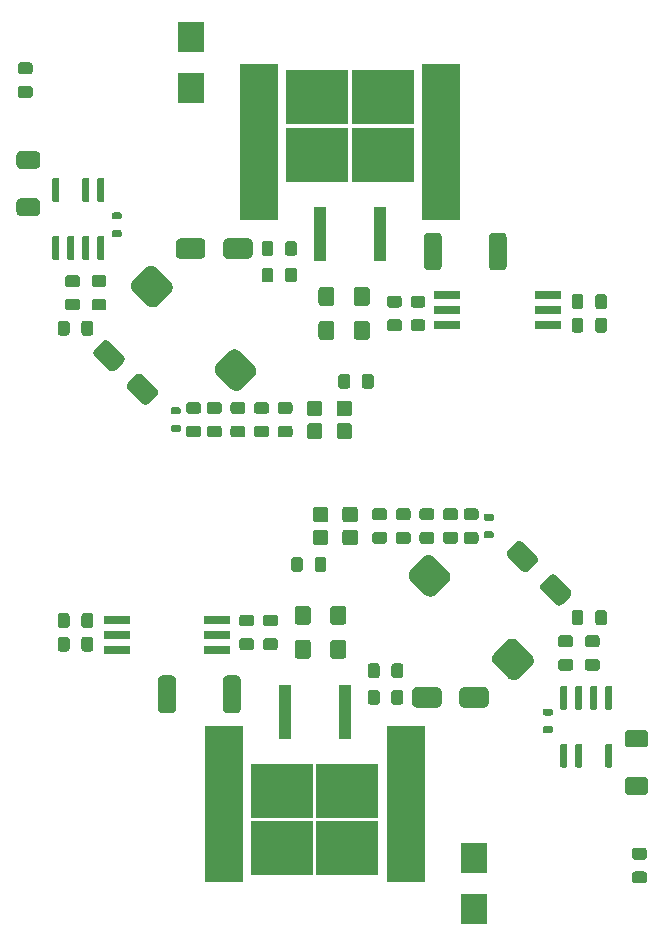
<source format=gtp>
G04 #@! TF.GenerationSoftware,KiCad,Pcbnew,(5.1.5)-3*
G04 #@! TF.CreationDate,2020-02-03T09:46:18+01:00*
G04 #@! TF.ProjectId,Chopper_v2,43686f70-7065-4725-9f76-322e6b696361,rev?*
G04 #@! TF.SameCoordinates,PXc65d40PYb71b000*
G04 #@! TF.FileFunction,Paste,Top*
G04 #@! TF.FilePolarity,Positive*
%FSLAX46Y46*%
G04 Gerber Fmt 4.6, Leading zero omitted, Abs format (unit mm)*
G04 Created by KiCad (PCBNEW (5.1.5)-3) date 2020-02-03 09:46:18*
%MOMM*%
%LPD*%
G04 APERTURE LIST*
%ADD10C,0.100000*%
%ADD11R,2.160000X0.640000*%
%ADD12R,1.100000X4.600000*%
%ADD13R,5.250000X4.550000*%
%ADD14R,2.300000X2.500000*%
%ADD15R,3.250000X13.200000*%
G04 APERTURE END LIST*
D10*
G36*
X9516958Y67044290D02*
G01*
X9531276Y67042166D01*
X9545317Y67038649D01*
X9558946Y67033772D01*
X9572031Y67027583D01*
X9584447Y67020142D01*
X9596073Y67011519D01*
X9606798Y67001798D01*
X9616519Y66991073D01*
X9625142Y66979447D01*
X9632583Y66967031D01*
X9638772Y66953946D01*
X9643649Y66940317D01*
X9647166Y66926276D01*
X9649290Y66911958D01*
X9650000Y66897500D01*
X9650000Y66602500D01*
X9649290Y66588042D01*
X9647166Y66573724D01*
X9643649Y66559683D01*
X9638772Y66546054D01*
X9632583Y66532969D01*
X9625142Y66520553D01*
X9616519Y66508927D01*
X9606798Y66498202D01*
X9596073Y66488481D01*
X9584447Y66479858D01*
X9572031Y66472417D01*
X9558946Y66466228D01*
X9545317Y66461351D01*
X9531276Y66457834D01*
X9516958Y66455710D01*
X9502500Y66455000D01*
X8997500Y66455000D01*
X8983042Y66455710D01*
X8968724Y66457834D01*
X8954683Y66461351D01*
X8941054Y66466228D01*
X8927969Y66472417D01*
X8915553Y66479858D01*
X8903927Y66488481D01*
X8893202Y66498202D01*
X8883481Y66508927D01*
X8874858Y66520553D01*
X8867417Y66532969D01*
X8861228Y66546054D01*
X8856351Y66559683D01*
X8852834Y66573724D01*
X8850710Y66588042D01*
X8850000Y66602500D01*
X8850000Y66897500D01*
X8850710Y66911958D01*
X8852834Y66926276D01*
X8856351Y66940317D01*
X8861228Y66953946D01*
X8867417Y66967031D01*
X8874858Y66979447D01*
X8883481Y66991073D01*
X8893202Y67001798D01*
X8903927Y67011519D01*
X8915553Y67020142D01*
X8927969Y67027583D01*
X8941054Y67033772D01*
X8954683Y67038649D01*
X8968724Y67042166D01*
X8983042Y67044290D01*
X8997500Y67045000D01*
X9502500Y67045000D01*
X9516958Y67044290D01*
G37*
G36*
X9516958Y68544290D02*
G01*
X9531276Y68542166D01*
X9545317Y68538649D01*
X9558946Y68533772D01*
X9572031Y68527583D01*
X9584447Y68520142D01*
X9596073Y68511519D01*
X9606798Y68501798D01*
X9616519Y68491073D01*
X9625142Y68479447D01*
X9632583Y68467031D01*
X9638772Y68453946D01*
X9643649Y68440317D01*
X9647166Y68426276D01*
X9649290Y68411958D01*
X9650000Y68397500D01*
X9650000Y68102500D01*
X9649290Y68088042D01*
X9647166Y68073724D01*
X9643649Y68059683D01*
X9638772Y68046054D01*
X9632583Y68032969D01*
X9625142Y68020553D01*
X9616519Y68008927D01*
X9606798Y67998202D01*
X9596073Y67988481D01*
X9584447Y67979858D01*
X9572031Y67972417D01*
X9558946Y67966228D01*
X9545317Y67961351D01*
X9531276Y67957834D01*
X9516958Y67955710D01*
X9502500Y67955000D01*
X8997500Y67955000D01*
X8983042Y67955710D01*
X8968724Y67957834D01*
X8954683Y67961351D01*
X8941054Y67966228D01*
X8927969Y67972417D01*
X8915553Y67979858D01*
X8903927Y67988481D01*
X8893202Y67998202D01*
X8883481Y68008927D01*
X8874858Y68020553D01*
X8867417Y68032969D01*
X8861228Y68046054D01*
X8856351Y68059683D01*
X8852834Y68073724D01*
X8850710Y68088042D01*
X8850000Y68102500D01*
X8850000Y68397500D01*
X8850710Y68411958D01*
X8852834Y68426276D01*
X8856351Y68440317D01*
X8861228Y68453946D01*
X8867417Y68467031D01*
X8874858Y68479447D01*
X8883481Y68491073D01*
X8893202Y68501798D01*
X8903927Y68511519D01*
X8915553Y68520142D01*
X8927969Y68527583D01*
X8941054Y68533772D01*
X8954683Y68538649D01*
X8968724Y68542166D01*
X8983042Y68544290D01*
X8997500Y68545000D01*
X9502500Y68545000D01*
X9516958Y68544290D01*
G37*
G36*
X30774504Y54873796D02*
G01*
X30798773Y54870196D01*
X30822571Y54864235D01*
X30845671Y54855970D01*
X30867849Y54845480D01*
X30888893Y54832867D01*
X30908598Y54818253D01*
X30926777Y54801777D01*
X30943253Y54783598D01*
X30957867Y54763893D01*
X30970480Y54742849D01*
X30980970Y54720671D01*
X30989235Y54697571D01*
X30995196Y54673773D01*
X30998796Y54649504D01*
X31000000Y54625000D01*
X31000000Y53875000D01*
X30998796Y53850496D01*
X30995196Y53826227D01*
X30989235Y53802429D01*
X30980970Y53779329D01*
X30970480Y53757151D01*
X30957867Y53736107D01*
X30943253Y53716402D01*
X30926777Y53698223D01*
X30908598Y53681747D01*
X30888893Y53667133D01*
X30867849Y53654520D01*
X30845671Y53644030D01*
X30822571Y53635765D01*
X30798773Y53629804D01*
X30774504Y53626204D01*
X30750000Y53625000D01*
X30250000Y53625000D01*
X30225496Y53626204D01*
X30201227Y53629804D01*
X30177429Y53635765D01*
X30154329Y53644030D01*
X30132151Y53654520D01*
X30111107Y53667133D01*
X30091402Y53681747D01*
X30073223Y53698223D01*
X30056747Y53716402D01*
X30042133Y53736107D01*
X30029520Y53757151D01*
X30019030Y53779329D01*
X30010765Y53802429D01*
X30004804Y53826227D01*
X30001204Y53850496D01*
X30000000Y53875000D01*
X30000000Y54625000D01*
X30001204Y54649504D01*
X30004804Y54673773D01*
X30010765Y54697571D01*
X30019030Y54720671D01*
X30029520Y54742849D01*
X30042133Y54763893D01*
X30056747Y54783598D01*
X30073223Y54801777D01*
X30091402Y54818253D01*
X30111107Y54832867D01*
X30132151Y54845480D01*
X30154329Y54855970D01*
X30177429Y54864235D01*
X30201227Y54870196D01*
X30225496Y54873796D01*
X30250000Y54875000D01*
X30750000Y54875000D01*
X30774504Y54873796D01*
G37*
G36*
X28774504Y54873796D02*
G01*
X28798773Y54870196D01*
X28822571Y54864235D01*
X28845671Y54855970D01*
X28867849Y54845480D01*
X28888893Y54832867D01*
X28908598Y54818253D01*
X28926777Y54801777D01*
X28943253Y54783598D01*
X28957867Y54763893D01*
X28970480Y54742849D01*
X28980970Y54720671D01*
X28989235Y54697571D01*
X28995196Y54673773D01*
X28998796Y54649504D01*
X29000000Y54625000D01*
X29000000Y53875000D01*
X28998796Y53850496D01*
X28995196Y53826227D01*
X28989235Y53802429D01*
X28980970Y53779329D01*
X28970480Y53757151D01*
X28957867Y53736107D01*
X28943253Y53716402D01*
X28926777Y53698223D01*
X28908598Y53681747D01*
X28888893Y53667133D01*
X28867849Y53654520D01*
X28845671Y53644030D01*
X28822571Y53635765D01*
X28798773Y53629804D01*
X28774504Y53626204D01*
X28750000Y53625000D01*
X28250000Y53625000D01*
X28225496Y53626204D01*
X28201227Y53629804D01*
X28177429Y53635765D01*
X28154329Y53644030D01*
X28132151Y53654520D01*
X28111107Y53667133D01*
X28091402Y53681747D01*
X28073223Y53698223D01*
X28056747Y53716402D01*
X28042133Y53736107D01*
X28029520Y53757151D01*
X28019030Y53779329D01*
X28010765Y53802429D01*
X28004804Y53826227D01*
X28001204Y53850496D01*
X28000000Y53875000D01*
X28000000Y54625000D01*
X28001204Y54649504D01*
X28004804Y54673773D01*
X28010765Y54697571D01*
X28019030Y54720671D01*
X28029520Y54742849D01*
X28042133Y54763893D01*
X28056747Y54783598D01*
X28073223Y54801777D01*
X28091402Y54818253D01*
X28111107Y54832867D01*
X28132151Y54845480D01*
X28154329Y54855970D01*
X28177429Y54864235D01*
X28201227Y54870196D01*
X28225496Y54873796D01*
X28250000Y54875000D01*
X28750000Y54875000D01*
X28774504Y54873796D01*
G37*
G36*
X19899504Y52498796D02*
G01*
X19923773Y52495196D01*
X19947571Y52489235D01*
X19970671Y52480970D01*
X19992849Y52470480D01*
X20013893Y52457867D01*
X20033598Y52443253D01*
X20051777Y52426777D01*
X20068253Y52408598D01*
X20082867Y52388893D01*
X20095480Y52367849D01*
X20105970Y52345671D01*
X20114235Y52322571D01*
X20120196Y52298773D01*
X20123796Y52274504D01*
X20125000Y52250000D01*
X20125000Y51750000D01*
X20123796Y51725496D01*
X20120196Y51701227D01*
X20114235Y51677429D01*
X20105970Y51654329D01*
X20095480Y51632151D01*
X20082867Y51611107D01*
X20068253Y51591402D01*
X20051777Y51573223D01*
X20033598Y51556747D01*
X20013893Y51542133D01*
X19992849Y51529520D01*
X19970671Y51519030D01*
X19947571Y51510765D01*
X19923773Y51504804D01*
X19899504Y51501204D01*
X19875000Y51500000D01*
X19125000Y51500000D01*
X19100496Y51501204D01*
X19076227Y51504804D01*
X19052429Y51510765D01*
X19029329Y51519030D01*
X19007151Y51529520D01*
X18986107Y51542133D01*
X18966402Y51556747D01*
X18948223Y51573223D01*
X18931747Y51591402D01*
X18917133Y51611107D01*
X18904520Y51632151D01*
X18894030Y51654329D01*
X18885765Y51677429D01*
X18879804Y51701227D01*
X18876204Y51725496D01*
X18875000Y51750000D01*
X18875000Y52250000D01*
X18876204Y52274504D01*
X18879804Y52298773D01*
X18885765Y52322571D01*
X18894030Y52345671D01*
X18904520Y52367849D01*
X18917133Y52388893D01*
X18931747Y52408598D01*
X18948223Y52426777D01*
X18966402Y52443253D01*
X18986107Y52457867D01*
X19007151Y52470480D01*
X19029329Y52480970D01*
X19052429Y52489235D01*
X19076227Y52495196D01*
X19100496Y52498796D01*
X19125000Y52500000D01*
X19875000Y52500000D01*
X19899504Y52498796D01*
G37*
G36*
X19899504Y50498796D02*
G01*
X19923773Y50495196D01*
X19947571Y50489235D01*
X19970671Y50480970D01*
X19992849Y50470480D01*
X20013893Y50457867D01*
X20033598Y50443253D01*
X20051777Y50426777D01*
X20068253Y50408598D01*
X20082867Y50388893D01*
X20095480Y50367849D01*
X20105970Y50345671D01*
X20114235Y50322571D01*
X20120196Y50298773D01*
X20123796Y50274504D01*
X20125000Y50250000D01*
X20125000Y49750000D01*
X20123796Y49725496D01*
X20120196Y49701227D01*
X20114235Y49677429D01*
X20105970Y49654329D01*
X20095480Y49632151D01*
X20082867Y49611107D01*
X20068253Y49591402D01*
X20051777Y49573223D01*
X20033598Y49556747D01*
X20013893Y49542133D01*
X19992849Y49529520D01*
X19970671Y49519030D01*
X19947571Y49510765D01*
X19923773Y49504804D01*
X19899504Y49501204D01*
X19875000Y49500000D01*
X19125000Y49500000D01*
X19100496Y49501204D01*
X19076227Y49504804D01*
X19052429Y49510765D01*
X19029329Y49519030D01*
X19007151Y49529520D01*
X18986107Y49542133D01*
X18966402Y49556747D01*
X18948223Y49573223D01*
X18931747Y49591402D01*
X18917133Y49611107D01*
X18904520Y49632151D01*
X18894030Y49654329D01*
X18885765Y49677429D01*
X18879804Y49701227D01*
X18876204Y49725496D01*
X18875000Y49750000D01*
X18875000Y50250000D01*
X18876204Y50274504D01*
X18879804Y50298773D01*
X18885765Y50322571D01*
X18894030Y50345671D01*
X18904520Y50367849D01*
X18917133Y50388893D01*
X18931747Y50408598D01*
X18948223Y50426777D01*
X18966402Y50443253D01*
X18986107Y50457867D01*
X19007151Y50470480D01*
X19029329Y50480970D01*
X19052429Y50489235D01*
X19076227Y50495196D01*
X19100496Y50498796D01*
X19125000Y50500000D01*
X19875000Y50500000D01*
X19899504Y50498796D01*
G37*
G36*
X7024504Y59373796D02*
G01*
X7048773Y59370196D01*
X7072571Y59364235D01*
X7095671Y59355970D01*
X7117849Y59345480D01*
X7138893Y59332867D01*
X7158598Y59318253D01*
X7176777Y59301777D01*
X7193253Y59283598D01*
X7207867Y59263893D01*
X7220480Y59242849D01*
X7230970Y59220671D01*
X7239235Y59197571D01*
X7245196Y59173773D01*
X7248796Y59149504D01*
X7250000Y59125000D01*
X7250000Y58375000D01*
X7248796Y58350496D01*
X7245196Y58326227D01*
X7239235Y58302429D01*
X7230970Y58279329D01*
X7220480Y58257151D01*
X7207867Y58236107D01*
X7193253Y58216402D01*
X7176777Y58198223D01*
X7158598Y58181747D01*
X7138893Y58167133D01*
X7117849Y58154520D01*
X7095671Y58144030D01*
X7072571Y58135765D01*
X7048773Y58129804D01*
X7024504Y58126204D01*
X7000000Y58125000D01*
X6500000Y58125000D01*
X6475496Y58126204D01*
X6451227Y58129804D01*
X6427429Y58135765D01*
X6404329Y58144030D01*
X6382151Y58154520D01*
X6361107Y58167133D01*
X6341402Y58181747D01*
X6323223Y58198223D01*
X6306747Y58216402D01*
X6292133Y58236107D01*
X6279520Y58257151D01*
X6269030Y58279329D01*
X6260765Y58302429D01*
X6254804Y58326227D01*
X6251204Y58350496D01*
X6250000Y58375000D01*
X6250000Y59125000D01*
X6251204Y59149504D01*
X6254804Y59173773D01*
X6260765Y59197571D01*
X6269030Y59220671D01*
X6279520Y59242849D01*
X6292133Y59263893D01*
X6306747Y59283598D01*
X6323223Y59301777D01*
X6341402Y59318253D01*
X6361107Y59332867D01*
X6382151Y59345480D01*
X6404329Y59355970D01*
X6427429Y59364235D01*
X6451227Y59370196D01*
X6475496Y59373796D01*
X6500000Y59375000D01*
X7000000Y59375000D01*
X7024504Y59373796D01*
G37*
G36*
X5024504Y59373796D02*
G01*
X5048773Y59370196D01*
X5072571Y59364235D01*
X5095671Y59355970D01*
X5117849Y59345480D01*
X5138893Y59332867D01*
X5158598Y59318253D01*
X5176777Y59301777D01*
X5193253Y59283598D01*
X5207867Y59263893D01*
X5220480Y59242849D01*
X5230970Y59220671D01*
X5239235Y59197571D01*
X5245196Y59173773D01*
X5248796Y59149504D01*
X5250000Y59125000D01*
X5250000Y58375000D01*
X5248796Y58350496D01*
X5245196Y58326227D01*
X5239235Y58302429D01*
X5230970Y58279329D01*
X5220480Y58257151D01*
X5207867Y58236107D01*
X5193253Y58216402D01*
X5176777Y58198223D01*
X5158598Y58181747D01*
X5138893Y58167133D01*
X5117849Y58154520D01*
X5095671Y58144030D01*
X5072571Y58135765D01*
X5048773Y58129804D01*
X5024504Y58126204D01*
X5000000Y58125000D01*
X4500000Y58125000D01*
X4475496Y58126204D01*
X4451227Y58129804D01*
X4427429Y58135765D01*
X4404329Y58144030D01*
X4382151Y58154520D01*
X4361107Y58167133D01*
X4341402Y58181747D01*
X4323223Y58198223D01*
X4306747Y58216402D01*
X4292133Y58236107D01*
X4279520Y58257151D01*
X4269030Y58279329D01*
X4260765Y58302429D01*
X4254804Y58326227D01*
X4251204Y58350496D01*
X4250000Y58375000D01*
X4250000Y59125000D01*
X4251204Y59149504D01*
X4254804Y59173773D01*
X4260765Y59197571D01*
X4269030Y59220671D01*
X4279520Y59242849D01*
X4292133Y59263893D01*
X4306747Y59283598D01*
X4323223Y59301777D01*
X4341402Y59318253D01*
X4361107Y59332867D01*
X4382151Y59345480D01*
X4404329Y59355970D01*
X4427429Y59364235D01*
X4451227Y59370196D01*
X4475496Y59373796D01*
X4500000Y59375000D01*
X5000000Y59375000D01*
X5024504Y59373796D01*
G37*
G36*
X8149504Y63248796D02*
G01*
X8173773Y63245196D01*
X8197571Y63239235D01*
X8220671Y63230970D01*
X8242849Y63220480D01*
X8263893Y63207867D01*
X8283598Y63193253D01*
X8301777Y63176777D01*
X8318253Y63158598D01*
X8332867Y63138893D01*
X8345480Y63117849D01*
X8355970Y63095671D01*
X8364235Y63072571D01*
X8370196Y63048773D01*
X8373796Y63024504D01*
X8375000Y63000000D01*
X8375000Y62500000D01*
X8373796Y62475496D01*
X8370196Y62451227D01*
X8364235Y62427429D01*
X8355970Y62404329D01*
X8345480Y62382151D01*
X8332867Y62361107D01*
X8318253Y62341402D01*
X8301777Y62323223D01*
X8283598Y62306747D01*
X8263893Y62292133D01*
X8242849Y62279520D01*
X8220671Y62269030D01*
X8197571Y62260765D01*
X8173773Y62254804D01*
X8149504Y62251204D01*
X8125000Y62250000D01*
X7375000Y62250000D01*
X7350496Y62251204D01*
X7326227Y62254804D01*
X7302429Y62260765D01*
X7279329Y62269030D01*
X7257151Y62279520D01*
X7236107Y62292133D01*
X7216402Y62306747D01*
X7198223Y62323223D01*
X7181747Y62341402D01*
X7167133Y62361107D01*
X7154520Y62382151D01*
X7144030Y62404329D01*
X7135765Y62427429D01*
X7129804Y62451227D01*
X7126204Y62475496D01*
X7125000Y62500000D01*
X7125000Y63000000D01*
X7126204Y63024504D01*
X7129804Y63048773D01*
X7135765Y63072571D01*
X7144030Y63095671D01*
X7154520Y63117849D01*
X7167133Y63138893D01*
X7181747Y63158598D01*
X7198223Y63176777D01*
X7216402Y63193253D01*
X7236107Y63207867D01*
X7257151Y63220480D01*
X7279329Y63230970D01*
X7302429Y63239235D01*
X7326227Y63245196D01*
X7350496Y63248796D01*
X7375000Y63250000D01*
X8125000Y63250000D01*
X8149504Y63248796D01*
G37*
G36*
X8149504Y61248796D02*
G01*
X8173773Y61245196D01*
X8197571Y61239235D01*
X8220671Y61230970D01*
X8242849Y61220480D01*
X8263893Y61207867D01*
X8283598Y61193253D01*
X8301777Y61176777D01*
X8318253Y61158598D01*
X8332867Y61138893D01*
X8345480Y61117849D01*
X8355970Y61095671D01*
X8364235Y61072571D01*
X8370196Y61048773D01*
X8373796Y61024504D01*
X8375000Y61000000D01*
X8375000Y60500000D01*
X8373796Y60475496D01*
X8370196Y60451227D01*
X8364235Y60427429D01*
X8355970Y60404329D01*
X8345480Y60382151D01*
X8332867Y60361107D01*
X8318253Y60341402D01*
X8301777Y60323223D01*
X8283598Y60306747D01*
X8263893Y60292133D01*
X8242849Y60279520D01*
X8220671Y60269030D01*
X8197571Y60260765D01*
X8173773Y60254804D01*
X8149504Y60251204D01*
X8125000Y60250000D01*
X7375000Y60250000D01*
X7350496Y60251204D01*
X7326227Y60254804D01*
X7302429Y60260765D01*
X7279329Y60269030D01*
X7257151Y60279520D01*
X7236107Y60292133D01*
X7216402Y60306747D01*
X7198223Y60323223D01*
X7181747Y60341402D01*
X7167133Y60361107D01*
X7154520Y60382151D01*
X7144030Y60404329D01*
X7135765Y60427429D01*
X7129804Y60451227D01*
X7126204Y60475496D01*
X7125000Y60500000D01*
X7125000Y61000000D01*
X7126204Y61024504D01*
X7129804Y61048773D01*
X7135765Y61072571D01*
X7144030Y61095671D01*
X7154520Y61117849D01*
X7167133Y61138893D01*
X7181747Y61158598D01*
X7198223Y61176777D01*
X7216402Y61193253D01*
X7236107Y61207867D01*
X7257151Y61220480D01*
X7279329Y61230970D01*
X7302429Y61239235D01*
X7326227Y61245196D01*
X7350496Y61248796D01*
X7375000Y61250000D01*
X8125000Y61250000D01*
X8149504Y61248796D01*
G37*
G36*
X16149504Y50498796D02*
G01*
X16173773Y50495196D01*
X16197571Y50489235D01*
X16220671Y50480970D01*
X16242849Y50470480D01*
X16263893Y50457867D01*
X16283598Y50443253D01*
X16301777Y50426777D01*
X16318253Y50408598D01*
X16332867Y50388893D01*
X16345480Y50367849D01*
X16355970Y50345671D01*
X16364235Y50322571D01*
X16370196Y50298773D01*
X16373796Y50274504D01*
X16375000Y50250000D01*
X16375000Y49750000D01*
X16373796Y49725496D01*
X16370196Y49701227D01*
X16364235Y49677429D01*
X16355970Y49654329D01*
X16345480Y49632151D01*
X16332867Y49611107D01*
X16318253Y49591402D01*
X16301777Y49573223D01*
X16283598Y49556747D01*
X16263893Y49542133D01*
X16242849Y49529520D01*
X16220671Y49519030D01*
X16197571Y49510765D01*
X16173773Y49504804D01*
X16149504Y49501204D01*
X16125000Y49500000D01*
X15375000Y49500000D01*
X15350496Y49501204D01*
X15326227Y49504804D01*
X15302429Y49510765D01*
X15279329Y49519030D01*
X15257151Y49529520D01*
X15236107Y49542133D01*
X15216402Y49556747D01*
X15198223Y49573223D01*
X15181747Y49591402D01*
X15167133Y49611107D01*
X15154520Y49632151D01*
X15144030Y49654329D01*
X15135765Y49677429D01*
X15129804Y49701227D01*
X15126204Y49725496D01*
X15125000Y49750000D01*
X15125000Y50250000D01*
X15126204Y50274504D01*
X15129804Y50298773D01*
X15135765Y50322571D01*
X15144030Y50345671D01*
X15154520Y50367849D01*
X15167133Y50388893D01*
X15181747Y50408598D01*
X15198223Y50426777D01*
X15216402Y50443253D01*
X15236107Y50457867D01*
X15257151Y50470480D01*
X15279329Y50480970D01*
X15302429Y50489235D01*
X15326227Y50495196D01*
X15350496Y50498796D01*
X15375000Y50500000D01*
X16125000Y50500000D01*
X16149504Y50498796D01*
G37*
G36*
X16149504Y52498796D02*
G01*
X16173773Y52495196D01*
X16197571Y52489235D01*
X16220671Y52480970D01*
X16242849Y52470480D01*
X16263893Y52457867D01*
X16283598Y52443253D01*
X16301777Y52426777D01*
X16318253Y52408598D01*
X16332867Y52388893D01*
X16345480Y52367849D01*
X16355970Y52345671D01*
X16364235Y52322571D01*
X16370196Y52298773D01*
X16373796Y52274504D01*
X16375000Y52250000D01*
X16375000Y51750000D01*
X16373796Y51725496D01*
X16370196Y51701227D01*
X16364235Y51677429D01*
X16355970Y51654329D01*
X16345480Y51632151D01*
X16332867Y51611107D01*
X16318253Y51591402D01*
X16301777Y51573223D01*
X16283598Y51556747D01*
X16263893Y51542133D01*
X16242849Y51529520D01*
X16220671Y51519030D01*
X16197571Y51510765D01*
X16173773Y51504804D01*
X16149504Y51501204D01*
X16125000Y51500000D01*
X15375000Y51500000D01*
X15350496Y51501204D01*
X15326227Y51504804D01*
X15302429Y51510765D01*
X15279329Y51519030D01*
X15257151Y51529520D01*
X15236107Y51542133D01*
X15216402Y51556747D01*
X15198223Y51573223D01*
X15181747Y51591402D01*
X15167133Y51611107D01*
X15154520Y51632151D01*
X15144030Y51654329D01*
X15135765Y51677429D01*
X15129804Y51701227D01*
X15126204Y51725496D01*
X15125000Y51750000D01*
X15125000Y52250000D01*
X15126204Y52274504D01*
X15129804Y52298773D01*
X15135765Y52322571D01*
X15144030Y52345671D01*
X15154520Y52367849D01*
X15167133Y52388893D01*
X15181747Y52408598D01*
X15198223Y52426777D01*
X15216402Y52443253D01*
X15236107Y52457867D01*
X15257151Y52470480D01*
X15279329Y52480970D01*
X15302429Y52489235D01*
X15326227Y52495196D01*
X15350496Y52498796D01*
X15375000Y52500000D01*
X16125000Y52500000D01*
X16149504Y52498796D01*
G37*
G36*
X36411756Y66848194D02*
G01*
X36448159Y66842794D01*
X36483857Y66833853D01*
X36518506Y66821455D01*
X36551774Y66805720D01*
X36583339Y66786801D01*
X36612897Y66764879D01*
X36640165Y66740165D01*
X36664879Y66712897D01*
X36686801Y66683339D01*
X36705720Y66651774D01*
X36721455Y66618506D01*
X36733853Y66583857D01*
X36742794Y66548159D01*
X36748194Y66511756D01*
X36750000Y66475000D01*
X36750000Y64025000D01*
X36748194Y63988244D01*
X36742794Y63951841D01*
X36733853Y63916143D01*
X36721455Y63881494D01*
X36705720Y63848226D01*
X36686801Y63816661D01*
X36664879Y63787103D01*
X36640165Y63759835D01*
X36612897Y63735121D01*
X36583339Y63713199D01*
X36551774Y63694280D01*
X36518506Y63678545D01*
X36483857Y63666147D01*
X36448159Y63657206D01*
X36411756Y63651806D01*
X36375000Y63650000D01*
X35625000Y63650000D01*
X35588244Y63651806D01*
X35551841Y63657206D01*
X35516143Y63666147D01*
X35481494Y63678545D01*
X35448226Y63694280D01*
X35416661Y63713199D01*
X35387103Y63735121D01*
X35359835Y63759835D01*
X35335121Y63787103D01*
X35313199Y63816661D01*
X35294280Y63848226D01*
X35278545Y63881494D01*
X35266147Y63916143D01*
X35257206Y63951841D01*
X35251806Y63988244D01*
X35250000Y64025000D01*
X35250000Y66475000D01*
X35251806Y66511756D01*
X35257206Y66548159D01*
X35266147Y66583857D01*
X35278545Y66618506D01*
X35294280Y66651774D01*
X35313199Y66683339D01*
X35335121Y66712897D01*
X35359835Y66740165D01*
X35387103Y66764879D01*
X35416661Y66786801D01*
X35448226Y66805720D01*
X35481494Y66821455D01*
X35516143Y66833853D01*
X35551841Y66842794D01*
X35588244Y66848194D01*
X35625000Y66850000D01*
X36375000Y66850000D01*
X36411756Y66848194D01*
G37*
G36*
X41911756Y66848194D02*
G01*
X41948159Y66842794D01*
X41983857Y66833853D01*
X42018506Y66821455D01*
X42051774Y66805720D01*
X42083339Y66786801D01*
X42112897Y66764879D01*
X42140165Y66740165D01*
X42164879Y66712897D01*
X42186801Y66683339D01*
X42205720Y66651774D01*
X42221455Y66618506D01*
X42233853Y66583857D01*
X42242794Y66548159D01*
X42248194Y66511756D01*
X42250000Y66475000D01*
X42250000Y64025000D01*
X42248194Y63988244D01*
X42242794Y63951841D01*
X42233853Y63916143D01*
X42221455Y63881494D01*
X42205720Y63848226D01*
X42186801Y63816661D01*
X42164879Y63787103D01*
X42140165Y63759835D01*
X42112897Y63735121D01*
X42083339Y63713199D01*
X42051774Y63694280D01*
X42018506Y63678545D01*
X41983857Y63666147D01*
X41948159Y63657206D01*
X41911756Y63651806D01*
X41875000Y63650000D01*
X41125000Y63650000D01*
X41088244Y63651806D01*
X41051841Y63657206D01*
X41016143Y63666147D01*
X40981494Y63678545D01*
X40948226Y63694280D01*
X40916661Y63713199D01*
X40887103Y63735121D01*
X40859835Y63759835D01*
X40835121Y63787103D01*
X40813199Y63816661D01*
X40794280Y63848226D01*
X40778545Y63881494D01*
X40766147Y63916143D01*
X40757206Y63951841D01*
X40751806Y63988244D01*
X40750000Y64025000D01*
X40750000Y66475000D01*
X40751806Y66511756D01*
X40757206Y66548159D01*
X40766147Y66583857D01*
X40778545Y66618506D01*
X40794280Y66651774D01*
X40813199Y66683339D01*
X40835121Y66712897D01*
X40859835Y66740165D01*
X40887103Y66764879D01*
X40916661Y66786801D01*
X40948226Y66805720D01*
X40981494Y66821455D01*
X41016143Y66833853D01*
X41051841Y66842794D01*
X41088244Y66848194D01*
X41125000Y66850000D01*
X41875000Y66850000D01*
X41911756Y66848194D01*
G37*
D11*
X45770000Y58980000D03*
X45770000Y60250000D03*
X45770000Y61520000D03*
X37230000Y61520000D03*
X37230000Y60250000D03*
X37230000Y58980000D03*
D10*
G36*
X17899504Y52498796D02*
G01*
X17923773Y52495196D01*
X17947571Y52489235D01*
X17970671Y52480970D01*
X17992849Y52470480D01*
X18013893Y52457867D01*
X18033598Y52443253D01*
X18051777Y52426777D01*
X18068253Y52408598D01*
X18082867Y52388893D01*
X18095480Y52367849D01*
X18105970Y52345671D01*
X18114235Y52322571D01*
X18120196Y52298773D01*
X18123796Y52274504D01*
X18125000Y52250000D01*
X18125000Y51750000D01*
X18123796Y51725496D01*
X18120196Y51701227D01*
X18114235Y51677429D01*
X18105970Y51654329D01*
X18095480Y51632151D01*
X18082867Y51611107D01*
X18068253Y51591402D01*
X18051777Y51573223D01*
X18033598Y51556747D01*
X18013893Y51542133D01*
X17992849Y51529520D01*
X17970671Y51519030D01*
X17947571Y51510765D01*
X17923773Y51504804D01*
X17899504Y51501204D01*
X17875000Y51500000D01*
X17125000Y51500000D01*
X17100496Y51501204D01*
X17076227Y51504804D01*
X17052429Y51510765D01*
X17029329Y51519030D01*
X17007151Y51529520D01*
X16986107Y51542133D01*
X16966402Y51556747D01*
X16948223Y51573223D01*
X16931747Y51591402D01*
X16917133Y51611107D01*
X16904520Y51632151D01*
X16894030Y51654329D01*
X16885765Y51677429D01*
X16879804Y51701227D01*
X16876204Y51725496D01*
X16875000Y51750000D01*
X16875000Y52250000D01*
X16876204Y52274504D01*
X16879804Y52298773D01*
X16885765Y52322571D01*
X16894030Y52345671D01*
X16904520Y52367849D01*
X16917133Y52388893D01*
X16931747Y52408598D01*
X16948223Y52426777D01*
X16966402Y52443253D01*
X16986107Y52457867D01*
X17007151Y52470480D01*
X17029329Y52480970D01*
X17052429Y52489235D01*
X17076227Y52495196D01*
X17100496Y52498796D01*
X17125000Y52500000D01*
X17875000Y52500000D01*
X17899504Y52498796D01*
G37*
G36*
X17899504Y50498796D02*
G01*
X17923773Y50495196D01*
X17947571Y50489235D01*
X17970671Y50480970D01*
X17992849Y50470480D01*
X18013893Y50457867D01*
X18033598Y50443253D01*
X18051777Y50426777D01*
X18068253Y50408598D01*
X18082867Y50388893D01*
X18095480Y50367849D01*
X18105970Y50345671D01*
X18114235Y50322571D01*
X18120196Y50298773D01*
X18123796Y50274504D01*
X18125000Y50250000D01*
X18125000Y49750000D01*
X18123796Y49725496D01*
X18120196Y49701227D01*
X18114235Y49677429D01*
X18105970Y49654329D01*
X18095480Y49632151D01*
X18082867Y49611107D01*
X18068253Y49591402D01*
X18051777Y49573223D01*
X18033598Y49556747D01*
X18013893Y49542133D01*
X17992849Y49529520D01*
X17970671Y49519030D01*
X17947571Y49510765D01*
X17923773Y49504804D01*
X17899504Y49501204D01*
X17875000Y49500000D01*
X17125000Y49500000D01*
X17100496Y49501204D01*
X17076227Y49504804D01*
X17052429Y49510765D01*
X17029329Y49519030D01*
X17007151Y49529520D01*
X16986107Y49542133D01*
X16966402Y49556747D01*
X16948223Y49573223D01*
X16931747Y49591402D01*
X16917133Y49611107D01*
X16904520Y49632151D01*
X16894030Y49654329D01*
X16885765Y49677429D01*
X16879804Y49701227D01*
X16876204Y49725496D01*
X16875000Y49750000D01*
X16875000Y50250000D01*
X16876204Y50274504D01*
X16879804Y50298773D01*
X16885765Y50322571D01*
X16894030Y50345671D01*
X16904520Y50367849D01*
X16917133Y50388893D01*
X16931747Y50408598D01*
X16948223Y50426777D01*
X16966402Y50443253D01*
X16986107Y50457867D01*
X17007151Y50470480D01*
X17029329Y50480970D01*
X17052429Y50489235D01*
X17076227Y50495196D01*
X17100496Y50498796D01*
X17125000Y50500000D01*
X17875000Y50500000D01*
X17899504Y50498796D01*
G37*
G36*
X5899504Y61248796D02*
G01*
X5923773Y61245196D01*
X5947571Y61239235D01*
X5970671Y61230970D01*
X5992849Y61220480D01*
X6013893Y61207867D01*
X6033598Y61193253D01*
X6051777Y61176777D01*
X6068253Y61158598D01*
X6082867Y61138893D01*
X6095480Y61117849D01*
X6105970Y61095671D01*
X6114235Y61072571D01*
X6120196Y61048773D01*
X6123796Y61024504D01*
X6125000Y61000000D01*
X6125000Y60500000D01*
X6123796Y60475496D01*
X6120196Y60451227D01*
X6114235Y60427429D01*
X6105970Y60404329D01*
X6095480Y60382151D01*
X6082867Y60361107D01*
X6068253Y60341402D01*
X6051777Y60323223D01*
X6033598Y60306747D01*
X6013893Y60292133D01*
X5992849Y60279520D01*
X5970671Y60269030D01*
X5947571Y60260765D01*
X5923773Y60254804D01*
X5899504Y60251204D01*
X5875000Y60250000D01*
X5125000Y60250000D01*
X5100496Y60251204D01*
X5076227Y60254804D01*
X5052429Y60260765D01*
X5029329Y60269030D01*
X5007151Y60279520D01*
X4986107Y60292133D01*
X4966402Y60306747D01*
X4948223Y60323223D01*
X4931747Y60341402D01*
X4917133Y60361107D01*
X4904520Y60382151D01*
X4894030Y60404329D01*
X4885765Y60427429D01*
X4879804Y60451227D01*
X4876204Y60475496D01*
X4875000Y60500000D01*
X4875000Y61000000D01*
X4876204Y61024504D01*
X4879804Y61048773D01*
X4885765Y61072571D01*
X4894030Y61095671D01*
X4904520Y61117849D01*
X4917133Y61138893D01*
X4931747Y61158598D01*
X4948223Y61176777D01*
X4966402Y61193253D01*
X4986107Y61207867D01*
X5007151Y61220480D01*
X5029329Y61230970D01*
X5052429Y61239235D01*
X5076227Y61245196D01*
X5100496Y61248796D01*
X5125000Y61250000D01*
X5875000Y61250000D01*
X5899504Y61248796D01*
G37*
G36*
X5899504Y63248796D02*
G01*
X5923773Y63245196D01*
X5947571Y63239235D01*
X5970671Y63230970D01*
X5992849Y63220480D01*
X6013893Y63207867D01*
X6033598Y63193253D01*
X6051777Y63176777D01*
X6068253Y63158598D01*
X6082867Y63138893D01*
X6095480Y63117849D01*
X6105970Y63095671D01*
X6114235Y63072571D01*
X6120196Y63048773D01*
X6123796Y63024504D01*
X6125000Y63000000D01*
X6125000Y62500000D01*
X6123796Y62475496D01*
X6120196Y62451227D01*
X6114235Y62427429D01*
X6105970Y62404329D01*
X6095480Y62382151D01*
X6082867Y62361107D01*
X6068253Y62341402D01*
X6051777Y62323223D01*
X6033598Y62306747D01*
X6013893Y62292133D01*
X5992849Y62279520D01*
X5970671Y62269030D01*
X5947571Y62260765D01*
X5923773Y62254804D01*
X5899504Y62251204D01*
X5875000Y62250000D01*
X5125000Y62250000D01*
X5100496Y62251204D01*
X5076227Y62254804D01*
X5052429Y62260765D01*
X5029329Y62269030D01*
X5007151Y62279520D01*
X4986107Y62292133D01*
X4966402Y62306747D01*
X4948223Y62323223D01*
X4931747Y62341402D01*
X4917133Y62361107D01*
X4904520Y62382151D01*
X4894030Y62404329D01*
X4885765Y62427429D01*
X4879804Y62451227D01*
X4876204Y62475496D01*
X4875000Y62500000D01*
X4875000Y63000000D01*
X4876204Y63024504D01*
X4879804Y63048773D01*
X4885765Y63072571D01*
X4894030Y63095671D01*
X4904520Y63117849D01*
X4917133Y63138893D01*
X4931747Y63158598D01*
X4948223Y63176777D01*
X4966402Y63193253D01*
X4986107Y63207867D01*
X5007151Y63220480D01*
X5029329Y63230970D01*
X5052429Y63239235D01*
X5076227Y63245196D01*
X5100496Y63248796D01*
X5125000Y63250000D01*
X5875000Y63250000D01*
X5899504Y63248796D01*
G37*
G36*
X14516958Y52044290D02*
G01*
X14531276Y52042166D01*
X14545317Y52038649D01*
X14558946Y52033772D01*
X14572031Y52027583D01*
X14584447Y52020142D01*
X14596073Y52011519D01*
X14606798Y52001798D01*
X14616519Y51991073D01*
X14625142Y51979447D01*
X14632583Y51967031D01*
X14638772Y51953946D01*
X14643649Y51940317D01*
X14647166Y51926276D01*
X14649290Y51911958D01*
X14650000Y51897500D01*
X14650000Y51602500D01*
X14649290Y51588042D01*
X14647166Y51573724D01*
X14643649Y51559683D01*
X14638772Y51546054D01*
X14632583Y51532969D01*
X14625142Y51520553D01*
X14616519Y51508927D01*
X14606798Y51498202D01*
X14596073Y51488481D01*
X14584447Y51479858D01*
X14572031Y51472417D01*
X14558946Y51466228D01*
X14545317Y51461351D01*
X14531276Y51457834D01*
X14516958Y51455710D01*
X14502500Y51455000D01*
X13997500Y51455000D01*
X13983042Y51455710D01*
X13968724Y51457834D01*
X13954683Y51461351D01*
X13941054Y51466228D01*
X13927969Y51472417D01*
X13915553Y51479858D01*
X13903927Y51488481D01*
X13893202Y51498202D01*
X13883481Y51508927D01*
X13874858Y51520553D01*
X13867417Y51532969D01*
X13861228Y51546054D01*
X13856351Y51559683D01*
X13852834Y51573724D01*
X13850710Y51588042D01*
X13850000Y51602500D01*
X13850000Y51897500D01*
X13850710Y51911958D01*
X13852834Y51926276D01*
X13856351Y51940317D01*
X13861228Y51953946D01*
X13867417Y51967031D01*
X13874858Y51979447D01*
X13883481Y51991073D01*
X13893202Y52001798D01*
X13903927Y52011519D01*
X13915553Y52020142D01*
X13927969Y52027583D01*
X13941054Y52033772D01*
X13954683Y52038649D01*
X13968724Y52042166D01*
X13983042Y52044290D01*
X13997500Y52045000D01*
X14502500Y52045000D01*
X14516958Y52044290D01*
G37*
G36*
X14516958Y50544290D02*
G01*
X14531276Y50542166D01*
X14545317Y50538649D01*
X14558946Y50533772D01*
X14572031Y50527583D01*
X14584447Y50520142D01*
X14596073Y50511519D01*
X14606798Y50501798D01*
X14616519Y50491073D01*
X14625142Y50479447D01*
X14632583Y50467031D01*
X14638772Y50453946D01*
X14643649Y50440317D01*
X14647166Y50426276D01*
X14649290Y50411958D01*
X14650000Y50397500D01*
X14650000Y50102500D01*
X14649290Y50088042D01*
X14647166Y50073724D01*
X14643649Y50059683D01*
X14638772Y50046054D01*
X14632583Y50032969D01*
X14625142Y50020553D01*
X14616519Y50008927D01*
X14606798Y49998202D01*
X14596073Y49988481D01*
X14584447Y49979858D01*
X14572031Y49972417D01*
X14558946Y49966228D01*
X14545317Y49961351D01*
X14531276Y49957834D01*
X14516958Y49955710D01*
X14502500Y49955000D01*
X13997500Y49955000D01*
X13983042Y49955710D01*
X13968724Y49957834D01*
X13954683Y49961351D01*
X13941054Y49966228D01*
X13927969Y49972417D01*
X13915553Y49979858D01*
X13903927Y49988481D01*
X13893202Y49998202D01*
X13883481Y50008927D01*
X13874858Y50020553D01*
X13867417Y50032969D01*
X13861228Y50046054D01*
X13856351Y50059683D01*
X13852834Y50073724D01*
X13850710Y50088042D01*
X13850000Y50102500D01*
X13850000Y50397500D01*
X13850710Y50411958D01*
X13852834Y50426276D01*
X13856351Y50440317D01*
X13861228Y50453946D01*
X13867417Y50467031D01*
X13874858Y50479447D01*
X13883481Y50491073D01*
X13893202Y50501798D01*
X13903927Y50511519D01*
X13915553Y50520142D01*
X13927969Y50527583D01*
X13941054Y50533772D01*
X13954683Y50538649D01*
X13968724Y50542166D01*
X13983042Y50544290D01*
X13997500Y50545000D01*
X14502500Y50545000D01*
X14516958Y50544290D01*
G37*
G36*
X23899504Y50498796D02*
G01*
X23923773Y50495196D01*
X23947571Y50489235D01*
X23970671Y50480970D01*
X23992849Y50470480D01*
X24013893Y50457867D01*
X24033598Y50443253D01*
X24051777Y50426777D01*
X24068253Y50408598D01*
X24082867Y50388893D01*
X24095480Y50367849D01*
X24105970Y50345671D01*
X24114235Y50322571D01*
X24120196Y50298773D01*
X24123796Y50274504D01*
X24125000Y50250000D01*
X24125000Y49750000D01*
X24123796Y49725496D01*
X24120196Y49701227D01*
X24114235Y49677429D01*
X24105970Y49654329D01*
X24095480Y49632151D01*
X24082867Y49611107D01*
X24068253Y49591402D01*
X24051777Y49573223D01*
X24033598Y49556747D01*
X24013893Y49542133D01*
X23992849Y49529520D01*
X23970671Y49519030D01*
X23947571Y49510765D01*
X23923773Y49504804D01*
X23899504Y49501204D01*
X23875000Y49500000D01*
X23125000Y49500000D01*
X23100496Y49501204D01*
X23076227Y49504804D01*
X23052429Y49510765D01*
X23029329Y49519030D01*
X23007151Y49529520D01*
X22986107Y49542133D01*
X22966402Y49556747D01*
X22948223Y49573223D01*
X22931747Y49591402D01*
X22917133Y49611107D01*
X22904520Y49632151D01*
X22894030Y49654329D01*
X22885765Y49677429D01*
X22879804Y49701227D01*
X22876204Y49725496D01*
X22875000Y49750000D01*
X22875000Y50250000D01*
X22876204Y50274504D01*
X22879804Y50298773D01*
X22885765Y50322571D01*
X22894030Y50345671D01*
X22904520Y50367849D01*
X22917133Y50388893D01*
X22931747Y50408598D01*
X22948223Y50426777D01*
X22966402Y50443253D01*
X22986107Y50457867D01*
X23007151Y50470480D01*
X23029329Y50480970D01*
X23052429Y50489235D01*
X23076227Y50495196D01*
X23100496Y50498796D01*
X23125000Y50500000D01*
X23875000Y50500000D01*
X23899504Y50498796D01*
G37*
G36*
X23899504Y52498796D02*
G01*
X23923773Y52495196D01*
X23947571Y52489235D01*
X23970671Y52480970D01*
X23992849Y52470480D01*
X24013893Y52457867D01*
X24033598Y52443253D01*
X24051777Y52426777D01*
X24068253Y52408598D01*
X24082867Y52388893D01*
X24095480Y52367849D01*
X24105970Y52345671D01*
X24114235Y52322571D01*
X24120196Y52298773D01*
X24123796Y52274504D01*
X24125000Y52250000D01*
X24125000Y51750000D01*
X24123796Y51725496D01*
X24120196Y51701227D01*
X24114235Y51677429D01*
X24105970Y51654329D01*
X24095480Y51632151D01*
X24082867Y51611107D01*
X24068253Y51591402D01*
X24051777Y51573223D01*
X24033598Y51556747D01*
X24013893Y51542133D01*
X23992849Y51529520D01*
X23970671Y51519030D01*
X23947571Y51510765D01*
X23923773Y51504804D01*
X23899504Y51501204D01*
X23875000Y51500000D01*
X23125000Y51500000D01*
X23100496Y51501204D01*
X23076227Y51504804D01*
X23052429Y51510765D01*
X23029329Y51519030D01*
X23007151Y51529520D01*
X22986107Y51542133D01*
X22966402Y51556747D01*
X22948223Y51573223D01*
X22931747Y51591402D01*
X22917133Y51611107D01*
X22904520Y51632151D01*
X22894030Y51654329D01*
X22885765Y51677429D01*
X22879804Y51701227D01*
X22876204Y51725496D01*
X22875000Y51750000D01*
X22875000Y52250000D01*
X22876204Y52274504D01*
X22879804Y52298773D01*
X22885765Y52322571D01*
X22894030Y52345671D01*
X22904520Y52367849D01*
X22917133Y52388893D01*
X22931747Y52408598D01*
X22948223Y52426777D01*
X22966402Y52443253D01*
X22986107Y52457867D01*
X23007151Y52470480D01*
X23029329Y52480970D01*
X23052429Y52489235D01*
X23076227Y52495196D01*
X23100496Y52498796D01*
X23125000Y52500000D01*
X23875000Y52500000D01*
X23899504Y52498796D01*
G37*
G36*
X8069703Y66549278D02*
G01*
X8084264Y66547118D01*
X8098543Y66543541D01*
X8112403Y66538582D01*
X8125710Y66532288D01*
X8138336Y66524720D01*
X8150159Y66515952D01*
X8161066Y66506066D01*
X8170952Y66495159D01*
X8179720Y66483336D01*
X8187288Y66470710D01*
X8193582Y66457403D01*
X8198541Y66443543D01*
X8202118Y66429264D01*
X8204278Y66414703D01*
X8205000Y66400000D01*
X8205000Y64700000D01*
X8204278Y64685297D01*
X8202118Y64670736D01*
X8198541Y64656457D01*
X8193582Y64642597D01*
X8187288Y64629290D01*
X8179720Y64616664D01*
X8170952Y64604841D01*
X8161066Y64593934D01*
X8150159Y64584048D01*
X8138336Y64575280D01*
X8125710Y64567712D01*
X8112403Y64561418D01*
X8098543Y64556459D01*
X8084264Y64552882D01*
X8069703Y64550722D01*
X8055000Y64550000D01*
X7755000Y64550000D01*
X7740297Y64550722D01*
X7725736Y64552882D01*
X7711457Y64556459D01*
X7697597Y64561418D01*
X7684290Y64567712D01*
X7671664Y64575280D01*
X7659841Y64584048D01*
X7648934Y64593934D01*
X7639048Y64604841D01*
X7630280Y64616664D01*
X7622712Y64629290D01*
X7616418Y64642597D01*
X7611459Y64656457D01*
X7607882Y64670736D01*
X7605722Y64685297D01*
X7605000Y64700000D01*
X7605000Y66400000D01*
X7605722Y66414703D01*
X7607882Y66429264D01*
X7611459Y66443543D01*
X7616418Y66457403D01*
X7622712Y66470710D01*
X7630280Y66483336D01*
X7639048Y66495159D01*
X7648934Y66506066D01*
X7659841Y66515952D01*
X7671664Y66524720D01*
X7684290Y66532288D01*
X7697597Y66538582D01*
X7711457Y66543541D01*
X7725736Y66547118D01*
X7740297Y66549278D01*
X7755000Y66550000D01*
X8055000Y66550000D01*
X8069703Y66549278D01*
G37*
G36*
X6799703Y66549278D02*
G01*
X6814264Y66547118D01*
X6828543Y66543541D01*
X6842403Y66538582D01*
X6855710Y66532288D01*
X6868336Y66524720D01*
X6880159Y66515952D01*
X6891066Y66506066D01*
X6900952Y66495159D01*
X6909720Y66483336D01*
X6917288Y66470710D01*
X6923582Y66457403D01*
X6928541Y66443543D01*
X6932118Y66429264D01*
X6934278Y66414703D01*
X6935000Y66400000D01*
X6935000Y64700000D01*
X6934278Y64685297D01*
X6932118Y64670736D01*
X6928541Y64656457D01*
X6923582Y64642597D01*
X6917288Y64629290D01*
X6909720Y64616664D01*
X6900952Y64604841D01*
X6891066Y64593934D01*
X6880159Y64584048D01*
X6868336Y64575280D01*
X6855710Y64567712D01*
X6842403Y64561418D01*
X6828543Y64556459D01*
X6814264Y64552882D01*
X6799703Y64550722D01*
X6785000Y64550000D01*
X6485000Y64550000D01*
X6470297Y64550722D01*
X6455736Y64552882D01*
X6441457Y64556459D01*
X6427597Y64561418D01*
X6414290Y64567712D01*
X6401664Y64575280D01*
X6389841Y64584048D01*
X6378934Y64593934D01*
X6369048Y64604841D01*
X6360280Y64616664D01*
X6352712Y64629290D01*
X6346418Y64642597D01*
X6341459Y64656457D01*
X6337882Y64670736D01*
X6335722Y64685297D01*
X6335000Y64700000D01*
X6335000Y66400000D01*
X6335722Y66414703D01*
X6337882Y66429264D01*
X6341459Y66443543D01*
X6346418Y66457403D01*
X6352712Y66470710D01*
X6360280Y66483336D01*
X6369048Y66495159D01*
X6378934Y66506066D01*
X6389841Y66515952D01*
X6401664Y66524720D01*
X6414290Y66532288D01*
X6427597Y66538582D01*
X6441457Y66543541D01*
X6455736Y66547118D01*
X6470297Y66549278D01*
X6485000Y66550000D01*
X6785000Y66550000D01*
X6799703Y66549278D01*
G37*
G36*
X5529703Y66549278D02*
G01*
X5544264Y66547118D01*
X5558543Y66543541D01*
X5572403Y66538582D01*
X5585710Y66532288D01*
X5598336Y66524720D01*
X5610159Y66515952D01*
X5621066Y66506066D01*
X5630952Y66495159D01*
X5639720Y66483336D01*
X5647288Y66470710D01*
X5653582Y66457403D01*
X5658541Y66443543D01*
X5662118Y66429264D01*
X5664278Y66414703D01*
X5665000Y66400000D01*
X5665000Y64700000D01*
X5664278Y64685297D01*
X5662118Y64670736D01*
X5658541Y64656457D01*
X5653582Y64642597D01*
X5647288Y64629290D01*
X5639720Y64616664D01*
X5630952Y64604841D01*
X5621066Y64593934D01*
X5610159Y64584048D01*
X5598336Y64575280D01*
X5585710Y64567712D01*
X5572403Y64561418D01*
X5558543Y64556459D01*
X5544264Y64552882D01*
X5529703Y64550722D01*
X5515000Y64550000D01*
X5215000Y64550000D01*
X5200297Y64550722D01*
X5185736Y64552882D01*
X5171457Y64556459D01*
X5157597Y64561418D01*
X5144290Y64567712D01*
X5131664Y64575280D01*
X5119841Y64584048D01*
X5108934Y64593934D01*
X5099048Y64604841D01*
X5090280Y64616664D01*
X5082712Y64629290D01*
X5076418Y64642597D01*
X5071459Y64656457D01*
X5067882Y64670736D01*
X5065722Y64685297D01*
X5065000Y64700000D01*
X5065000Y66400000D01*
X5065722Y66414703D01*
X5067882Y66429264D01*
X5071459Y66443543D01*
X5076418Y66457403D01*
X5082712Y66470710D01*
X5090280Y66483336D01*
X5099048Y66495159D01*
X5108934Y66506066D01*
X5119841Y66515952D01*
X5131664Y66524720D01*
X5144290Y66532288D01*
X5157597Y66538582D01*
X5171457Y66543541D01*
X5185736Y66547118D01*
X5200297Y66549278D01*
X5215000Y66550000D01*
X5515000Y66550000D01*
X5529703Y66549278D01*
G37*
G36*
X4259703Y66549278D02*
G01*
X4274264Y66547118D01*
X4288543Y66543541D01*
X4302403Y66538582D01*
X4315710Y66532288D01*
X4328336Y66524720D01*
X4340159Y66515952D01*
X4351066Y66506066D01*
X4360952Y66495159D01*
X4369720Y66483336D01*
X4377288Y66470710D01*
X4383582Y66457403D01*
X4388541Y66443543D01*
X4392118Y66429264D01*
X4394278Y66414703D01*
X4395000Y66400000D01*
X4395000Y64700000D01*
X4394278Y64685297D01*
X4392118Y64670736D01*
X4388541Y64656457D01*
X4383582Y64642597D01*
X4377288Y64629290D01*
X4369720Y64616664D01*
X4360952Y64604841D01*
X4351066Y64593934D01*
X4340159Y64584048D01*
X4328336Y64575280D01*
X4315710Y64567712D01*
X4302403Y64561418D01*
X4288543Y64556459D01*
X4274264Y64552882D01*
X4259703Y64550722D01*
X4245000Y64550000D01*
X3945000Y64550000D01*
X3930297Y64550722D01*
X3915736Y64552882D01*
X3901457Y64556459D01*
X3887597Y64561418D01*
X3874290Y64567712D01*
X3861664Y64575280D01*
X3849841Y64584048D01*
X3838934Y64593934D01*
X3829048Y64604841D01*
X3820280Y64616664D01*
X3812712Y64629290D01*
X3806418Y64642597D01*
X3801459Y64656457D01*
X3797882Y64670736D01*
X3795722Y64685297D01*
X3795000Y64700000D01*
X3795000Y66400000D01*
X3795722Y66414703D01*
X3797882Y66429264D01*
X3801459Y66443543D01*
X3806418Y66457403D01*
X3812712Y66470710D01*
X3820280Y66483336D01*
X3829048Y66495159D01*
X3838934Y66506066D01*
X3849841Y66515952D01*
X3861664Y66524720D01*
X3874290Y66532288D01*
X3887597Y66538582D01*
X3901457Y66543541D01*
X3915736Y66547118D01*
X3930297Y66549278D01*
X3945000Y66550000D01*
X4245000Y66550000D01*
X4259703Y66549278D01*
G37*
G36*
X4259703Y71449278D02*
G01*
X4274264Y71447118D01*
X4288543Y71443541D01*
X4302403Y71438582D01*
X4315710Y71432288D01*
X4328336Y71424720D01*
X4340159Y71415952D01*
X4351066Y71406066D01*
X4360952Y71395159D01*
X4369720Y71383336D01*
X4377288Y71370710D01*
X4383582Y71357403D01*
X4388541Y71343543D01*
X4392118Y71329264D01*
X4394278Y71314703D01*
X4395000Y71300000D01*
X4395000Y69600000D01*
X4394278Y69585297D01*
X4392118Y69570736D01*
X4388541Y69556457D01*
X4383582Y69542597D01*
X4377288Y69529290D01*
X4369720Y69516664D01*
X4360952Y69504841D01*
X4351066Y69493934D01*
X4340159Y69484048D01*
X4328336Y69475280D01*
X4315710Y69467712D01*
X4302403Y69461418D01*
X4288543Y69456459D01*
X4274264Y69452882D01*
X4259703Y69450722D01*
X4245000Y69450000D01*
X3945000Y69450000D01*
X3930297Y69450722D01*
X3915736Y69452882D01*
X3901457Y69456459D01*
X3887597Y69461418D01*
X3874290Y69467712D01*
X3861664Y69475280D01*
X3849841Y69484048D01*
X3838934Y69493934D01*
X3829048Y69504841D01*
X3820280Y69516664D01*
X3812712Y69529290D01*
X3806418Y69542597D01*
X3801459Y69556457D01*
X3797882Y69570736D01*
X3795722Y69585297D01*
X3795000Y69600000D01*
X3795000Y71300000D01*
X3795722Y71314703D01*
X3797882Y71329264D01*
X3801459Y71343543D01*
X3806418Y71357403D01*
X3812712Y71370710D01*
X3820280Y71383336D01*
X3829048Y71395159D01*
X3838934Y71406066D01*
X3849841Y71415952D01*
X3861664Y71424720D01*
X3874290Y71432288D01*
X3887597Y71438582D01*
X3901457Y71443541D01*
X3915736Y71447118D01*
X3930297Y71449278D01*
X3945000Y71450000D01*
X4245000Y71450000D01*
X4259703Y71449278D01*
G37*
G36*
X6799703Y71449278D02*
G01*
X6814264Y71447118D01*
X6828543Y71443541D01*
X6842403Y71438582D01*
X6855710Y71432288D01*
X6868336Y71424720D01*
X6880159Y71415952D01*
X6891066Y71406066D01*
X6900952Y71395159D01*
X6909720Y71383336D01*
X6917288Y71370710D01*
X6923582Y71357403D01*
X6928541Y71343543D01*
X6932118Y71329264D01*
X6934278Y71314703D01*
X6935000Y71300000D01*
X6935000Y69600000D01*
X6934278Y69585297D01*
X6932118Y69570736D01*
X6928541Y69556457D01*
X6923582Y69542597D01*
X6917288Y69529290D01*
X6909720Y69516664D01*
X6900952Y69504841D01*
X6891066Y69493934D01*
X6880159Y69484048D01*
X6868336Y69475280D01*
X6855710Y69467712D01*
X6842403Y69461418D01*
X6828543Y69456459D01*
X6814264Y69452882D01*
X6799703Y69450722D01*
X6785000Y69450000D01*
X6485000Y69450000D01*
X6470297Y69450722D01*
X6455736Y69452882D01*
X6441457Y69456459D01*
X6427597Y69461418D01*
X6414290Y69467712D01*
X6401664Y69475280D01*
X6389841Y69484048D01*
X6378934Y69493934D01*
X6369048Y69504841D01*
X6360280Y69516664D01*
X6352712Y69529290D01*
X6346418Y69542597D01*
X6341459Y69556457D01*
X6337882Y69570736D01*
X6335722Y69585297D01*
X6335000Y69600000D01*
X6335000Y71300000D01*
X6335722Y71314703D01*
X6337882Y71329264D01*
X6341459Y71343543D01*
X6346418Y71357403D01*
X6352712Y71370710D01*
X6360280Y71383336D01*
X6369048Y71395159D01*
X6378934Y71406066D01*
X6389841Y71415952D01*
X6401664Y71424720D01*
X6414290Y71432288D01*
X6427597Y71438582D01*
X6441457Y71443541D01*
X6455736Y71447118D01*
X6470297Y71449278D01*
X6485000Y71450000D01*
X6785000Y71450000D01*
X6799703Y71449278D01*
G37*
G36*
X8069703Y71449278D02*
G01*
X8084264Y71447118D01*
X8098543Y71443541D01*
X8112403Y71438582D01*
X8125710Y71432288D01*
X8138336Y71424720D01*
X8150159Y71415952D01*
X8161066Y71406066D01*
X8170952Y71395159D01*
X8179720Y71383336D01*
X8187288Y71370710D01*
X8193582Y71357403D01*
X8198541Y71343543D01*
X8202118Y71329264D01*
X8204278Y71314703D01*
X8205000Y71300000D01*
X8205000Y69600000D01*
X8204278Y69585297D01*
X8202118Y69570736D01*
X8198541Y69556457D01*
X8193582Y69542597D01*
X8187288Y69529290D01*
X8179720Y69516664D01*
X8170952Y69504841D01*
X8161066Y69493934D01*
X8150159Y69484048D01*
X8138336Y69475280D01*
X8125710Y69467712D01*
X8112403Y69461418D01*
X8098543Y69456459D01*
X8084264Y69452882D01*
X8069703Y69450722D01*
X8055000Y69450000D01*
X7755000Y69450000D01*
X7740297Y69450722D01*
X7725736Y69452882D01*
X7711457Y69456459D01*
X7697597Y69461418D01*
X7684290Y69467712D01*
X7671664Y69475280D01*
X7659841Y69484048D01*
X7648934Y69493934D01*
X7639048Y69504841D01*
X7630280Y69516664D01*
X7622712Y69529290D01*
X7616418Y69542597D01*
X7611459Y69556457D01*
X7607882Y69570736D01*
X7605722Y69585297D01*
X7605000Y69600000D01*
X7605000Y71300000D01*
X7605722Y71314703D01*
X7607882Y71329264D01*
X7611459Y71343543D01*
X7616418Y71357403D01*
X7622712Y71370710D01*
X7630280Y71383336D01*
X7639048Y71395159D01*
X7648934Y71406066D01*
X7659841Y71415952D01*
X7671664Y71424720D01*
X7684290Y71432288D01*
X7697597Y71438582D01*
X7711457Y71443541D01*
X7725736Y71447118D01*
X7740297Y71449278D01*
X7755000Y71450000D01*
X8055000Y71450000D01*
X8069703Y71449278D01*
G37*
G36*
X24274504Y66123796D02*
G01*
X24298773Y66120196D01*
X24322571Y66114235D01*
X24345671Y66105970D01*
X24367849Y66095480D01*
X24388893Y66082867D01*
X24408598Y66068253D01*
X24426777Y66051777D01*
X24443253Y66033598D01*
X24457867Y66013893D01*
X24470480Y65992849D01*
X24480970Y65970671D01*
X24489235Y65947571D01*
X24495196Y65923773D01*
X24498796Y65899504D01*
X24500000Y65875000D01*
X24500000Y65125000D01*
X24498796Y65100496D01*
X24495196Y65076227D01*
X24489235Y65052429D01*
X24480970Y65029329D01*
X24470480Y65007151D01*
X24457867Y64986107D01*
X24443253Y64966402D01*
X24426777Y64948223D01*
X24408598Y64931747D01*
X24388893Y64917133D01*
X24367849Y64904520D01*
X24345671Y64894030D01*
X24322571Y64885765D01*
X24298773Y64879804D01*
X24274504Y64876204D01*
X24250000Y64875000D01*
X23750000Y64875000D01*
X23725496Y64876204D01*
X23701227Y64879804D01*
X23677429Y64885765D01*
X23654329Y64894030D01*
X23632151Y64904520D01*
X23611107Y64917133D01*
X23591402Y64931747D01*
X23573223Y64948223D01*
X23556747Y64966402D01*
X23542133Y64986107D01*
X23529520Y65007151D01*
X23519030Y65029329D01*
X23510765Y65052429D01*
X23504804Y65076227D01*
X23501204Y65100496D01*
X23500000Y65125000D01*
X23500000Y65875000D01*
X23501204Y65899504D01*
X23504804Y65923773D01*
X23510765Y65947571D01*
X23519030Y65970671D01*
X23529520Y65992849D01*
X23542133Y66013893D01*
X23556747Y66033598D01*
X23573223Y66051777D01*
X23591402Y66068253D01*
X23611107Y66082867D01*
X23632151Y66095480D01*
X23654329Y66105970D01*
X23677429Y66114235D01*
X23701227Y66120196D01*
X23725496Y66123796D01*
X23750000Y66125000D01*
X24250000Y66125000D01*
X24274504Y66123796D01*
G37*
G36*
X22274504Y66123796D02*
G01*
X22298773Y66120196D01*
X22322571Y66114235D01*
X22345671Y66105970D01*
X22367849Y66095480D01*
X22388893Y66082867D01*
X22408598Y66068253D01*
X22426777Y66051777D01*
X22443253Y66033598D01*
X22457867Y66013893D01*
X22470480Y65992849D01*
X22480970Y65970671D01*
X22489235Y65947571D01*
X22495196Y65923773D01*
X22498796Y65899504D01*
X22500000Y65875000D01*
X22500000Y65125000D01*
X22498796Y65100496D01*
X22495196Y65076227D01*
X22489235Y65052429D01*
X22480970Y65029329D01*
X22470480Y65007151D01*
X22457867Y64986107D01*
X22443253Y64966402D01*
X22426777Y64948223D01*
X22408598Y64931747D01*
X22388893Y64917133D01*
X22367849Y64904520D01*
X22345671Y64894030D01*
X22322571Y64885765D01*
X22298773Y64879804D01*
X22274504Y64876204D01*
X22250000Y64875000D01*
X21750000Y64875000D01*
X21725496Y64876204D01*
X21701227Y64879804D01*
X21677429Y64885765D01*
X21654329Y64894030D01*
X21632151Y64904520D01*
X21611107Y64917133D01*
X21591402Y64931747D01*
X21573223Y64948223D01*
X21556747Y64966402D01*
X21542133Y64986107D01*
X21529520Y65007151D01*
X21519030Y65029329D01*
X21510765Y65052429D01*
X21504804Y65076227D01*
X21501204Y65100496D01*
X21500000Y65125000D01*
X21500000Y65875000D01*
X21501204Y65899504D01*
X21504804Y65923773D01*
X21510765Y65947571D01*
X21519030Y65970671D01*
X21529520Y65992849D01*
X21542133Y66013893D01*
X21556747Y66033598D01*
X21573223Y66051777D01*
X21591402Y66068253D01*
X21611107Y66082867D01*
X21632151Y66095480D01*
X21654329Y66105970D01*
X21677429Y66114235D01*
X21701227Y66120196D01*
X21725496Y66123796D01*
X21750000Y66125000D01*
X22250000Y66125000D01*
X22274504Y66123796D01*
G37*
G36*
X35149504Y59498796D02*
G01*
X35173773Y59495196D01*
X35197571Y59489235D01*
X35220671Y59480970D01*
X35242849Y59470480D01*
X35263893Y59457867D01*
X35283598Y59443253D01*
X35301777Y59426777D01*
X35318253Y59408598D01*
X35332867Y59388893D01*
X35345480Y59367849D01*
X35355970Y59345671D01*
X35364235Y59322571D01*
X35370196Y59298773D01*
X35373796Y59274504D01*
X35375000Y59250000D01*
X35375000Y58750000D01*
X35373796Y58725496D01*
X35370196Y58701227D01*
X35364235Y58677429D01*
X35355970Y58654329D01*
X35345480Y58632151D01*
X35332867Y58611107D01*
X35318253Y58591402D01*
X35301777Y58573223D01*
X35283598Y58556747D01*
X35263893Y58542133D01*
X35242849Y58529520D01*
X35220671Y58519030D01*
X35197571Y58510765D01*
X35173773Y58504804D01*
X35149504Y58501204D01*
X35125000Y58500000D01*
X34375000Y58500000D01*
X34350496Y58501204D01*
X34326227Y58504804D01*
X34302429Y58510765D01*
X34279329Y58519030D01*
X34257151Y58529520D01*
X34236107Y58542133D01*
X34216402Y58556747D01*
X34198223Y58573223D01*
X34181747Y58591402D01*
X34167133Y58611107D01*
X34154520Y58632151D01*
X34144030Y58654329D01*
X34135765Y58677429D01*
X34129804Y58701227D01*
X34126204Y58725496D01*
X34125000Y58750000D01*
X34125000Y59250000D01*
X34126204Y59274504D01*
X34129804Y59298773D01*
X34135765Y59322571D01*
X34144030Y59345671D01*
X34154520Y59367849D01*
X34167133Y59388893D01*
X34181747Y59408598D01*
X34198223Y59426777D01*
X34216402Y59443253D01*
X34236107Y59457867D01*
X34257151Y59470480D01*
X34279329Y59480970D01*
X34302429Y59489235D01*
X34326227Y59495196D01*
X34350496Y59498796D01*
X34375000Y59500000D01*
X35125000Y59500000D01*
X35149504Y59498796D01*
G37*
G36*
X35149504Y61498796D02*
G01*
X35173773Y61495196D01*
X35197571Y61489235D01*
X35220671Y61480970D01*
X35242849Y61470480D01*
X35263893Y61457867D01*
X35283598Y61443253D01*
X35301777Y61426777D01*
X35318253Y61408598D01*
X35332867Y61388893D01*
X35345480Y61367849D01*
X35355970Y61345671D01*
X35364235Y61322571D01*
X35370196Y61298773D01*
X35373796Y61274504D01*
X35375000Y61250000D01*
X35375000Y60750000D01*
X35373796Y60725496D01*
X35370196Y60701227D01*
X35364235Y60677429D01*
X35355970Y60654329D01*
X35345480Y60632151D01*
X35332867Y60611107D01*
X35318253Y60591402D01*
X35301777Y60573223D01*
X35283598Y60556747D01*
X35263893Y60542133D01*
X35242849Y60529520D01*
X35220671Y60519030D01*
X35197571Y60510765D01*
X35173773Y60504804D01*
X35149504Y60501204D01*
X35125000Y60500000D01*
X34375000Y60500000D01*
X34350496Y60501204D01*
X34326227Y60504804D01*
X34302429Y60510765D01*
X34279329Y60519030D01*
X34257151Y60529520D01*
X34236107Y60542133D01*
X34216402Y60556747D01*
X34198223Y60573223D01*
X34181747Y60591402D01*
X34167133Y60611107D01*
X34154520Y60632151D01*
X34144030Y60654329D01*
X34135765Y60677429D01*
X34129804Y60701227D01*
X34126204Y60725496D01*
X34125000Y60750000D01*
X34125000Y61250000D01*
X34126204Y61274504D01*
X34129804Y61298773D01*
X34135765Y61322571D01*
X34144030Y61345671D01*
X34154520Y61367849D01*
X34167133Y61388893D01*
X34181747Y61408598D01*
X34198223Y61426777D01*
X34216402Y61443253D01*
X34236107Y61457867D01*
X34257151Y61470480D01*
X34279329Y61480970D01*
X34302429Y61489235D01*
X34326227Y61495196D01*
X34350496Y61498796D01*
X34375000Y61500000D01*
X35125000Y61500000D01*
X35149504Y61498796D01*
G37*
G36*
X21899504Y50498796D02*
G01*
X21923773Y50495196D01*
X21947571Y50489235D01*
X21970671Y50480970D01*
X21992849Y50470480D01*
X22013893Y50457867D01*
X22033598Y50443253D01*
X22051777Y50426777D01*
X22068253Y50408598D01*
X22082867Y50388893D01*
X22095480Y50367849D01*
X22105970Y50345671D01*
X22114235Y50322571D01*
X22120196Y50298773D01*
X22123796Y50274504D01*
X22125000Y50250000D01*
X22125000Y49750000D01*
X22123796Y49725496D01*
X22120196Y49701227D01*
X22114235Y49677429D01*
X22105970Y49654329D01*
X22095480Y49632151D01*
X22082867Y49611107D01*
X22068253Y49591402D01*
X22051777Y49573223D01*
X22033598Y49556747D01*
X22013893Y49542133D01*
X21992849Y49529520D01*
X21970671Y49519030D01*
X21947571Y49510765D01*
X21923773Y49504804D01*
X21899504Y49501204D01*
X21875000Y49500000D01*
X21125000Y49500000D01*
X21100496Y49501204D01*
X21076227Y49504804D01*
X21052429Y49510765D01*
X21029329Y49519030D01*
X21007151Y49529520D01*
X20986107Y49542133D01*
X20966402Y49556747D01*
X20948223Y49573223D01*
X20931747Y49591402D01*
X20917133Y49611107D01*
X20904520Y49632151D01*
X20894030Y49654329D01*
X20885765Y49677429D01*
X20879804Y49701227D01*
X20876204Y49725496D01*
X20875000Y49750000D01*
X20875000Y50250000D01*
X20876204Y50274504D01*
X20879804Y50298773D01*
X20885765Y50322571D01*
X20894030Y50345671D01*
X20904520Y50367849D01*
X20917133Y50388893D01*
X20931747Y50408598D01*
X20948223Y50426777D01*
X20966402Y50443253D01*
X20986107Y50457867D01*
X21007151Y50470480D01*
X21029329Y50480970D01*
X21052429Y50489235D01*
X21076227Y50495196D01*
X21100496Y50498796D01*
X21125000Y50500000D01*
X21875000Y50500000D01*
X21899504Y50498796D01*
G37*
G36*
X21899504Y52498796D02*
G01*
X21923773Y52495196D01*
X21947571Y52489235D01*
X21970671Y52480970D01*
X21992849Y52470480D01*
X22013893Y52457867D01*
X22033598Y52443253D01*
X22051777Y52426777D01*
X22068253Y52408598D01*
X22082867Y52388893D01*
X22095480Y52367849D01*
X22105970Y52345671D01*
X22114235Y52322571D01*
X22120196Y52298773D01*
X22123796Y52274504D01*
X22125000Y52250000D01*
X22125000Y51750000D01*
X22123796Y51725496D01*
X22120196Y51701227D01*
X22114235Y51677429D01*
X22105970Y51654329D01*
X22095480Y51632151D01*
X22082867Y51611107D01*
X22068253Y51591402D01*
X22051777Y51573223D01*
X22033598Y51556747D01*
X22013893Y51542133D01*
X21992849Y51529520D01*
X21970671Y51519030D01*
X21947571Y51510765D01*
X21923773Y51504804D01*
X21899504Y51501204D01*
X21875000Y51500000D01*
X21125000Y51500000D01*
X21100496Y51501204D01*
X21076227Y51504804D01*
X21052429Y51510765D01*
X21029329Y51519030D01*
X21007151Y51529520D01*
X20986107Y51542133D01*
X20966402Y51556747D01*
X20948223Y51573223D01*
X20931747Y51591402D01*
X20917133Y51611107D01*
X20904520Y51632151D01*
X20894030Y51654329D01*
X20885765Y51677429D01*
X20879804Y51701227D01*
X20876204Y51725496D01*
X20875000Y51750000D01*
X20875000Y52250000D01*
X20876204Y52274504D01*
X20879804Y52298773D01*
X20885765Y52322571D01*
X20894030Y52345671D01*
X20904520Y52367849D01*
X20917133Y52388893D01*
X20931747Y52408598D01*
X20948223Y52426777D01*
X20966402Y52443253D01*
X20986107Y52457867D01*
X21007151Y52470480D01*
X21029329Y52480970D01*
X21052429Y52489235D01*
X21076227Y52495196D01*
X21100496Y52498796D01*
X21125000Y52500000D01*
X21875000Y52500000D01*
X21899504Y52498796D01*
G37*
G36*
X48524504Y59623796D02*
G01*
X48548773Y59620196D01*
X48572571Y59614235D01*
X48595671Y59605970D01*
X48617849Y59595480D01*
X48638893Y59582867D01*
X48658598Y59568253D01*
X48676777Y59551777D01*
X48693253Y59533598D01*
X48707867Y59513893D01*
X48720480Y59492849D01*
X48730970Y59470671D01*
X48739235Y59447571D01*
X48745196Y59423773D01*
X48748796Y59399504D01*
X48750000Y59375000D01*
X48750000Y58625000D01*
X48748796Y58600496D01*
X48745196Y58576227D01*
X48739235Y58552429D01*
X48730970Y58529329D01*
X48720480Y58507151D01*
X48707867Y58486107D01*
X48693253Y58466402D01*
X48676777Y58448223D01*
X48658598Y58431747D01*
X48638893Y58417133D01*
X48617849Y58404520D01*
X48595671Y58394030D01*
X48572571Y58385765D01*
X48548773Y58379804D01*
X48524504Y58376204D01*
X48500000Y58375000D01*
X48000000Y58375000D01*
X47975496Y58376204D01*
X47951227Y58379804D01*
X47927429Y58385765D01*
X47904329Y58394030D01*
X47882151Y58404520D01*
X47861107Y58417133D01*
X47841402Y58431747D01*
X47823223Y58448223D01*
X47806747Y58466402D01*
X47792133Y58486107D01*
X47779520Y58507151D01*
X47769030Y58529329D01*
X47760765Y58552429D01*
X47754804Y58576227D01*
X47751204Y58600496D01*
X47750000Y58625000D01*
X47750000Y59375000D01*
X47751204Y59399504D01*
X47754804Y59423773D01*
X47760765Y59447571D01*
X47769030Y59470671D01*
X47779520Y59492849D01*
X47792133Y59513893D01*
X47806747Y59533598D01*
X47823223Y59551777D01*
X47841402Y59568253D01*
X47861107Y59582867D01*
X47882151Y59595480D01*
X47904329Y59605970D01*
X47927429Y59614235D01*
X47951227Y59620196D01*
X47975496Y59623796D01*
X48000000Y59625000D01*
X48500000Y59625000D01*
X48524504Y59623796D01*
G37*
G36*
X50524504Y59623796D02*
G01*
X50548773Y59620196D01*
X50572571Y59614235D01*
X50595671Y59605970D01*
X50617849Y59595480D01*
X50638893Y59582867D01*
X50658598Y59568253D01*
X50676777Y59551777D01*
X50693253Y59533598D01*
X50707867Y59513893D01*
X50720480Y59492849D01*
X50730970Y59470671D01*
X50739235Y59447571D01*
X50745196Y59423773D01*
X50748796Y59399504D01*
X50750000Y59375000D01*
X50750000Y58625000D01*
X50748796Y58600496D01*
X50745196Y58576227D01*
X50739235Y58552429D01*
X50730970Y58529329D01*
X50720480Y58507151D01*
X50707867Y58486107D01*
X50693253Y58466402D01*
X50676777Y58448223D01*
X50658598Y58431747D01*
X50638893Y58417133D01*
X50617849Y58404520D01*
X50595671Y58394030D01*
X50572571Y58385765D01*
X50548773Y58379804D01*
X50524504Y58376204D01*
X50500000Y58375000D01*
X50000000Y58375000D01*
X49975496Y58376204D01*
X49951227Y58379804D01*
X49927429Y58385765D01*
X49904329Y58394030D01*
X49882151Y58404520D01*
X49861107Y58417133D01*
X49841402Y58431747D01*
X49823223Y58448223D01*
X49806747Y58466402D01*
X49792133Y58486107D01*
X49779520Y58507151D01*
X49769030Y58529329D01*
X49760765Y58552429D01*
X49754804Y58576227D01*
X49751204Y58600496D01*
X49750000Y58625000D01*
X49750000Y59375000D01*
X49751204Y59399504D01*
X49754804Y59423773D01*
X49760765Y59447571D01*
X49769030Y59470671D01*
X49779520Y59492849D01*
X49792133Y59513893D01*
X49806747Y59533598D01*
X49823223Y59551777D01*
X49841402Y59568253D01*
X49861107Y59582867D01*
X49882151Y59595480D01*
X49904329Y59605970D01*
X49927429Y59614235D01*
X49951227Y59620196D01*
X49975496Y59623796D01*
X50000000Y59625000D01*
X50500000Y59625000D01*
X50524504Y59623796D01*
G37*
G36*
X8363503Y57733490D02*
G01*
X8405973Y57727191D01*
X8447621Y57716758D01*
X8488045Y57702294D01*
X8526857Y57683938D01*
X8563683Y57661865D01*
X8598168Y57636289D01*
X8629980Y57607456D01*
X9779028Y56458408D01*
X9807861Y56426596D01*
X9833437Y56392111D01*
X9855510Y56355285D01*
X9873866Y56316473D01*
X9888330Y56276049D01*
X9898763Y56234401D01*
X9905062Y56191931D01*
X9907169Y56149049D01*
X9905062Y56106167D01*
X9898763Y56063697D01*
X9888330Y56022049D01*
X9873866Y55981625D01*
X9855510Y55942813D01*
X9833437Y55905987D01*
X9807861Y55871502D01*
X9779028Y55839690D01*
X9160310Y55220972D01*
X9128498Y55192139D01*
X9094013Y55166563D01*
X9057187Y55144490D01*
X9018375Y55126134D01*
X8977951Y55111670D01*
X8936303Y55101237D01*
X8893833Y55094938D01*
X8850951Y55092831D01*
X8808069Y55094938D01*
X8765599Y55101237D01*
X8723951Y55111670D01*
X8683527Y55126134D01*
X8644715Y55144490D01*
X8607889Y55166563D01*
X8573404Y55192139D01*
X8541592Y55220972D01*
X7392544Y56370020D01*
X7363711Y56401832D01*
X7338135Y56436317D01*
X7316062Y56473143D01*
X7297706Y56511955D01*
X7283242Y56552379D01*
X7272809Y56594027D01*
X7266510Y56636497D01*
X7264403Y56679379D01*
X7266510Y56722261D01*
X7272809Y56764731D01*
X7283242Y56806379D01*
X7297706Y56846803D01*
X7316062Y56885615D01*
X7338135Y56922441D01*
X7363711Y56956926D01*
X7392544Y56988738D01*
X8011262Y57607456D01*
X8043074Y57636289D01*
X8077559Y57661865D01*
X8114385Y57683938D01*
X8153197Y57702294D01*
X8193621Y57716758D01*
X8235269Y57727191D01*
X8277739Y57733490D01*
X8320621Y57735597D01*
X8363503Y57733490D01*
G37*
G36*
X11191931Y54905062D02*
G01*
X11234401Y54898763D01*
X11276049Y54888330D01*
X11316473Y54873866D01*
X11355285Y54855510D01*
X11392111Y54833437D01*
X11426596Y54807861D01*
X11458408Y54779028D01*
X12607456Y53629980D01*
X12636289Y53598168D01*
X12661865Y53563683D01*
X12683938Y53526857D01*
X12702294Y53488045D01*
X12716758Y53447621D01*
X12727191Y53405973D01*
X12733490Y53363503D01*
X12735597Y53320621D01*
X12733490Y53277739D01*
X12727191Y53235269D01*
X12716758Y53193621D01*
X12702294Y53153197D01*
X12683938Y53114385D01*
X12661865Y53077559D01*
X12636289Y53043074D01*
X12607456Y53011262D01*
X11988738Y52392544D01*
X11956926Y52363711D01*
X11922441Y52338135D01*
X11885615Y52316062D01*
X11846803Y52297706D01*
X11806379Y52283242D01*
X11764731Y52272809D01*
X11722261Y52266510D01*
X11679379Y52264403D01*
X11636497Y52266510D01*
X11594027Y52272809D01*
X11552379Y52283242D01*
X11511955Y52297706D01*
X11473143Y52316062D01*
X11436317Y52338135D01*
X11401832Y52363711D01*
X11370020Y52392544D01*
X10220972Y53541592D01*
X10192139Y53573404D01*
X10166563Y53607889D01*
X10144490Y53644715D01*
X10126134Y53683527D01*
X10111670Y53723951D01*
X10101237Y53765599D01*
X10094938Y53808069D01*
X10092831Y53850951D01*
X10094938Y53893833D01*
X10101237Y53936303D01*
X10111670Y53977951D01*
X10126134Y54018375D01*
X10144490Y54057187D01*
X10166563Y54094013D01*
X10192139Y54128498D01*
X10220972Y54160310D01*
X10839690Y54779028D01*
X10871502Y54807861D01*
X10905987Y54833437D01*
X10942813Y54855510D01*
X10981625Y54873866D01*
X11022049Y54888330D01*
X11063697Y54898763D01*
X11106167Y54905062D01*
X11149049Y54907169D01*
X11191931Y54905062D01*
G37*
G36*
X20355382Y66372893D02*
G01*
X20397852Y66366594D01*
X20439500Y66356161D01*
X20479924Y66341697D01*
X20518736Y66323341D01*
X20555562Y66301268D01*
X20590047Y66275692D01*
X20621859Y66246859D01*
X20650692Y66215047D01*
X20676268Y66180562D01*
X20698341Y66143736D01*
X20716697Y66104924D01*
X20731161Y66064500D01*
X20741594Y66022852D01*
X20747893Y65980382D01*
X20750000Y65937500D01*
X20750000Y65062500D01*
X20747893Y65019618D01*
X20741594Y64977148D01*
X20731161Y64935500D01*
X20716697Y64895076D01*
X20698341Y64856264D01*
X20676268Y64819438D01*
X20650692Y64784953D01*
X20621859Y64753141D01*
X20590047Y64724308D01*
X20555562Y64698732D01*
X20518736Y64676659D01*
X20479924Y64658303D01*
X20439500Y64643839D01*
X20397852Y64633406D01*
X20355382Y64627107D01*
X20312500Y64625000D01*
X18687500Y64625000D01*
X18644618Y64627107D01*
X18602148Y64633406D01*
X18560500Y64643839D01*
X18520076Y64658303D01*
X18481264Y64676659D01*
X18444438Y64698732D01*
X18409953Y64724308D01*
X18378141Y64753141D01*
X18349308Y64784953D01*
X18323732Y64819438D01*
X18301659Y64856264D01*
X18283303Y64895076D01*
X18268839Y64935500D01*
X18258406Y64977148D01*
X18252107Y65019618D01*
X18250000Y65062500D01*
X18250000Y65937500D01*
X18252107Y65980382D01*
X18258406Y66022852D01*
X18268839Y66064500D01*
X18283303Y66104924D01*
X18301659Y66143736D01*
X18323732Y66180562D01*
X18349308Y66215047D01*
X18378141Y66246859D01*
X18409953Y66275692D01*
X18444438Y66301268D01*
X18481264Y66323341D01*
X18520076Y66341697D01*
X18560500Y66356161D01*
X18602148Y66366594D01*
X18644618Y66372893D01*
X18687500Y66375000D01*
X20312500Y66375000D01*
X20355382Y66372893D01*
G37*
G36*
X16355382Y66372893D02*
G01*
X16397852Y66366594D01*
X16439500Y66356161D01*
X16479924Y66341697D01*
X16518736Y66323341D01*
X16555562Y66301268D01*
X16590047Y66275692D01*
X16621859Y66246859D01*
X16650692Y66215047D01*
X16676268Y66180562D01*
X16698341Y66143736D01*
X16716697Y66104924D01*
X16731161Y66064500D01*
X16741594Y66022852D01*
X16747893Y65980382D01*
X16750000Y65937500D01*
X16750000Y65062500D01*
X16747893Y65019618D01*
X16741594Y64977148D01*
X16731161Y64935500D01*
X16716697Y64895076D01*
X16698341Y64856264D01*
X16676268Y64819438D01*
X16650692Y64784953D01*
X16621859Y64753141D01*
X16590047Y64724308D01*
X16555562Y64698732D01*
X16518736Y64676659D01*
X16479924Y64658303D01*
X16439500Y64643839D01*
X16397852Y64633406D01*
X16355382Y64627107D01*
X16312500Y64625000D01*
X14687500Y64625000D01*
X14644618Y64627107D01*
X14602148Y64633406D01*
X14560500Y64643839D01*
X14520076Y64658303D01*
X14481264Y64676659D01*
X14444438Y64698732D01*
X14409953Y64724308D01*
X14378141Y64753141D01*
X14349308Y64784953D01*
X14323732Y64819438D01*
X14301659Y64856264D01*
X14283303Y64895076D01*
X14268839Y64935500D01*
X14258406Y64977148D01*
X14252107Y65019618D01*
X14250000Y65062500D01*
X14250000Y65937500D01*
X14252107Y65980382D01*
X14258406Y66022852D01*
X14268839Y66064500D01*
X14283303Y66104924D01*
X14301659Y66143736D01*
X14323732Y66180562D01*
X14349308Y66215047D01*
X14378141Y66246859D01*
X14409953Y66275692D01*
X14444438Y66301268D01*
X14481264Y66323341D01*
X14520076Y66341697D01*
X14560500Y66356161D01*
X14602148Y66366594D01*
X14644618Y66372893D01*
X14687500Y66375000D01*
X16312500Y66375000D01*
X16355382Y66372893D01*
G37*
G36*
X19283435Y56971755D02*
G01*
X19351386Y56961676D01*
X19418022Y56944984D01*
X19482701Y56921842D01*
X19544801Y56892471D01*
X19603722Y56857155D01*
X19658898Y56816233D01*
X19709798Y56770101D01*
X20841169Y55638730D01*
X20887301Y55587830D01*
X20928223Y55532654D01*
X20963539Y55473733D01*
X20992910Y55411633D01*
X21016052Y55346954D01*
X21032744Y55280318D01*
X21042823Y55212367D01*
X21046194Y55143755D01*
X21042823Y55075143D01*
X21032744Y55007192D01*
X21016052Y54940556D01*
X20992910Y54875877D01*
X20963539Y54813777D01*
X20928223Y54754856D01*
X20887301Y54699680D01*
X20841169Y54648780D01*
X19851220Y53658831D01*
X19800320Y53612699D01*
X19745144Y53571777D01*
X19686223Y53536461D01*
X19624123Y53507090D01*
X19559444Y53483948D01*
X19492808Y53467256D01*
X19424857Y53457177D01*
X19356245Y53453806D01*
X19287633Y53457177D01*
X19219682Y53467256D01*
X19153046Y53483948D01*
X19088367Y53507090D01*
X19026267Y53536461D01*
X18967346Y53571777D01*
X18912170Y53612699D01*
X18861270Y53658831D01*
X17729899Y54790202D01*
X17683767Y54841102D01*
X17642845Y54896278D01*
X17607529Y54955199D01*
X17578158Y55017299D01*
X17555016Y55081978D01*
X17538324Y55148614D01*
X17528245Y55216565D01*
X17524874Y55285177D01*
X17528245Y55353789D01*
X17538324Y55421740D01*
X17555016Y55488376D01*
X17578158Y55553055D01*
X17607529Y55615155D01*
X17642845Y55674076D01*
X17683767Y55729252D01*
X17729899Y55780152D01*
X18719848Y56770101D01*
X18770748Y56816233D01*
X18825924Y56857155D01*
X18884845Y56892471D01*
X18946945Y56921842D01*
X19011624Y56944984D01*
X19078260Y56961676D01*
X19146211Y56971755D01*
X19214823Y56975126D01*
X19283435Y56971755D01*
G37*
G36*
X12212367Y64042823D02*
G01*
X12280318Y64032744D01*
X12346954Y64016052D01*
X12411633Y63992910D01*
X12473733Y63963539D01*
X12532654Y63928223D01*
X12587830Y63887301D01*
X12638730Y63841169D01*
X13770101Y62709798D01*
X13816233Y62658898D01*
X13857155Y62603722D01*
X13892471Y62544801D01*
X13921842Y62482701D01*
X13944984Y62418022D01*
X13961676Y62351386D01*
X13971755Y62283435D01*
X13975126Y62214823D01*
X13971755Y62146211D01*
X13961676Y62078260D01*
X13944984Y62011624D01*
X13921842Y61946945D01*
X13892471Y61884845D01*
X13857155Y61825924D01*
X13816233Y61770748D01*
X13770101Y61719848D01*
X12780152Y60729899D01*
X12729252Y60683767D01*
X12674076Y60642845D01*
X12615155Y60607529D01*
X12553055Y60578158D01*
X12488376Y60555016D01*
X12421740Y60538324D01*
X12353789Y60528245D01*
X12285177Y60524874D01*
X12216565Y60528245D01*
X12148614Y60538324D01*
X12081978Y60555016D01*
X12017299Y60578158D01*
X11955199Y60607529D01*
X11896278Y60642845D01*
X11841102Y60683767D01*
X11790202Y60729899D01*
X10658831Y61861270D01*
X10612699Y61912170D01*
X10571777Y61967346D01*
X10536461Y62026267D01*
X10507090Y62088367D01*
X10483948Y62153046D01*
X10467256Y62219682D01*
X10457177Y62287633D01*
X10453806Y62356245D01*
X10457177Y62424857D01*
X10467256Y62492808D01*
X10483948Y62559444D01*
X10507090Y62624123D01*
X10536461Y62686223D01*
X10571777Y62745144D01*
X10612699Y62800320D01*
X10658831Y62851220D01*
X11648780Y63841169D01*
X11699680Y63887301D01*
X11754856Y63928223D01*
X11813777Y63963539D01*
X11875877Y63992910D01*
X11940556Y64016052D01*
X12007192Y64032744D01*
X12075143Y64042823D01*
X12143755Y64046194D01*
X12212367Y64042823D01*
G37*
G36*
X33149504Y61498796D02*
G01*
X33173773Y61495196D01*
X33197571Y61489235D01*
X33220671Y61480970D01*
X33242849Y61470480D01*
X33263893Y61457867D01*
X33283598Y61443253D01*
X33301777Y61426777D01*
X33318253Y61408598D01*
X33332867Y61388893D01*
X33345480Y61367849D01*
X33355970Y61345671D01*
X33364235Y61322571D01*
X33370196Y61298773D01*
X33373796Y61274504D01*
X33375000Y61250000D01*
X33375000Y60750000D01*
X33373796Y60725496D01*
X33370196Y60701227D01*
X33364235Y60677429D01*
X33355970Y60654329D01*
X33345480Y60632151D01*
X33332867Y60611107D01*
X33318253Y60591402D01*
X33301777Y60573223D01*
X33283598Y60556747D01*
X33263893Y60542133D01*
X33242849Y60529520D01*
X33220671Y60519030D01*
X33197571Y60510765D01*
X33173773Y60504804D01*
X33149504Y60501204D01*
X33125000Y60500000D01*
X32375000Y60500000D01*
X32350496Y60501204D01*
X32326227Y60504804D01*
X32302429Y60510765D01*
X32279329Y60519030D01*
X32257151Y60529520D01*
X32236107Y60542133D01*
X32216402Y60556747D01*
X32198223Y60573223D01*
X32181747Y60591402D01*
X32167133Y60611107D01*
X32154520Y60632151D01*
X32144030Y60654329D01*
X32135765Y60677429D01*
X32129804Y60701227D01*
X32126204Y60725496D01*
X32125000Y60750000D01*
X32125000Y61250000D01*
X32126204Y61274504D01*
X32129804Y61298773D01*
X32135765Y61322571D01*
X32144030Y61345671D01*
X32154520Y61367849D01*
X32167133Y61388893D01*
X32181747Y61408598D01*
X32198223Y61426777D01*
X32216402Y61443253D01*
X32236107Y61457867D01*
X32257151Y61470480D01*
X32279329Y61480970D01*
X32302429Y61489235D01*
X32326227Y61495196D01*
X32350496Y61498796D01*
X32375000Y61500000D01*
X33125000Y61500000D01*
X33149504Y61498796D01*
G37*
G36*
X33149504Y59498796D02*
G01*
X33173773Y59495196D01*
X33197571Y59489235D01*
X33220671Y59480970D01*
X33242849Y59470480D01*
X33263893Y59457867D01*
X33283598Y59443253D01*
X33301777Y59426777D01*
X33318253Y59408598D01*
X33332867Y59388893D01*
X33345480Y59367849D01*
X33355970Y59345671D01*
X33364235Y59322571D01*
X33370196Y59298773D01*
X33373796Y59274504D01*
X33375000Y59250000D01*
X33375000Y58750000D01*
X33373796Y58725496D01*
X33370196Y58701227D01*
X33364235Y58677429D01*
X33355970Y58654329D01*
X33345480Y58632151D01*
X33332867Y58611107D01*
X33318253Y58591402D01*
X33301777Y58573223D01*
X33283598Y58556747D01*
X33263893Y58542133D01*
X33242849Y58529520D01*
X33220671Y58519030D01*
X33197571Y58510765D01*
X33173773Y58504804D01*
X33149504Y58501204D01*
X33125000Y58500000D01*
X32375000Y58500000D01*
X32350496Y58501204D01*
X32326227Y58504804D01*
X32302429Y58510765D01*
X32279329Y58519030D01*
X32257151Y58529520D01*
X32236107Y58542133D01*
X32216402Y58556747D01*
X32198223Y58573223D01*
X32181747Y58591402D01*
X32167133Y58611107D01*
X32154520Y58632151D01*
X32144030Y58654329D01*
X32135765Y58677429D01*
X32129804Y58701227D01*
X32126204Y58725496D01*
X32125000Y58750000D01*
X32125000Y59250000D01*
X32126204Y59274504D01*
X32129804Y59298773D01*
X32135765Y59322571D01*
X32144030Y59345671D01*
X32154520Y59367849D01*
X32167133Y59388893D01*
X32181747Y59408598D01*
X32198223Y59426777D01*
X32216402Y59443253D01*
X32236107Y59457867D01*
X32257151Y59470480D01*
X32279329Y59480970D01*
X32302429Y59489235D01*
X32326227Y59495196D01*
X32350496Y59498796D01*
X32375000Y59500000D01*
X33125000Y59500000D01*
X33149504Y59498796D01*
G37*
G36*
X1899504Y79248796D02*
G01*
X1923773Y79245196D01*
X1947571Y79239235D01*
X1970671Y79230970D01*
X1992849Y79220480D01*
X2013893Y79207867D01*
X2033598Y79193253D01*
X2051777Y79176777D01*
X2068253Y79158598D01*
X2082867Y79138893D01*
X2095480Y79117849D01*
X2105970Y79095671D01*
X2114235Y79072571D01*
X2120196Y79048773D01*
X2123796Y79024504D01*
X2125000Y79000000D01*
X2125000Y78500000D01*
X2123796Y78475496D01*
X2120196Y78451227D01*
X2114235Y78427429D01*
X2105970Y78404329D01*
X2095480Y78382151D01*
X2082867Y78361107D01*
X2068253Y78341402D01*
X2051777Y78323223D01*
X2033598Y78306747D01*
X2013893Y78292133D01*
X1992849Y78279520D01*
X1970671Y78269030D01*
X1947571Y78260765D01*
X1923773Y78254804D01*
X1899504Y78251204D01*
X1875000Y78250000D01*
X1125000Y78250000D01*
X1100496Y78251204D01*
X1076227Y78254804D01*
X1052429Y78260765D01*
X1029329Y78269030D01*
X1007151Y78279520D01*
X986107Y78292133D01*
X966402Y78306747D01*
X948223Y78323223D01*
X931747Y78341402D01*
X917133Y78361107D01*
X904520Y78382151D01*
X894030Y78404329D01*
X885765Y78427429D01*
X879804Y78451227D01*
X876204Y78475496D01*
X875000Y78500000D01*
X875000Y79000000D01*
X876204Y79024504D01*
X879804Y79048773D01*
X885765Y79072571D01*
X894030Y79095671D01*
X904520Y79117849D01*
X917133Y79138893D01*
X931747Y79158598D01*
X948223Y79176777D01*
X966402Y79193253D01*
X986107Y79207867D01*
X1007151Y79220480D01*
X1029329Y79230970D01*
X1052429Y79239235D01*
X1076227Y79245196D01*
X1100496Y79248796D01*
X1125000Y79250000D01*
X1875000Y79250000D01*
X1899504Y79248796D01*
G37*
G36*
X1899504Y81248796D02*
G01*
X1923773Y81245196D01*
X1947571Y81239235D01*
X1970671Y81230970D01*
X1992849Y81220480D01*
X2013893Y81207867D01*
X2033598Y81193253D01*
X2051777Y81176777D01*
X2068253Y81158598D01*
X2082867Y81138893D01*
X2095480Y81117849D01*
X2105970Y81095671D01*
X2114235Y81072571D01*
X2120196Y81048773D01*
X2123796Y81024504D01*
X2125000Y81000000D01*
X2125000Y80500000D01*
X2123796Y80475496D01*
X2120196Y80451227D01*
X2114235Y80427429D01*
X2105970Y80404329D01*
X2095480Y80382151D01*
X2082867Y80361107D01*
X2068253Y80341402D01*
X2051777Y80323223D01*
X2033598Y80306747D01*
X2013893Y80292133D01*
X1992849Y80279520D01*
X1970671Y80269030D01*
X1947571Y80260765D01*
X1923773Y80254804D01*
X1899504Y80251204D01*
X1875000Y80250000D01*
X1125000Y80250000D01*
X1100496Y80251204D01*
X1076227Y80254804D01*
X1052429Y80260765D01*
X1029329Y80269030D01*
X1007151Y80279520D01*
X986107Y80292133D01*
X966402Y80306747D01*
X948223Y80323223D01*
X931747Y80341402D01*
X917133Y80361107D01*
X904520Y80382151D01*
X894030Y80404329D01*
X885765Y80427429D01*
X879804Y80451227D01*
X876204Y80475496D01*
X875000Y80500000D01*
X875000Y81000000D01*
X876204Y81024504D01*
X879804Y81048773D01*
X885765Y81072571D01*
X894030Y81095671D01*
X904520Y81117849D01*
X917133Y81138893D01*
X931747Y81158598D01*
X948223Y81176777D01*
X966402Y81193253D01*
X986107Y81207867D01*
X1007151Y81220480D01*
X1029329Y81230970D01*
X1052429Y81239235D01*
X1076227Y81245196D01*
X1100496Y81248796D01*
X1125000Y81250000D01*
X1875000Y81250000D01*
X1899504Y81248796D01*
G37*
D12*
X26460000Y66725000D03*
X31540000Y66725000D03*
D13*
X31775000Y78300000D03*
X26225000Y73450000D03*
X26225000Y78300000D03*
X31775000Y73450000D03*
D10*
G36*
X27449505Y59348796D02*
G01*
X27473773Y59345196D01*
X27497572Y59339235D01*
X27520671Y59330970D01*
X27542850Y59320480D01*
X27563893Y59307868D01*
X27583599Y59293253D01*
X27601777Y59276777D01*
X27618253Y59258599D01*
X27632868Y59238893D01*
X27645480Y59217850D01*
X27655970Y59195671D01*
X27664235Y59172572D01*
X27670196Y59148773D01*
X27673796Y59124505D01*
X27675000Y59100001D01*
X27675000Y58024999D01*
X27673796Y58000495D01*
X27670196Y57976227D01*
X27664235Y57952428D01*
X27655970Y57929329D01*
X27645480Y57907150D01*
X27632868Y57886107D01*
X27618253Y57866401D01*
X27601777Y57848223D01*
X27583599Y57831747D01*
X27563893Y57817132D01*
X27542850Y57804520D01*
X27520671Y57794030D01*
X27497572Y57785765D01*
X27473773Y57779804D01*
X27449505Y57776204D01*
X27425001Y57775000D01*
X26574999Y57775000D01*
X26550495Y57776204D01*
X26526227Y57779804D01*
X26502428Y57785765D01*
X26479329Y57794030D01*
X26457150Y57804520D01*
X26436107Y57817132D01*
X26416401Y57831747D01*
X26398223Y57848223D01*
X26381747Y57866401D01*
X26367132Y57886107D01*
X26354520Y57907150D01*
X26344030Y57929329D01*
X26335765Y57952428D01*
X26329804Y57976227D01*
X26326204Y58000495D01*
X26325000Y58024999D01*
X26325000Y59100001D01*
X26326204Y59124505D01*
X26329804Y59148773D01*
X26335765Y59172572D01*
X26344030Y59195671D01*
X26354520Y59217850D01*
X26367132Y59238893D01*
X26381747Y59258599D01*
X26398223Y59276777D01*
X26416401Y59293253D01*
X26436107Y59307868D01*
X26457150Y59320480D01*
X26479329Y59330970D01*
X26502428Y59339235D01*
X26526227Y59345196D01*
X26550495Y59348796D01*
X26574999Y59350000D01*
X27425001Y59350000D01*
X27449505Y59348796D01*
G37*
G36*
X27449505Y62223796D02*
G01*
X27473773Y62220196D01*
X27497572Y62214235D01*
X27520671Y62205970D01*
X27542850Y62195480D01*
X27563893Y62182868D01*
X27583599Y62168253D01*
X27601777Y62151777D01*
X27618253Y62133599D01*
X27632868Y62113893D01*
X27645480Y62092850D01*
X27655970Y62070671D01*
X27664235Y62047572D01*
X27670196Y62023773D01*
X27673796Y61999505D01*
X27675000Y61975001D01*
X27675000Y60899999D01*
X27673796Y60875495D01*
X27670196Y60851227D01*
X27664235Y60827428D01*
X27655970Y60804329D01*
X27645480Y60782150D01*
X27632868Y60761107D01*
X27618253Y60741401D01*
X27601777Y60723223D01*
X27583599Y60706747D01*
X27563893Y60692132D01*
X27542850Y60679520D01*
X27520671Y60669030D01*
X27497572Y60660765D01*
X27473773Y60654804D01*
X27449505Y60651204D01*
X27425001Y60650000D01*
X26574999Y60650000D01*
X26550495Y60651204D01*
X26526227Y60654804D01*
X26502428Y60660765D01*
X26479329Y60669030D01*
X26457150Y60679520D01*
X26436107Y60692132D01*
X26416401Y60706747D01*
X26398223Y60723223D01*
X26381747Y60741401D01*
X26367132Y60761107D01*
X26354520Y60782150D01*
X26344030Y60804329D01*
X26335765Y60827428D01*
X26329804Y60851227D01*
X26326204Y60875495D01*
X26325000Y60899999D01*
X26325000Y61975001D01*
X26326204Y61999505D01*
X26329804Y62023773D01*
X26335765Y62047572D01*
X26344030Y62070671D01*
X26354520Y62092850D01*
X26367132Y62113893D01*
X26381747Y62133599D01*
X26398223Y62151777D01*
X26416401Y62168253D01*
X26436107Y62182868D01*
X26457150Y62195480D01*
X26479329Y62205970D01*
X26502428Y62214235D01*
X26526227Y62220196D01*
X26550495Y62223796D01*
X26574999Y62225000D01*
X27425001Y62225000D01*
X27449505Y62223796D01*
G37*
G36*
X26424504Y50698796D02*
G01*
X26448773Y50695196D01*
X26472571Y50689235D01*
X26495671Y50680970D01*
X26517849Y50670480D01*
X26538893Y50657867D01*
X26558598Y50643253D01*
X26576777Y50626777D01*
X26593253Y50608598D01*
X26607867Y50588893D01*
X26620480Y50567849D01*
X26630970Y50545671D01*
X26639235Y50522571D01*
X26645196Y50498773D01*
X26648796Y50474504D01*
X26650000Y50450000D01*
X26650000Y49625000D01*
X26648796Y49600496D01*
X26645196Y49576227D01*
X26639235Y49552429D01*
X26630970Y49529329D01*
X26620480Y49507151D01*
X26607867Y49486107D01*
X26593253Y49466402D01*
X26576777Y49448223D01*
X26558598Y49431747D01*
X26538893Y49417133D01*
X26517849Y49404520D01*
X26495671Y49394030D01*
X26472571Y49385765D01*
X26448773Y49379804D01*
X26424504Y49376204D01*
X26400000Y49375000D01*
X25600000Y49375000D01*
X25575496Y49376204D01*
X25551227Y49379804D01*
X25527429Y49385765D01*
X25504329Y49394030D01*
X25482151Y49404520D01*
X25461107Y49417133D01*
X25441402Y49431747D01*
X25423223Y49448223D01*
X25406747Y49466402D01*
X25392133Y49486107D01*
X25379520Y49507151D01*
X25369030Y49529329D01*
X25360765Y49552429D01*
X25354804Y49576227D01*
X25351204Y49600496D01*
X25350000Y49625000D01*
X25350000Y50450000D01*
X25351204Y50474504D01*
X25354804Y50498773D01*
X25360765Y50522571D01*
X25369030Y50545671D01*
X25379520Y50567849D01*
X25392133Y50588893D01*
X25406747Y50608598D01*
X25423223Y50626777D01*
X25441402Y50643253D01*
X25461107Y50657867D01*
X25482151Y50670480D01*
X25504329Y50680970D01*
X25527429Y50689235D01*
X25551227Y50695196D01*
X25575496Y50698796D01*
X25600000Y50700000D01*
X26400000Y50700000D01*
X26424504Y50698796D01*
G37*
G36*
X26424504Y52623796D02*
G01*
X26448773Y52620196D01*
X26472571Y52614235D01*
X26495671Y52605970D01*
X26517849Y52595480D01*
X26538893Y52582867D01*
X26558598Y52568253D01*
X26576777Y52551777D01*
X26593253Y52533598D01*
X26607867Y52513893D01*
X26620480Y52492849D01*
X26630970Y52470671D01*
X26639235Y52447571D01*
X26645196Y52423773D01*
X26648796Y52399504D01*
X26650000Y52375000D01*
X26650000Y51550000D01*
X26648796Y51525496D01*
X26645196Y51501227D01*
X26639235Y51477429D01*
X26630970Y51454329D01*
X26620480Y51432151D01*
X26607867Y51411107D01*
X26593253Y51391402D01*
X26576777Y51373223D01*
X26558598Y51356747D01*
X26538893Y51342133D01*
X26517849Y51329520D01*
X26495671Y51319030D01*
X26472571Y51310765D01*
X26448773Y51304804D01*
X26424504Y51301204D01*
X26400000Y51300000D01*
X25600000Y51300000D01*
X25575496Y51301204D01*
X25551227Y51304804D01*
X25527429Y51310765D01*
X25504329Y51319030D01*
X25482151Y51329520D01*
X25461107Y51342133D01*
X25441402Y51356747D01*
X25423223Y51373223D01*
X25406747Y51391402D01*
X25392133Y51411107D01*
X25379520Y51432151D01*
X25369030Y51454329D01*
X25360765Y51477429D01*
X25354804Y51501227D01*
X25351204Y51525496D01*
X25350000Y51550000D01*
X25350000Y52375000D01*
X25351204Y52399504D01*
X25354804Y52423773D01*
X25360765Y52447571D01*
X25369030Y52470671D01*
X25379520Y52492849D01*
X25392133Y52513893D01*
X25406747Y52533598D01*
X25423223Y52551777D01*
X25441402Y52568253D01*
X25461107Y52582867D01*
X25482151Y52595480D01*
X25504329Y52605970D01*
X25527429Y52614235D01*
X25551227Y52620196D01*
X25575496Y52623796D01*
X25600000Y52625000D01*
X26400000Y52625000D01*
X26424504Y52623796D01*
G37*
D14*
X15500000Y83400000D03*
X15500000Y79100000D03*
D10*
G36*
X28924504Y50698796D02*
G01*
X28948773Y50695196D01*
X28972571Y50689235D01*
X28995671Y50680970D01*
X29017849Y50670480D01*
X29038893Y50657867D01*
X29058598Y50643253D01*
X29076777Y50626777D01*
X29093253Y50608598D01*
X29107867Y50588893D01*
X29120480Y50567849D01*
X29130970Y50545671D01*
X29139235Y50522571D01*
X29145196Y50498773D01*
X29148796Y50474504D01*
X29150000Y50450000D01*
X29150000Y49625000D01*
X29148796Y49600496D01*
X29145196Y49576227D01*
X29139235Y49552429D01*
X29130970Y49529329D01*
X29120480Y49507151D01*
X29107867Y49486107D01*
X29093253Y49466402D01*
X29076777Y49448223D01*
X29058598Y49431747D01*
X29038893Y49417133D01*
X29017849Y49404520D01*
X28995671Y49394030D01*
X28972571Y49385765D01*
X28948773Y49379804D01*
X28924504Y49376204D01*
X28900000Y49375000D01*
X28100000Y49375000D01*
X28075496Y49376204D01*
X28051227Y49379804D01*
X28027429Y49385765D01*
X28004329Y49394030D01*
X27982151Y49404520D01*
X27961107Y49417133D01*
X27941402Y49431747D01*
X27923223Y49448223D01*
X27906747Y49466402D01*
X27892133Y49486107D01*
X27879520Y49507151D01*
X27869030Y49529329D01*
X27860765Y49552429D01*
X27854804Y49576227D01*
X27851204Y49600496D01*
X27850000Y49625000D01*
X27850000Y50450000D01*
X27851204Y50474504D01*
X27854804Y50498773D01*
X27860765Y50522571D01*
X27869030Y50545671D01*
X27879520Y50567849D01*
X27892133Y50588893D01*
X27906747Y50608598D01*
X27923223Y50626777D01*
X27941402Y50643253D01*
X27961107Y50657867D01*
X27982151Y50670480D01*
X28004329Y50680970D01*
X28027429Y50689235D01*
X28051227Y50695196D01*
X28075496Y50698796D01*
X28100000Y50700000D01*
X28900000Y50700000D01*
X28924504Y50698796D01*
G37*
G36*
X28924504Y52623796D02*
G01*
X28948773Y52620196D01*
X28972571Y52614235D01*
X28995671Y52605970D01*
X29017849Y52595480D01*
X29038893Y52582867D01*
X29058598Y52568253D01*
X29076777Y52551777D01*
X29093253Y52533598D01*
X29107867Y52513893D01*
X29120480Y52492849D01*
X29130970Y52470671D01*
X29139235Y52447571D01*
X29145196Y52423773D01*
X29148796Y52399504D01*
X29150000Y52375000D01*
X29150000Y51550000D01*
X29148796Y51525496D01*
X29145196Y51501227D01*
X29139235Y51477429D01*
X29130970Y51454329D01*
X29120480Y51432151D01*
X29107867Y51411107D01*
X29093253Y51391402D01*
X29076777Y51373223D01*
X29058598Y51356747D01*
X29038893Y51342133D01*
X29017849Y51329520D01*
X28995671Y51319030D01*
X28972571Y51310765D01*
X28948773Y51304804D01*
X28924504Y51301204D01*
X28900000Y51300000D01*
X28100000Y51300000D01*
X28075496Y51301204D01*
X28051227Y51304804D01*
X28027429Y51310765D01*
X28004329Y51319030D01*
X27982151Y51329520D01*
X27961107Y51342133D01*
X27941402Y51356747D01*
X27923223Y51373223D01*
X27906747Y51391402D01*
X27892133Y51411107D01*
X27879520Y51432151D01*
X27869030Y51454329D01*
X27860765Y51477429D01*
X27854804Y51501227D01*
X27851204Y51525496D01*
X27850000Y51550000D01*
X27850000Y52375000D01*
X27851204Y52399504D01*
X27854804Y52423773D01*
X27860765Y52447571D01*
X27869030Y52470671D01*
X27879520Y52492849D01*
X27892133Y52513893D01*
X27906747Y52533598D01*
X27923223Y52551777D01*
X27941402Y52568253D01*
X27961107Y52582867D01*
X27982151Y52595480D01*
X28004329Y52605970D01*
X28027429Y52614235D01*
X28051227Y52620196D01*
X28075496Y52623796D01*
X28100000Y52625000D01*
X28900000Y52625000D01*
X28924504Y52623796D01*
G37*
D15*
X21300000Y74500000D03*
X36700000Y74500000D03*
D10*
G36*
X30449505Y59348796D02*
G01*
X30473773Y59345196D01*
X30497572Y59339235D01*
X30520671Y59330970D01*
X30542850Y59320480D01*
X30563893Y59307868D01*
X30583599Y59293253D01*
X30601777Y59276777D01*
X30618253Y59258599D01*
X30632868Y59238893D01*
X30645480Y59217850D01*
X30655970Y59195671D01*
X30664235Y59172572D01*
X30670196Y59148773D01*
X30673796Y59124505D01*
X30675000Y59100001D01*
X30675000Y58024999D01*
X30673796Y58000495D01*
X30670196Y57976227D01*
X30664235Y57952428D01*
X30655970Y57929329D01*
X30645480Y57907150D01*
X30632868Y57886107D01*
X30618253Y57866401D01*
X30601777Y57848223D01*
X30583599Y57831747D01*
X30563893Y57817132D01*
X30542850Y57804520D01*
X30520671Y57794030D01*
X30497572Y57785765D01*
X30473773Y57779804D01*
X30449505Y57776204D01*
X30425001Y57775000D01*
X29574999Y57775000D01*
X29550495Y57776204D01*
X29526227Y57779804D01*
X29502428Y57785765D01*
X29479329Y57794030D01*
X29457150Y57804520D01*
X29436107Y57817132D01*
X29416401Y57831747D01*
X29398223Y57848223D01*
X29381747Y57866401D01*
X29367132Y57886107D01*
X29354520Y57907150D01*
X29344030Y57929329D01*
X29335765Y57952428D01*
X29329804Y57976227D01*
X29326204Y58000495D01*
X29325000Y58024999D01*
X29325000Y59100001D01*
X29326204Y59124505D01*
X29329804Y59148773D01*
X29335765Y59172572D01*
X29344030Y59195671D01*
X29354520Y59217850D01*
X29367132Y59238893D01*
X29381747Y59258599D01*
X29398223Y59276777D01*
X29416401Y59293253D01*
X29436107Y59307868D01*
X29457150Y59320480D01*
X29479329Y59330970D01*
X29502428Y59339235D01*
X29526227Y59345196D01*
X29550495Y59348796D01*
X29574999Y59350000D01*
X30425001Y59350000D01*
X30449505Y59348796D01*
G37*
G36*
X30449505Y62223796D02*
G01*
X30473773Y62220196D01*
X30497572Y62214235D01*
X30520671Y62205970D01*
X30542850Y62195480D01*
X30563893Y62182868D01*
X30583599Y62168253D01*
X30601777Y62151777D01*
X30618253Y62133599D01*
X30632868Y62113893D01*
X30645480Y62092850D01*
X30655970Y62070671D01*
X30664235Y62047572D01*
X30670196Y62023773D01*
X30673796Y61999505D01*
X30675000Y61975001D01*
X30675000Y60899999D01*
X30673796Y60875495D01*
X30670196Y60851227D01*
X30664235Y60827428D01*
X30655970Y60804329D01*
X30645480Y60782150D01*
X30632868Y60761107D01*
X30618253Y60741401D01*
X30601777Y60723223D01*
X30583599Y60706747D01*
X30563893Y60692132D01*
X30542850Y60679520D01*
X30520671Y60669030D01*
X30497572Y60660765D01*
X30473773Y60654804D01*
X30449505Y60651204D01*
X30425001Y60650000D01*
X29574999Y60650000D01*
X29550495Y60651204D01*
X29526227Y60654804D01*
X29502428Y60660765D01*
X29479329Y60669030D01*
X29457150Y60679520D01*
X29436107Y60692132D01*
X29416401Y60706747D01*
X29398223Y60723223D01*
X29381747Y60741401D01*
X29367132Y60761107D01*
X29354520Y60782150D01*
X29344030Y60804329D01*
X29335765Y60827428D01*
X29329804Y60851227D01*
X29326204Y60875495D01*
X29325000Y60899999D01*
X29325000Y61975001D01*
X29326204Y61999505D01*
X29329804Y62023773D01*
X29335765Y62047572D01*
X29344030Y62070671D01*
X29354520Y62092850D01*
X29367132Y62113893D01*
X29381747Y62133599D01*
X29398223Y62151777D01*
X29416401Y62168253D01*
X29436107Y62182868D01*
X29457150Y62195480D01*
X29479329Y62205970D01*
X29502428Y62214235D01*
X29526227Y62220196D01*
X29550495Y62223796D01*
X29574999Y62225000D01*
X30425001Y62225000D01*
X30449505Y62223796D01*
G37*
G36*
X2411756Y69748194D02*
G01*
X2448159Y69742794D01*
X2483857Y69733853D01*
X2518506Y69721455D01*
X2551774Y69705720D01*
X2583339Y69686801D01*
X2612897Y69664879D01*
X2640165Y69640165D01*
X2664879Y69612897D01*
X2686801Y69583339D01*
X2705720Y69551774D01*
X2721455Y69518506D01*
X2733853Y69483857D01*
X2742794Y69448159D01*
X2748194Y69411756D01*
X2750000Y69375000D01*
X2750000Y68625000D01*
X2748194Y68588244D01*
X2742794Y68551841D01*
X2733853Y68516143D01*
X2721455Y68481494D01*
X2705720Y68448226D01*
X2686801Y68416661D01*
X2664879Y68387103D01*
X2640165Y68359835D01*
X2612897Y68335121D01*
X2583339Y68313199D01*
X2551774Y68294280D01*
X2518506Y68278545D01*
X2483857Y68266147D01*
X2448159Y68257206D01*
X2411756Y68251806D01*
X2375000Y68250000D01*
X1125000Y68250000D01*
X1088244Y68251806D01*
X1051841Y68257206D01*
X1016143Y68266147D01*
X981494Y68278545D01*
X948226Y68294280D01*
X916661Y68313199D01*
X887103Y68335121D01*
X859835Y68359835D01*
X835121Y68387103D01*
X813199Y68416661D01*
X794280Y68448226D01*
X778545Y68481494D01*
X766147Y68516143D01*
X757206Y68551841D01*
X751806Y68588244D01*
X750000Y68625000D01*
X750000Y69375000D01*
X751806Y69411756D01*
X757206Y69448159D01*
X766147Y69483857D01*
X778545Y69518506D01*
X794280Y69551774D01*
X813199Y69583339D01*
X835121Y69612897D01*
X859835Y69640165D01*
X887103Y69664879D01*
X916661Y69686801D01*
X948226Y69705720D01*
X981494Y69721455D01*
X1016143Y69733853D01*
X1051841Y69742794D01*
X1088244Y69748194D01*
X1125000Y69750000D01*
X2375000Y69750000D01*
X2411756Y69748194D01*
G37*
G36*
X2411756Y73748194D02*
G01*
X2448159Y73742794D01*
X2483857Y73733853D01*
X2518506Y73721455D01*
X2551774Y73705720D01*
X2583339Y73686801D01*
X2612897Y73664879D01*
X2640165Y73640165D01*
X2664879Y73612897D01*
X2686801Y73583339D01*
X2705720Y73551774D01*
X2721455Y73518506D01*
X2733853Y73483857D01*
X2742794Y73448159D01*
X2748194Y73411756D01*
X2750000Y73375000D01*
X2750000Y72625000D01*
X2748194Y72588244D01*
X2742794Y72551841D01*
X2733853Y72516143D01*
X2721455Y72481494D01*
X2705720Y72448226D01*
X2686801Y72416661D01*
X2664879Y72387103D01*
X2640165Y72359835D01*
X2612897Y72335121D01*
X2583339Y72313199D01*
X2551774Y72294280D01*
X2518506Y72278545D01*
X2483857Y72266147D01*
X2448159Y72257206D01*
X2411756Y72251806D01*
X2375000Y72250000D01*
X1125000Y72250000D01*
X1088244Y72251806D01*
X1051841Y72257206D01*
X1016143Y72266147D01*
X981494Y72278545D01*
X948226Y72294280D01*
X916661Y72313199D01*
X887103Y72335121D01*
X859835Y72359835D01*
X835121Y72387103D01*
X813199Y72416661D01*
X794280Y72448226D01*
X778545Y72481494D01*
X766147Y72516143D01*
X757206Y72551841D01*
X751806Y72588244D01*
X750000Y72625000D01*
X750000Y73375000D01*
X751806Y73411756D01*
X757206Y73448159D01*
X766147Y73483857D01*
X778545Y73518506D01*
X794280Y73551774D01*
X813199Y73583339D01*
X835121Y73612897D01*
X859835Y73640165D01*
X887103Y73664879D01*
X916661Y73686801D01*
X948226Y73705720D01*
X981494Y73721455D01*
X1016143Y73733853D01*
X1051841Y73742794D01*
X1088244Y73748194D01*
X1125000Y73750000D01*
X2375000Y73750000D01*
X2411756Y73748194D01*
G37*
G36*
X22274504Y63873796D02*
G01*
X22298773Y63870196D01*
X22322571Y63864235D01*
X22345671Y63855970D01*
X22367849Y63845480D01*
X22388893Y63832867D01*
X22408598Y63818253D01*
X22426777Y63801777D01*
X22443253Y63783598D01*
X22457867Y63763893D01*
X22470480Y63742849D01*
X22480970Y63720671D01*
X22489235Y63697571D01*
X22495196Y63673773D01*
X22498796Y63649504D01*
X22500000Y63625000D01*
X22500000Y62875000D01*
X22498796Y62850496D01*
X22495196Y62826227D01*
X22489235Y62802429D01*
X22480970Y62779329D01*
X22470480Y62757151D01*
X22457867Y62736107D01*
X22443253Y62716402D01*
X22426777Y62698223D01*
X22408598Y62681747D01*
X22388893Y62667133D01*
X22367849Y62654520D01*
X22345671Y62644030D01*
X22322571Y62635765D01*
X22298773Y62629804D01*
X22274504Y62626204D01*
X22250000Y62625000D01*
X21750000Y62625000D01*
X21725496Y62626204D01*
X21701227Y62629804D01*
X21677429Y62635765D01*
X21654329Y62644030D01*
X21632151Y62654520D01*
X21611107Y62667133D01*
X21591402Y62681747D01*
X21573223Y62698223D01*
X21556747Y62716402D01*
X21542133Y62736107D01*
X21529520Y62757151D01*
X21519030Y62779329D01*
X21510765Y62802429D01*
X21504804Y62826227D01*
X21501204Y62850496D01*
X21500000Y62875000D01*
X21500000Y63625000D01*
X21501204Y63649504D01*
X21504804Y63673773D01*
X21510765Y63697571D01*
X21519030Y63720671D01*
X21529520Y63742849D01*
X21542133Y63763893D01*
X21556747Y63783598D01*
X21573223Y63801777D01*
X21591402Y63818253D01*
X21611107Y63832867D01*
X21632151Y63845480D01*
X21654329Y63855970D01*
X21677429Y63864235D01*
X21701227Y63870196D01*
X21725496Y63873796D01*
X21750000Y63875000D01*
X22250000Y63875000D01*
X22274504Y63873796D01*
G37*
G36*
X24274504Y63873796D02*
G01*
X24298773Y63870196D01*
X24322571Y63864235D01*
X24345671Y63855970D01*
X24367849Y63845480D01*
X24388893Y63832867D01*
X24408598Y63818253D01*
X24426777Y63801777D01*
X24443253Y63783598D01*
X24457867Y63763893D01*
X24470480Y63742849D01*
X24480970Y63720671D01*
X24489235Y63697571D01*
X24495196Y63673773D01*
X24498796Y63649504D01*
X24500000Y63625000D01*
X24500000Y62875000D01*
X24498796Y62850496D01*
X24495196Y62826227D01*
X24489235Y62802429D01*
X24480970Y62779329D01*
X24470480Y62757151D01*
X24457867Y62736107D01*
X24443253Y62716402D01*
X24426777Y62698223D01*
X24408598Y62681747D01*
X24388893Y62667133D01*
X24367849Y62654520D01*
X24345671Y62644030D01*
X24322571Y62635765D01*
X24298773Y62629804D01*
X24274504Y62626204D01*
X24250000Y62625000D01*
X23750000Y62625000D01*
X23725496Y62626204D01*
X23701227Y62629804D01*
X23677429Y62635765D01*
X23654329Y62644030D01*
X23632151Y62654520D01*
X23611107Y62667133D01*
X23591402Y62681747D01*
X23573223Y62698223D01*
X23556747Y62716402D01*
X23542133Y62736107D01*
X23529520Y62757151D01*
X23519030Y62779329D01*
X23510765Y62802429D01*
X23504804Y62826227D01*
X23501204Y62850496D01*
X23500000Y62875000D01*
X23500000Y63625000D01*
X23501204Y63649504D01*
X23504804Y63673773D01*
X23510765Y63697571D01*
X23519030Y63720671D01*
X23529520Y63742849D01*
X23542133Y63763893D01*
X23556747Y63783598D01*
X23573223Y63801777D01*
X23591402Y63818253D01*
X23611107Y63832867D01*
X23632151Y63845480D01*
X23654329Y63855970D01*
X23677429Y63864235D01*
X23701227Y63870196D01*
X23725496Y63873796D01*
X23750000Y63875000D01*
X24250000Y63875000D01*
X24274504Y63873796D01*
G37*
G36*
X50524504Y61623796D02*
G01*
X50548773Y61620196D01*
X50572571Y61614235D01*
X50595671Y61605970D01*
X50617849Y61595480D01*
X50638893Y61582867D01*
X50658598Y61568253D01*
X50676777Y61551777D01*
X50693253Y61533598D01*
X50707867Y61513893D01*
X50720480Y61492849D01*
X50730970Y61470671D01*
X50739235Y61447571D01*
X50745196Y61423773D01*
X50748796Y61399504D01*
X50750000Y61375000D01*
X50750000Y60625000D01*
X50748796Y60600496D01*
X50745196Y60576227D01*
X50739235Y60552429D01*
X50730970Y60529329D01*
X50720480Y60507151D01*
X50707867Y60486107D01*
X50693253Y60466402D01*
X50676777Y60448223D01*
X50658598Y60431747D01*
X50638893Y60417133D01*
X50617849Y60404520D01*
X50595671Y60394030D01*
X50572571Y60385765D01*
X50548773Y60379804D01*
X50524504Y60376204D01*
X50500000Y60375000D01*
X50000000Y60375000D01*
X49975496Y60376204D01*
X49951227Y60379804D01*
X49927429Y60385765D01*
X49904329Y60394030D01*
X49882151Y60404520D01*
X49861107Y60417133D01*
X49841402Y60431747D01*
X49823223Y60448223D01*
X49806747Y60466402D01*
X49792133Y60486107D01*
X49779520Y60507151D01*
X49769030Y60529329D01*
X49760765Y60552429D01*
X49754804Y60576227D01*
X49751204Y60600496D01*
X49750000Y60625000D01*
X49750000Y61375000D01*
X49751204Y61399504D01*
X49754804Y61423773D01*
X49760765Y61447571D01*
X49769030Y61470671D01*
X49779520Y61492849D01*
X49792133Y61513893D01*
X49806747Y61533598D01*
X49823223Y61551777D01*
X49841402Y61568253D01*
X49861107Y61582867D01*
X49882151Y61595480D01*
X49904329Y61605970D01*
X49927429Y61614235D01*
X49951227Y61620196D01*
X49975496Y61623796D01*
X50000000Y61625000D01*
X50500000Y61625000D01*
X50524504Y61623796D01*
G37*
G36*
X48524504Y61623796D02*
G01*
X48548773Y61620196D01*
X48572571Y61614235D01*
X48595671Y61605970D01*
X48617849Y61595480D01*
X48638893Y61582867D01*
X48658598Y61568253D01*
X48676777Y61551777D01*
X48693253Y61533598D01*
X48707867Y61513893D01*
X48720480Y61492849D01*
X48730970Y61470671D01*
X48739235Y61447571D01*
X48745196Y61423773D01*
X48748796Y61399504D01*
X48750000Y61375000D01*
X48750000Y60625000D01*
X48748796Y60600496D01*
X48745196Y60576227D01*
X48739235Y60552429D01*
X48730970Y60529329D01*
X48720480Y60507151D01*
X48707867Y60486107D01*
X48693253Y60466402D01*
X48676777Y60448223D01*
X48658598Y60431747D01*
X48638893Y60417133D01*
X48617849Y60404520D01*
X48595671Y60394030D01*
X48572571Y60385765D01*
X48548773Y60379804D01*
X48524504Y60376204D01*
X48500000Y60375000D01*
X48000000Y60375000D01*
X47975496Y60376204D01*
X47951227Y60379804D01*
X47927429Y60385765D01*
X47904329Y60394030D01*
X47882151Y60404520D01*
X47861107Y60417133D01*
X47841402Y60431747D01*
X47823223Y60448223D01*
X47806747Y60466402D01*
X47792133Y60486107D01*
X47779520Y60507151D01*
X47769030Y60529329D01*
X47760765Y60552429D01*
X47754804Y60576227D01*
X47751204Y60600496D01*
X47750000Y60625000D01*
X47750000Y61375000D01*
X47751204Y61399504D01*
X47754804Y61423773D01*
X47760765Y61447571D01*
X47769030Y61470671D01*
X47779520Y61492849D01*
X47792133Y61513893D01*
X47806747Y61533598D01*
X47823223Y61551777D01*
X47841402Y61568253D01*
X47861107Y61582867D01*
X47882151Y61595480D01*
X47904329Y61605970D01*
X47927429Y61614235D01*
X47951227Y61620196D01*
X47975496Y61623796D01*
X48000000Y61625000D01*
X48500000Y61625000D01*
X48524504Y61623796D01*
G37*
G36*
X31274504Y30373796D02*
G01*
X31298773Y30370196D01*
X31322571Y30364235D01*
X31345671Y30355970D01*
X31367849Y30345480D01*
X31388893Y30332867D01*
X31408598Y30318253D01*
X31426777Y30301777D01*
X31443253Y30283598D01*
X31457867Y30263893D01*
X31470480Y30242849D01*
X31480970Y30220671D01*
X31489235Y30197571D01*
X31495196Y30173773D01*
X31498796Y30149504D01*
X31500000Y30125000D01*
X31500000Y29375000D01*
X31498796Y29350496D01*
X31495196Y29326227D01*
X31489235Y29302429D01*
X31480970Y29279329D01*
X31470480Y29257151D01*
X31457867Y29236107D01*
X31443253Y29216402D01*
X31426777Y29198223D01*
X31408598Y29181747D01*
X31388893Y29167133D01*
X31367849Y29154520D01*
X31345671Y29144030D01*
X31322571Y29135765D01*
X31298773Y29129804D01*
X31274504Y29126204D01*
X31250000Y29125000D01*
X30750000Y29125000D01*
X30725496Y29126204D01*
X30701227Y29129804D01*
X30677429Y29135765D01*
X30654329Y29144030D01*
X30632151Y29154520D01*
X30611107Y29167133D01*
X30591402Y29181747D01*
X30573223Y29198223D01*
X30556747Y29216402D01*
X30542133Y29236107D01*
X30529520Y29257151D01*
X30519030Y29279329D01*
X30510765Y29302429D01*
X30504804Y29326227D01*
X30501204Y29350496D01*
X30500000Y29375000D01*
X30500000Y30125000D01*
X30501204Y30149504D01*
X30504804Y30173773D01*
X30510765Y30197571D01*
X30519030Y30220671D01*
X30529520Y30242849D01*
X30542133Y30263893D01*
X30556747Y30283598D01*
X30573223Y30301777D01*
X30591402Y30318253D01*
X30611107Y30332867D01*
X30632151Y30345480D01*
X30654329Y30355970D01*
X30677429Y30364235D01*
X30701227Y30370196D01*
X30725496Y30373796D01*
X30750000Y30375000D01*
X31250000Y30375000D01*
X31274504Y30373796D01*
G37*
G36*
X33274504Y30373796D02*
G01*
X33298773Y30370196D01*
X33322571Y30364235D01*
X33345671Y30355970D01*
X33367849Y30345480D01*
X33388893Y30332867D01*
X33408598Y30318253D01*
X33426777Y30301777D01*
X33443253Y30283598D01*
X33457867Y30263893D01*
X33470480Y30242849D01*
X33480970Y30220671D01*
X33489235Y30197571D01*
X33495196Y30173773D01*
X33498796Y30149504D01*
X33500000Y30125000D01*
X33500000Y29375000D01*
X33498796Y29350496D01*
X33495196Y29326227D01*
X33489235Y29302429D01*
X33480970Y29279329D01*
X33470480Y29257151D01*
X33457867Y29236107D01*
X33443253Y29216402D01*
X33426777Y29198223D01*
X33408598Y29181747D01*
X33388893Y29167133D01*
X33367849Y29154520D01*
X33345671Y29144030D01*
X33322571Y29135765D01*
X33298773Y29129804D01*
X33274504Y29126204D01*
X33250000Y29125000D01*
X32750000Y29125000D01*
X32725496Y29126204D01*
X32701227Y29129804D01*
X32677429Y29135765D01*
X32654329Y29144030D01*
X32632151Y29154520D01*
X32611107Y29167133D01*
X32591402Y29181747D01*
X32573223Y29198223D01*
X32556747Y29216402D01*
X32542133Y29236107D01*
X32529520Y29257151D01*
X32519030Y29279329D01*
X32510765Y29302429D01*
X32504804Y29326227D01*
X32501204Y29350496D01*
X32500000Y29375000D01*
X32500000Y30125000D01*
X32501204Y30149504D01*
X32504804Y30173773D01*
X32510765Y30197571D01*
X32519030Y30220671D01*
X32529520Y30242849D01*
X32542133Y30263893D01*
X32556747Y30283598D01*
X32573223Y30301777D01*
X32591402Y30318253D01*
X32611107Y30332867D01*
X32632151Y30345480D01*
X32654329Y30355970D01*
X32677429Y30364235D01*
X32701227Y30370196D01*
X32725496Y30373796D01*
X32750000Y30375000D01*
X33250000Y30375000D01*
X33274504Y30373796D01*
G37*
G36*
X7024504Y32623796D02*
G01*
X7048773Y32620196D01*
X7072571Y32614235D01*
X7095671Y32605970D01*
X7117849Y32595480D01*
X7138893Y32582867D01*
X7158598Y32568253D01*
X7176777Y32551777D01*
X7193253Y32533598D01*
X7207867Y32513893D01*
X7220480Y32492849D01*
X7230970Y32470671D01*
X7239235Y32447571D01*
X7245196Y32423773D01*
X7248796Y32399504D01*
X7250000Y32375000D01*
X7250000Y31625000D01*
X7248796Y31600496D01*
X7245196Y31576227D01*
X7239235Y31552429D01*
X7230970Y31529329D01*
X7220480Y31507151D01*
X7207867Y31486107D01*
X7193253Y31466402D01*
X7176777Y31448223D01*
X7158598Y31431747D01*
X7138893Y31417133D01*
X7117849Y31404520D01*
X7095671Y31394030D01*
X7072571Y31385765D01*
X7048773Y31379804D01*
X7024504Y31376204D01*
X7000000Y31375000D01*
X6500000Y31375000D01*
X6475496Y31376204D01*
X6451227Y31379804D01*
X6427429Y31385765D01*
X6404329Y31394030D01*
X6382151Y31404520D01*
X6361107Y31417133D01*
X6341402Y31431747D01*
X6323223Y31448223D01*
X6306747Y31466402D01*
X6292133Y31486107D01*
X6279520Y31507151D01*
X6269030Y31529329D01*
X6260765Y31552429D01*
X6254804Y31576227D01*
X6251204Y31600496D01*
X6250000Y31625000D01*
X6250000Y32375000D01*
X6251204Y32399504D01*
X6254804Y32423773D01*
X6260765Y32447571D01*
X6269030Y32470671D01*
X6279520Y32492849D01*
X6292133Y32513893D01*
X6306747Y32533598D01*
X6323223Y32551777D01*
X6341402Y32568253D01*
X6361107Y32582867D01*
X6382151Y32595480D01*
X6404329Y32605970D01*
X6427429Y32614235D01*
X6451227Y32620196D01*
X6475496Y32623796D01*
X6500000Y32625000D01*
X7000000Y32625000D01*
X7024504Y32623796D01*
G37*
G36*
X5024504Y32623796D02*
G01*
X5048773Y32620196D01*
X5072571Y32614235D01*
X5095671Y32605970D01*
X5117849Y32595480D01*
X5138893Y32582867D01*
X5158598Y32568253D01*
X5176777Y32551777D01*
X5193253Y32533598D01*
X5207867Y32513893D01*
X5220480Y32492849D01*
X5230970Y32470671D01*
X5239235Y32447571D01*
X5245196Y32423773D01*
X5248796Y32399504D01*
X5250000Y32375000D01*
X5250000Y31625000D01*
X5248796Y31600496D01*
X5245196Y31576227D01*
X5239235Y31552429D01*
X5230970Y31529329D01*
X5220480Y31507151D01*
X5207867Y31486107D01*
X5193253Y31466402D01*
X5176777Y31448223D01*
X5158598Y31431747D01*
X5138893Y31417133D01*
X5117849Y31404520D01*
X5095671Y31394030D01*
X5072571Y31385765D01*
X5048773Y31379804D01*
X5024504Y31376204D01*
X5000000Y31375000D01*
X4500000Y31375000D01*
X4475496Y31376204D01*
X4451227Y31379804D01*
X4427429Y31385765D01*
X4404329Y31394030D01*
X4382151Y31404520D01*
X4361107Y31417133D01*
X4341402Y31431747D01*
X4323223Y31448223D01*
X4306747Y31466402D01*
X4292133Y31486107D01*
X4279520Y31507151D01*
X4269030Y31529329D01*
X4260765Y31552429D01*
X4254804Y31576227D01*
X4251204Y31600496D01*
X4250000Y31625000D01*
X4250000Y32375000D01*
X4251204Y32399504D01*
X4254804Y32423773D01*
X4260765Y32447571D01*
X4269030Y32470671D01*
X4279520Y32492849D01*
X4292133Y32513893D01*
X4306747Y32533598D01*
X4323223Y32551777D01*
X4341402Y32568253D01*
X4361107Y32582867D01*
X4382151Y32595480D01*
X4404329Y32605970D01*
X4427429Y32614235D01*
X4451227Y32620196D01*
X4475496Y32623796D01*
X4500000Y32625000D01*
X5000000Y32625000D01*
X5024504Y32623796D01*
G37*
G36*
X53899504Y12748796D02*
G01*
X53923773Y12745196D01*
X53947571Y12739235D01*
X53970671Y12730970D01*
X53992849Y12720480D01*
X54013893Y12707867D01*
X54033598Y12693253D01*
X54051777Y12676777D01*
X54068253Y12658598D01*
X54082867Y12638893D01*
X54095480Y12617849D01*
X54105970Y12595671D01*
X54114235Y12572571D01*
X54120196Y12548773D01*
X54123796Y12524504D01*
X54125000Y12500000D01*
X54125000Y12000000D01*
X54123796Y11975496D01*
X54120196Y11951227D01*
X54114235Y11927429D01*
X54105970Y11904329D01*
X54095480Y11882151D01*
X54082867Y11861107D01*
X54068253Y11841402D01*
X54051777Y11823223D01*
X54033598Y11806747D01*
X54013893Y11792133D01*
X53992849Y11779520D01*
X53970671Y11769030D01*
X53947571Y11760765D01*
X53923773Y11754804D01*
X53899504Y11751204D01*
X53875000Y11750000D01*
X53125000Y11750000D01*
X53100496Y11751204D01*
X53076227Y11754804D01*
X53052429Y11760765D01*
X53029329Y11769030D01*
X53007151Y11779520D01*
X52986107Y11792133D01*
X52966402Y11806747D01*
X52948223Y11823223D01*
X52931747Y11841402D01*
X52917133Y11861107D01*
X52904520Y11882151D01*
X52894030Y11904329D01*
X52885765Y11927429D01*
X52879804Y11951227D01*
X52876204Y11975496D01*
X52875000Y12000000D01*
X52875000Y12500000D01*
X52876204Y12524504D01*
X52879804Y12548773D01*
X52885765Y12572571D01*
X52894030Y12595671D01*
X52904520Y12617849D01*
X52917133Y12638893D01*
X52931747Y12658598D01*
X52948223Y12676777D01*
X52966402Y12693253D01*
X52986107Y12707867D01*
X53007151Y12720480D01*
X53029329Y12730970D01*
X53052429Y12739235D01*
X53076227Y12745196D01*
X53100496Y12748796D01*
X53125000Y12750000D01*
X53875000Y12750000D01*
X53899504Y12748796D01*
G37*
G36*
X53899504Y14748796D02*
G01*
X53923773Y14745196D01*
X53947571Y14739235D01*
X53970671Y14730970D01*
X53992849Y14720480D01*
X54013893Y14707867D01*
X54033598Y14693253D01*
X54051777Y14676777D01*
X54068253Y14658598D01*
X54082867Y14638893D01*
X54095480Y14617849D01*
X54105970Y14595671D01*
X54114235Y14572571D01*
X54120196Y14548773D01*
X54123796Y14524504D01*
X54125000Y14500000D01*
X54125000Y14000000D01*
X54123796Y13975496D01*
X54120196Y13951227D01*
X54114235Y13927429D01*
X54105970Y13904329D01*
X54095480Y13882151D01*
X54082867Y13861107D01*
X54068253Y13841402D01*
X54051777Y13823223D01*
X54033598Y13806747D01*
X54013893Y13792133D01*
X53992849Y13779520D01*
X53970671Y13769030D01*
X53947571Y13760765D01*
X53923773Y13754804D01*
X53899504Y13751204D01*
X53875000Y13750000D01*
X53125000Y13750000D01*
X53100496Y13751204D01*
X53076227Y13754804D01*
X53052429Y13760765D01*
X53029329Y13769030D01*
X53007151Y13779520D01*
X52986107Y13792133D01*
X52966402Y13806747D01*
X52948223Y13823223D01*
X52931747Y13841402D01*
X52917133Y13861107D01*
X52904520Y13882151D01*
X52894030Y13904329D01*
X52885765Y13927429D01*
X52879804Y13951227D01*
X52876204Y13975496D01*
X52875000Y14000000D01*
X52875000Y14500000D01*
X52876204Y14524504D01*
X52879804Y14548773D01*
X52885765Y14572571D01*
X52894030Y14595671D01*
X52904520Y14617849D01*
X52917133Y14638893D01*
X52931747Y14658598D01*
X52948223Y14676777D01*
X52966402Y14693253D01*
X52986107Y14707867D01*
X53007151Y14720480D01*
X53029329Y14730970D01*
X53052429Y14739235D01*
X53076227Y14745196D01*
X53100496Y14748796D01*
X53125000Y14750000D01*
X53875000Y14750000D01*
X53899504Y14748796D01*
G37*
G36*
X53911756Y20748194D02*
G01*
X53948159Y20742794D01*
X53983857Y20733853D01*
X54018506Y20721455D01*
X54051774Y20705720D01*
X54083339Y20686801D01*
X54112897Y20664879D01*
X54140165Y20640165D01*
X54164879Y20612897D01*
X54186801Y20583339D01*
X54205720Y20551774D01*
X54221455Y20518506D01*
X54233853Y20483857D01*
X54242794Y20448159D01*
X54248194Y20411756D01*
X54250000Y20375000D01*
X54250000Y19625000D01*
X54248194Y19588244D01*
X54242794Y19551841D01*
X54233853Y19516143D01*
X54221455Y19481494D01*
X54205720Y19448226D01*
X54186801Y19416661D01*
X54164879Y19387103D01*
X54140165Y19359835D01*
X54112897Y19335121D01*
X54083339Y19313199D01*
X54051774Y19294280D01*
X54018506Y19278545D01*
X53983857Y19266147D01*
X53948159Y19257206D01*
X53911756Y19251806D01*
X53875000Y19250000D01*
X52625000Y19250000D01*
X52588244Y19251806D01*
X52551841Y19257206D01*
X52516143Y19266147D01*
X52481494Y19278545D01*
X52448226Y19294280D01*
X52416661Y19313199D01*
X52387103Y19335121D01*
X52359835Y19359835D01*
X52335121Y19387103D01*
X52313199Y19416661D01*
X52294280Y19448226D01*
X52278545Y19481494D01*
X52266147Y19516143D01*
X52257206Y19551841D01*
X52251806Y19588244D01*
X52250000Y19625000D01*
X52250000Y20375000D01*
X52251806Y20411756D01*
X52257206Y20448159D01*
X52266147Y20483857D01*
X52278545Y20518506D01*
X52294280Y20551774D01*
X52313199Y20583339D01*
X52335121Y20612897D01*
X52359835Y20640165D01*
X52387103Y20664879D01*
X52416661Y20686801D01*
X52448226Y20705720D01*
X52481494Y20721455D01*
X52516143Y20733853D01*
X52551841Y20742794D01*
X52588244Y20748194D01*
X52625000Y20750000D01*
X53875000Y20750000D01*
X53911756Y20748194D01*
G37*
G36*
X53911756Y24748194D02*
G01*
X53948159Y24742794D01*
X53983857Y24733853D01*
X54018506Y24721455D01*
X54051774Y24705720D01*
X54083339Y24686801D01*
X54112897Y24664879D01*
X54140165Y24640165D01*
X54164879Y24612897D01*
X54186801Y24583339D01*
X54205720Y24551774D01*
X54221455Y24518506D01*
X54233853Y24483857D01*
X54242794Y24448159D01*
X54248194Y24411756D01*
X54250000Y24375000D01*
X54250000Y23625000D01*
X54248194Y23588244D01*
X54242794Y23551841D01*
X54233853Y23516143D01*
X54221455Y23481494D01*
X54205720Y23448226D01*
X54186801Y23416661D01*
X54164879Y23387103D01*
X54140165Y23359835D01*
X54112897Y23335121D01*
X54083339Y23313199D01*
X54051774Y23294280D01*
X54018506Y23278545D01*
X53983857Y23266147D01*
X53948159Y23257206D01*
X53911756Y23251806D01*
X53875000Y23250000D01*
X52625000Y23250000D01*
X52588244Y23251806D01*
X52551841Y23257206D01*
X52516143Y23266147D01*
X52481494Y23278545D01*
X52448226Y23294280D01*
X52416661Y23313199D01*
X52387103Y23335121D01*
X52359835Y23359835D01*
X52335121Y23387103D01*
X52313199Y23416661D01*
X52294280Y23448226D01*
X52278545Y23481494D01*
X52266147Y23516143D01*
X52257206Y23551841D01*
X52251806Y23588244D01*
X52250000Y23625000D01*
X52250000Y24375000D01*
X52251806Y24411756D01*
X52257206Y24448159D01*
X52266147Y24483857D01*
X52278545Y24518506D01*
X52294280Y24551774D01*
X52313199Y24583339D01*
X52335121Y24612897D01*
X52359835Y24640165D01*
X52387103Y24664879D01*
X52416661Y24686801D01*
X52448226Y24705720D01*
X52481494Y24721455D01*
X52516143Y24733853D01*
X52551841Y24742794D01*
X52588244Y24748194D01*
X52625000Y24750000D01*
X53875000Y24750000D01*
X53911756Y24748194D01*
G37*
D15*
X18300000Y18500000D03*
X33700000Y18500000D03*
D10*
G36*
X25449505Y32348796D02*
G01*
X25473773Y32345196D01*
X25497572Y32339235D01*
X25520671Y32330970D01*
X25542850Y32320480D01*
X25563893Y32307868D01*
X25583599Y32293253D01*
X25601777Y32276777D01*
X25618253Y32258599D01*
X25632868Y32238893D01*
X25645480Y32217850D01*
X25655970Y32195671D01*
X25664235Y32172572D01*
X25670196Y32148773D01*
X25673796Y32124505D01*
X25675000Y32100001D01*
X25675000Y31024999D01*
X25673796Y31000495D01*
X25670196Y30976227D01*
X25664235Y30952428D01*
X25655970Y30929329D01*
X25645480Y30907150D01*
X25632868Y30886107D01*
X25618253Y30866401D01*
X25601777Y30848223D01*
X25583599Y30831747D01*
X25563893Y30817132D01*
X25542850Y30804520D01*
X25520671Y30794030D01*
X25497572Y30785765D01*
X25473773Y30779804D01*
X25449505Y30776204D01*
X25425001Y30775000D01*
X24574999Y30775000D01*
X24550495Y30776204D01*
X24526227Y30779804D01*
X24502428Y30785765D01*
X24479329Y30794030D01*
X24457150Y30804520D01*
X24436107Y30817132D01*
X24416401Y30831747D01*
X24398223Y30848223D01*
X24381747Y30866401D01*
X24367132Y30886107D01*
X24354520Y30907150D01*
X24344030Y30929329D01*
X24335765Y30952428D01*
X24329804Y30976227D01*
X24326204Y31000495D01*
X24325000Y31024999D01*
X24325000Y32100001D01*
X24326204Y32124505D01*
X24329804Y32148773D01*
X24335765Y32172572D01*
X24344030Y32195671D01*
X24354520Y32217850D01*
X24367132Y32238893D01*
X24381747Y32258599D01*
X24398223Y32276777D01*
X24416401Y32293253D01*
X24436107Y32307868D01*
X24457150Y32320480D01*
X24479329Y32330970D01*
X24502428Y32339235D01*
X24526227Y32345196D01*
X24550495Y32348796D01*
X24574999Y32350000D01*
X25425001Y32350000D01*
X25449505Y32348796D01*
G37*
G36*
X25449505Y35223796D02*
G01*
X25473773Y35220196D01*
X25497572Y35214235D01*
X25520671Y35205970D01*
X25542850Y35195480D01*
X25563893Y35182868D01*
X25583599Y35168253D01*
X25601777Y35151777D01*
X25618253Y35133599D01*
X25632868Y35113893D01*
X25645480Y35092850D01*
X25655970Y35070671D01*
X25664235Y35047572D01*
X25670196Y35023773D01*
X25673796Y34999505D01*
X25675000Y34975001D01*
X25675000Y33899999D01*
X25673796Y33875495D01*
X25670196Y33851227D01*
X25664235Y33827428D01*
X25655970Y33804329D01*
X25645480Y33782150D01*
X25632868Y33761107D01*
X25618253Y33741401D01*
X25601777Y33723223D01*
X25583599Y33706747D01*
X25563893Y33692132D01*
X25542850Y33679520D01*
X25520671Y33669030D01*
X25497572Y33660765D01*
X25473773Y33654804D01*
X25449505Y33651204D01*
X25425001Y33650000D01*
X24574999Y33650000D01*
X24550495Y33651204D01*
X24526227Y33654804D01*
X24502428Y33660765D01*
X24479329Y33669030D01*
X24457150Y33679520D01*
X24436107Y33692132D01*
X24416401Y33706747D01*
X24398223Y33723223D01*
X24381747Y33741401D01*
X24367132Y33761107D01*
X24354520Y33782150D01*
X24344030Y33804329D01*
X24335765Y33827428D01*
X24329804Y33851227D01*
X24326204Y33875495D01*
X24325000Y33899999D01*
X24325000Y34975001D01*
X24326204Y34999505D01*
X24329804Y35023773D01*
X24335765Y35047572D01*
X24344030Y35070671D01*
X24354520Y35092850D01*
X24367132Y35113893D01*
X24381747Y35133599D01*
X24398223Y35151777D01*
X24416401Y35168253D01*
X24436107Y35182868D01*
X24457150Y35195480D01*
X24479329Y35205970D01*
X24502428Y35214235D01*
X24526227Y35220196D01*
X24550495Y35223796D01*
X24574999Y35225000D01*
X25425001Y35225000D01*
X25449505Y35223796D01*
G37*
D14*
X39500000Y13900000D03*
X39500000Y9600000D03*
D10*
G36*
X28449505Y32348796D02*
G01*
X28473773Y32345196D01*
X28497572Y32339235D01*
X28520671Y32330970D01*
X28542850Y32320480D01*
X28563893Y32307868D01*
X28583599Y32293253D01*
X28601777Y32276777D01*
X28618253Y32258599D01*
X28632868Y32238893D01*
X28645480Y32217850D01*
X28655970Y32195671D01*
X28664235Y32172572D01*
X28670196Y32148773D01*
X28673796Y32124505D01*
X28675000Y32100001D01*
X28675000Y31024999D01*
X28673796Y31000495D01*
X28670196Y30976227D01*
X28664235Y30952428D01*
X28655970Y30929329D01*
X28645480Y30907150D01*
X28632868Y30886107D01*
X28618253Y30866401D01*
X28601777Y30848223D01*
X28583599Y30831747D01*
X28563893Y30817132D01*
X28542850Y30804520D01*
X28520671Y30794030D01*
X28497572Y30785765D01*
X28473773Y30779804D01*
X28449505Y30776204D01*
X28425001Y30775000D01*
X27574999Y30775000D01*
X27550495Y30776204D01*
X27526227Y30779804D01*
X27502428Y30785765D01*
X27479329Y30794030D01*
X27457150Y30804520D01*
X27436107Y30817132D01*
X27416401Y30831747D01*
X27398223Y30848223D01*
X27381747Y30866401D01*
X27367132Y30886107D01*
X27354520Y30907150D01*
X27344030Y30929329D01*
X27335765Y30952428D01*
X27329804Y30976227D01*
X27326204Y31000495D01*
X27325000Y31024999D01*
X27325000Y32100001D01*
X27326204Y32124505D01*
X27329804Y32148773D01*
X27335765Y32172572D01*
X27344030Y32195671D01*
X27354520Y32217850D01*
X27367132Y32238893D01*
X27381747Y32258599D01*
X27398223Y32276777D01*
X27416401Y32293253D01*
X27436107Y32307868D01*
X27457150Y32320480D01*
X27479329Y32330970D01*
X27502428Y32339235D01*
X27526227Y32345196D01*
X27550495Y32348796D01*
X27574999Y32350000D01*
X28425001Y32350000D01*
X28449505Y32348796D01*
G37*
G36*
X28449505Y35223796D02*
G01*
X28473773Y35220196D01*
X28497572Y35214235D01*
X28520671Y35205970D01*
X28542850Y35195480D01*
X28563893Y35182868D01*
X28583599Y35168253D01*
X28601777Y35151777D01*
X28618253Y35133599D01*
X28632868Y35113893D01*
X28645480Y35092850D01*
X28655970Y35070671D01*
X28664235Y35047572D01*
X28670196Y35023773D01*
X28673796Y34999505D01*
X28675000Y34975001D01*
X28675000Y33899999D01*
X28673796Y33875495D01*
X28670196Y33851227D01*
X28664235Y33827428D01*
X28655970Y33804329D01*
X28645480Y33782150D01*
X28632868Y33761107D01*
X28618253Y33741401D01*
X28601777Y33723223D01*
X28583599Y33706747D01*
X28563893Y33692132D01*
X28542850Y33679520D01*
X28520671Y33669030D01*
X28497572Y33660765D01*
X28473773Y33654804D01*
X28449505Y33651204D01*
X28425001Y33650000D01*
X27574999Y33650000D01*
X27550495Y33651204D01*
X27526227Y33654804D01*
X27502428Y33660765D01*
X27479329Y33669030D01*
X27457150Y33679520D01*
X27436107Y33692132D01*
X27416401Y33706747D01*
X27398223Y33723223D01*
X27381747Y33741401D01*
X27367132Y33761107D01*
X27354520Y33782150D01*
X27344030Y33804329D01*
X27335765Y33827428D01*
X27329804Y33851227D01*
X27326204Y33875495D01*
X27325000Y33899999D01*
X27325000Y34975001D01*
X27326204Y34999505D01*
X27329804Y35023773D01*
X27335765Y35047572D01*
X27344030Y35070671D01*
X27354520Y35092850D01*
X27367132Y35113893D01*
X27381747Y35133599D01*
X27398223Y35151777D01*
X27416401Y35168253D01*
X27436107Y35182868D01*
X27457150Y35195480D01*
X27479329Y35205970D01*
X27502428Y35214235D01*
X27526227Y35220196D01*
X27550495Y35223796D01*
X27574999Y35225000D01*
X28425001Y35225000D01*
X28449505Y35223796D01*
G37*
G36*
X29424504Y41698796D02*
G01*
X29448773Y41695196D01*
X29472571Y41689235D01*
X29495671Y41680970D01*
X29517849Y41670480D01*
X29538893Y41657867D01*
X29558598Y41643253D01*
X29576777Y41626777D01*
X29593253Y41608598D01*
X29607867Y41588893D01*
X29620480Y41567849D01*
X29630970Y41545671D01*
X29639235Y41522571D01*
X29645196Y41498773D01*
X29648796Y41474504D01*
X29650000Y41450000D01*
X29650000Y40625000D01*
X29648796Y40600496D01*
X29645196Y40576227D01*
X29639235Y40552429D01*
X29630970Y40529329D01*
X29620480Y40507151D01*
X29607867Y40486107D01*
X29593253Y40466402D01*
X29576777Y40448223D01*
X29558598Y40431747D01*
X29538893Y40417133D01*
X29517849Y40404520D01*
X29495671Y40394030D01*
X29472571Y40385765D01*
X29448773Y40379804D01*
X29424504Y40376204D01*
X29400000Y40375000D01*
X28600000Y40375000D01*
X28575496Y40376204D01*
X28551227Y40379804D01*
X28527429Y40385765D01*
X28504329Y40394030D01*
X28482151Y40404520D01*
X28461107Y40417133D01*
X28441402Y40431747D01*
X28423223Y40448223D01*
X28406747Y40466402D01*
X28392133Y40486107D01*
X28379520Y40507151D01*
X28369030Y40529329D01*
X28360765Y40552429D01*
X28354804Y40576227D01*
X28351204Y40600496D01*
X28350000Y40625000D01*
X28350000Y41450000D01*
X28351204Y41474504D01*
X28354804Y41498773D01*
X28360765Y41522571D01*
X28369030Y41545671D01*
X28379520Y41567849D01*
X28392133Y41588893D01*
X28406747Y41608598D01*
X28423223Y41626777D01*
X28441402Y41643253D01*
X28461107Y41657867D01*
X28482151Y41670480D01*
X28504329Y41680970D01*
X28527429Y41689235D01*
X28551227Y41695196D01*
X28575496Y41698796D01*
X28600000Y41700000D01*
X29400000Y41700000D01*
X29424504Y41698796D01*
G37*
G36*
X29424504Y43623796D02*
G01*
X29448773Y43620196D01*
X29472571Y43614235D01*
X29495671Y43605970D01*
X29517849Y43595480D01*
X29538893Y43582867D01*
X29558598Y43568253D01*
X29576777Y43551777D01*
X29593253Y43533598D01*
X29607867Y43513893D01*
X29620480Y43492849D01*
X29630970Y43470671D01*
X29639235Y43447571D01*
X29645196Y43423773D01*
X29648796Y43399504D01*
X29650000Y43375000D01*
X29650000Y42550000D01*
X29648796Y42525496D01*
X29645196Y42501227D01*
X29639235Y42477429D01*
X29630970Y42454329D01*
X29620480Y42432151D01*
X29607867Y42411107D01*
X29593253Y42391402D01*
X29576777Y42373223D01*
X29558598Y42356747D01*
X29538893Y42342133D01*
X29517849Y42329520D01*
X29495671Y42319030D01*
X29472571Y42310765D01*
X29448773Y42304804D01*
X29424504Y42301204D01*
X29400000Y42300000D01*
X28600000Y42300000D01*
X28575496Y42301204D01*
X28551227Y42304804D01*
X28527429Y42310765D01*
X28504329Y42319030D01*
X28482151Y42329520D01*
X28461107Y42342133D01*
X28441402Y42356747D01*
X28423223Y42373223D01*
X28406747Y42391402D01*
X28392133Y42411107D01*
X28379520Y42432151D01*
X28369030Y42454329D01*
X28360765Y42477429D01*
X28354804Y42501227D01*
X28351204Y42525496D01*
X28350000Y42550000D01*
X28350000Y43375000D01*
X28351204Y43399504D01*
X28354804Y43423773D01*
X28360765Y43447571D01*
X28369030Y43470671D01*
X28379520Y43492849D01*
X28392133Y43513893D01*
X28406747Y43533598D01*
X28423223Y43551777D01*
X28441402Y43568253D01*
X28461107Y43582867D01*
X28482151Y43595480D01*
X28504329Y43605970D01*
X28527429Y43614235D01*
X28551227Y43620196D01*
X28575496Y43623796D01*
X28600000Y43625000D01*
X29400000Y43625000D01*
X29424504Y43623796D01*
G37*
G36*
X26924504Y41698796D02*
G01*
X26948773Y41695196D01*
X26972571Y41689235D01*
X26995671Y41680970D01*
X27017849Y41670480D01*
X27038893Y41657867D01*
X27058598Y41643253D01*
X27076777Y41626777D01*
X27093253Y41608598D01*
X27107867Y41588893D01*
X27120480Y41567849D01*
X27130970Y41545671D01*
X27139235Y41522571D01*
X27145196Y41498773D01*
X27148796Y41474504D01*
X27150000Y41450000D01*
X27150000Y40625000D01*
X27148796Y40600496D01*
X27145196Y40576227D01*
X27139235Y40552429D01*
X27130970Y40529329D01*
X27120480Y40507151D01*
X27107867Y40486107D01*
X27093253Y40466402D01*
X27076777Y40448223D01*
X27058598Y40431747D01*
X27038893Y40417133D01*
X27017849Y40404520D01*
X26995671Y40394030D01*
X26972571Y40385765D01*
X26948773Y40379804D01*
X26924504Y40376204D01*
X26900000Y40375000D01*
X26100000Y40375000D01*
X26075496Y40376204D01*
X26051227Y40379804D01*
X26027429Y40385765D01*
X26004329Y40394030D01*
X25982151Y40404520D01*
X25961107Y40417133D01*
X25941402Y40431747D01*
X25923223Y40448223D01*
X25906747Y40466402D01*
X25892133Y40486107D01*
X25879520Y40507151D01*
X25869030Y40529329D01*
X25860765Y40552429D01*
X25854804Y40576227D01*
X25851204Y40600496D01*
X25850000Y40625000D01*
X25850000Y41450000D01*
X25851204Y41474504D01*
X25854804Y41498773D01*
X25860765Y41522571D01*
X25869030Y41545671D01*
X25879520Y41567849D01*
X25892133Y41588893D01*
X25906747Y41608598D01*
X25923223Y41626777D01*
X25941402Y41643253D01*
X25961107Y41657867D01*
X25982151Y41670480D01*
X26004329Y41680970D01*
X26027429Y41689235D01*
X26051227Y41695196D01*
X26075496Y41698796D01*
X26100000Y41700000D01*
X26900000Y41700000D01*
X26924504Y41698796D01*
G37*
G36*
X26924504Y43623796D02*
G01*
X26948773Y43620196D01*
X26972571Y43614235D01*
X26995671Y43605970D01*
X27017849Y43595480D01*
X27038893Y43582867D01*
X27058598Y43568253D01*
X27076777Y43551777D01*
X27093253Y43533598D01*
X27107867Y43513893D01*
X27120480Y43492849D01*
X27130970Y43470671D01*
X27139235Y43447571D01*
X27145196Y43423773D01*
X27148796Y43399504D01*
X27150000Y43375000D01*
X27150000Y42550000D01*
X27148796Y42525496D01*
X27145196Y42501227D01*
X27139235Y42477429D01*
X27130970Y42454329D01*
X27120480Y42432151D01*
X27107867Y42411107D01*
X27093253Y42391402D01*
X27076777Y42373223D01*
X27058598Y42356747D01*
X27038893Y42342133D01*
X27017849Y42329520D01*
X26995671Y42319030D01*
X26972571Y42310765D01*
X26948773Y42304804D01*
X26924504Y42301204D01*
X26900000Y42300000D01*
X26100000Y42300000D01*
X26075496Y42301204D01*
X26051227Y42304804D01*
X26027429Y42310765D01*
X26004329Y42319030D01*
X25982151Y42329520D01*
X25961107Y42342133D01*
X25941402Y42356747D01*
X25923223Y42373223D01*
X25906747Y42391402D01*
X25892133Y42411107D01*
X25879520Y42432151D01*
X25869030Y42454329D01*
X25860765Y42477429D01*
X25854804Y42501227D01*
X25851204Y42525496D01*
X25850000Y42550000D01*
X25850000Y43375000D01*
X25851204Y43399504D01*
X25854804Y43423773D01*
X25860765Y43447571D01*
X25869030Y43470671D01*
X25879520Y43492849D01*
X25892133Y43513893D01*
X25906747Y43533598D01*
X25923223Y43551777D01*
X25941402Y43568253D01*
X25961107Y43582867D01*
X25982151Y43595480D01*
X26004329Y43605970D01*
X26027429Y43614235D01*
X26051227Y43620196D01*
X26075496Y43623796D01*
X26100000Y43625000D01*
X26900000Y43625000D01*
X26924504Y43623796D01*
G37*
D13*
X23225000Y19550000D03*
X28775000Y14700000D03*
X28775000Y19550000D03*
X23225000Y14700000D03*
D12*
X23460000Y26275000D03*
X28540000Y26275000D03*
D11*
X17770000Y34020000D03*
X17770000Y32750000D03*
X17770000Y31480000D03*
X9230000Y31480000D03*
X9230000Y32750000D03*
X9230000Y34020000D03*
D10*
G36*
X49899504Y30748796D02*
G01*
X49923773Y30745196D01*
X49947571Y30739235D01*
X49970671Y30730970D01*
X49992849Y30720480D01*
X50013893Y30707867D01*
X50033598Y30693253D01*
X50051777Y30676777D01*
X50068253Y30658598D01*
X50082867Y30638893D01*
X50095480Y30617849D01*
X50105970Y30595671D01*
X50114235Y30572571D01*
X50120196Y30548773D01*
X50123796Y30524504D01*
X50125000Y30500000D01*
X50125000Y30000000D01*
X50123796Y29975496D01*
X50120196Y29951227D01*
X50114235Y29927429D01*
X50105970Y29904329D01*
X50095480Y29882151D01*
X50082867Y29861107D01*
X50068253Y29841402D01*
X50051777Y29823223D01*
X50033598Y29806747D01*
X50013893Y29792133D01*
X49992849Y29779520D01*
X49970671Y29769030D01*
X49947571Y29760765D01*
X49923773Y29754804D01*
X49899504Y29751204D01*
X49875000Y29750000D01*
X49125000Y29750000D01*
X49100496Y29751204D01*
X49076227Y29754804D01*
X49052429Y29760765D01*
X49029329Y29769030D01*
X49007151Y29779520D01*
X48986107Y29792133D01*
X48966402Y29806747D01*
X48948223Y29823223D01*
X48931747Y29841402D01*
X48917133Y29861107D01*
X48904520Y29882151D01*
X48894030Y29904329D01*
X48885765Y29927429D01*
X48879804Y29951227D01*
X48876204Y29975496D01*
X48875000Y30000000D01*
X48875000Y30500000D01*
X48876204Y30524504D01*
X48879804Y30548773D01*
X48885765Y30572571D01*
X48894030Y30595671D01*
X48904520Y30617849D01*
X48917133Y30638893D01*
X48931747Y30658598D01*
X48948223Y30676777D01*
X48966402Y30693253D01*
X48986107Y30707867D01*
X49007151Y30720480D01*
X49029329Y30730970D01*
X49052429Y30739235D01*
X49076227Y30745196D01*
X49100496Y30748796D01*
X49125000Y30750000D01*
X49875000Y30750000D01*
X49899504Y30748796D01*
G37*
G36*
X49899504Y32748796D02*
G01*
X49923773Y32745196D01*
X49947571Y32739235D01*
X49970671Y32730970D01*
X49992849Y32720480D01*
X50013893Y32707867D01*
X50033598Y32693253D01*
X50051777Y32676777D01*
X50068253Y32658598D01*
X50082867Y32638893D01*
X50095480Y32617849D01*
X50105970Y32595671D01*
X50114235Y32572571D01*
X50120196Y32548773D01*
X50123796Y32524504D01*
X50125000Y32500000D01*
X50125000Y32000000D01*
X50123796Y31975496D01*
X50120196Y31951227D01*
X50114235Y31927429D01*
X50105970Y31904329D01*
X50095480Y31882151D01*
X50082867Y31861107D01*
X50068253Y31841402D01*
X50051777Y31823223D01*
X50033598Y31806747D01*
X50013893Y31792133D01*
X49992849Y31779520D01*
X49970671Y31769030D01*
X49947571Y31760765D01*
X49923773Y31754804D01*
X49899504Y31751204D01*
X49875000Y31750000D01*
X49125000Y31750000D01*
X49100496Y31751204D01*
X49076227Y31754804D01*
X49052429Y31760765D01*
X49029329Y31769030D01*
X49007151Y31779520D01*
X48986107Y31792133D01*
X48966402Y31806747D01*
X48948223Y31823223D01*
X48931747Y31841402D01*
X48917133Y31861107D01*
X48904520Y31882151D01*
X48894030Y31904329D01*
X48885765Y31927429D01*
X48879804Y31951227D01*
X48876204Y31975496D01*
X48875000Y32000000D01*
X48875000Y32500000D01*
X48876204Y32524504D01*
X48879804Y32548773D01*
X48885765Y32572571D01*
X48894030Y32595671D01*
X48904520Y32617849D01*
X48917133Y32638893D01*
X48931747Y32658598D01*
X48948223Y32676777D01*
X48966402Y32693253D01*
X48986107Y32707867D01*
X49007151Y32720480D01*
X49029329Y32730970D01*
X49052429Y32739235D01*
X49076227Y32745196D01*
X49100496Y32748796D01*
X49125000Y32750000D01*
X49875000Y32750000D01*
X49899504Y32748796D01*
G37*
G36*
X50524504Y34873796D02*
G01*
X50548773Y34870196D01*
X50572571Y34864235D01*
X50595671Y34855970D01*
X50617849Y34845480D01*
X50638893Y34832867D01*
X50658598Y34818253D01*
X50676777Y34801777D01*
X50693253Y34783598D01*
X50707867Y34763893D01*
X50720480Y34742849D01*
X50730970Y34720671D01*
X50739235Y34697571D01*
X50745196Y34673773D01*
X50748796Y34649504D01*
X50750000Y34625000D01*
X50750000Y33875000D01*
X50748796Y33850496D01*
X50745196Y33826227D01*
X50739235Y33802429D01*
X50730970Y33779329D01*
X50720480Y33757151D01*
X50707867Y33736107D01*
X50693253Y33716402D01*
X50676777Y33698223D01*
X50658598Y33681747D01*
X50638893Y33667133D01*
X50617849Y33654520D01*
X50595671Y33644030D01*
X50572571Y33635765D01*
X50548773Y33629804D01*
X50524504Y33626204D01*
X50500000Y33625000D01*
X50000000Y33625000D01*
X49975496Y33626204D01*
X49951227Y33629804D01*
X49927429Y33635765D01*
X49904329Y33644030D01*
X49882151Y33654520D01*
X49861107Y33667133D01*
X49841402Y33681747D01*
X49823223Y33698223D01*
X49806747Y33716402D01*
X49792133Y33736107D01*
X49779520Y33757151D01*
X49769030Y33779329D01*
X49760765Y33802429D01*
X49754804Y33826227D01*
X49751204Y33850496D01*
X49750000Y33875000D01*
X49750000Y34625000D01*
X49751204Y34649504D01*
X49754804Y34673773D01*
X49760765Y34697571D01*
X49769030Y34720671D01*
X49779520Y34742849D01*
X49792133Y34763893D01*
X49806747Y34783598D01*
X49823223Y34801777D01*
X49841402Y34818253D01*
X49861107Y34832867D01*
X49882151Y34845480D01*
X49904329Y34855970D01*
X49927429Y34864235D01*
X49951227Y34870196D01*
X49975496Y34873796D01*
X50000000Y34875000D01*
X50500000Y34875000D01*
X50524504Y34873796D01*
G37*
G36*
X48524504Y34873796D02*
G01*
X48548773Y34870196D01*
X48572571Y34864235D01*
X48595671Y34855970D01*
X48617849Y34845480D01*
X48638893Y34832867D01*
X48658598Y34818253D01*
X48676777Y34801777D01*
X48693253Y34783598D01*
X48707867Y34763893D01*
X48720480Y34742849D01*
X48730970Y34720671D01*
X48739235Y34697571D01*
X48745196Y34673773D01*
X48748796Y34649504D01*
X48750000Y34625000D01*
X48750000Y33875000D01*
X48748796Y33850496D01*
X48745196Y33826227D01*
X48739235Y33802429D01*
X48730970Y33779329D01*
X48720480Y33757151D01*
X48707867Y33736107D01*
X48693253Y33716402D01*
X48676777Y33698223D01*
X48658598Y33681747D01*
X48638893Y33667133D01*
X48617849Y33654520D01*
X48595671Y33644030D01*
X48572571Y33635765D01*
X48548773Y33629804D01*
X48524504Y33626204D01*
X48500000Y33625000D01*
X48000000Y33625000D01*
X47975496Y33626204D01*
X47951227Y33629804D01*
X47927429Y33635765D01*
X47904329Y33644030D01*
X47882151Y33654520D01*
X47861107Y33667133D01*
X47841402Y33681747D01*
X47823223Y33698223D01*
X47806747Y33716402D01*
X47792133Y33736107D01*
X47779520Y33757151D01*
X47769030Y33779329D01*
X47760765Y33802429D01*
X47754804Y33826227D01*
X47751204Y33850496D01*
X47750000Y33875000D01*
X47750000Y34625000D01*
X47751204Y34649504D01*
X47754804Y34673773D01*
X47760765Y34697571D01*
X47769030Y34720671D01*
X47779520Y34742849D01*
X47792133Y34763893D01*
X47806747Y34783598D01*
X47823223Y34801777D01*
X47841402Y34818253D01*
X47861107Y34832867D01*
X47882151Y34845480D01*
X47904329Y34855970D01*
X47927429Y34864235D01*
X47951227Y34870196D01*
X47975496Y34873796D01*
X48000000Y34875000D01*
X48500000Y34875000D01*
X48524504Y34873796D01*
G37*
G36*
X39649504Y41498796D02*
G01*
X39673773Y41495196D01*
X39697571Y41489235D01*
X39720671Y41480970D01*
X39742849Y41470480D01*
X39763893Y41457867D01*
X39783598Y41443253D01*
X39801777Y41426777D01*
X39818253Y41408598D01*
X39832867Y41388893D01*
X39845480Y41367849D01*
X39855970Y41345671D01*
X39864235Y41322571D01*
X39870196Y41298773D01*
X39873796Y41274504D01*
X39875000Y41250000D01*
X39875000Y40750000D01*
X39873796Y40725496D01*
X39870196Y40701227D01*
X39864235Y40677429D01*
X39855970Y40654329D01*
X39845480Y40632151D01*
X39832867Y40611107D01*
X39818253Y40591402D01*
X39801777Y40573223D01*
X39783598Y40556747D01*
X39763893Y40542133D01*
X39742849Y40529520D01*
X39720671Y40519030D01*
X39697571Y40510765D01*
X39673773Y40504804D01*
X39649504Y40501204D01*
X39625000Y40500000D01*
X38875000Y40500000D01*
X38850496Y40501204D01*
X38826227Y40504804D01*
X38802429Y40510765D01*
X38779329Y40519030D01*
X38757151Y40529520D01*
X38736107Y40542133D01*
X38716402Y40556747D01*
X38698223Y40573223D01*
X38681747Y40591402D01*
X38667133Y40611107D01*
X38654520Y40632151D01*
X38644030Y40654329D01*
X38635765Y40677429D01*
X38629804Y40701227D01*
X38626204Y40725496D01*
X38625000Y40750000D01*
X38625000Y41250000D01*
X38626204Y41274504D01*
X38629804Y41298773D01*
X38635765Y41322571D01*
X38644030Y41345671D01*
X38654520Y41367849D01*
X38667133Y41388893D01*
X38681747Y41408598D01*
X38698223Y41426777D01*
X38716402Y41443253D01*
X38736107Y41457867D01*
X38757151Y41470480D01*
X38779329Y41480970D01*
X38802429Y41489235D01*
X38826227Y41495196D01*
X38850496Y41498796D01*
X38875000Y41500000D01*
X39625000Y41500000D01*
X39649504Y41498796D01*
G37*
G36*
X39649504Y43498796D02*
G01*
X39673773Y43495196D01*
X39697571Y43489235D01*
X39720671Y43480970D01*
X39742849Y43470480D01*
X39763893Y43457867D01*
X39783598Y43443253D01*
X39801777Y43426777D01*
X39818253Y43408598D01*
X39832867Y43388893D01*
X39845480Y43367849D01*
X39855970Y43345671D01*
X39864235Y43322571D01*
X39870196Y43298773D01*
X39873796Y43274504D01*
X39875000Y43250000D01*
X39875000Y42750000D01*
X39873796Y42725496D01*
X39870196Y42701227D01*
X39864235Y42677429D01*
X39855970Y42654329D01*
X39845480Y42632151D01*
X39832867Y42611107D01*
X39818253Y42591402D01*
X39801777Y42573223D01*
X39783598Y42556747D01*
X39763893Y42542133D01*
X39742849Y42529520D01*
X39720671Y42519030D01*
X39697571Y42510765D01*
X39673773Y42504804D01*
X39649504Y42501204D01*
X39625000Y42500000D01*
X38875000Y42500000D01*
X38850496Y42501204D01*
X38826227Y42504804D01*
X38802429Y42510765D01*
X38779329Y42519030D01*
X38757151Y42529520D01*
X38736107Y42542133D01*
X38716402Y42556747D01*
X38698223Y42573223D01*
X38681747Y42591402D01*
X38667133Y42611107D01*
X38654520Y42632151D01*
X38644030Y42654329D01*
X38635765Y42677429D01*
X38629804Y42701227D01*
X38626204Y42725496D01*
X38625000Y42750000D01*
X38625000Y43250000D01*
X38626204Y43274504D01*
X38629804Y43298773D01*
X38635765Y43322571D01*
X38644030Y43345671D01*
X38654520Y43367849D01*
X38667133Y43388893D01*
X38681747Y43408598D01*
X38698223Y43426777D01*
X38716402Y43443253D01*
X38736107Y43457867D01*
X38757151Y43470480D01*
X38779329Y43480970D01*
X38802429Y43489235D01*
X38826227Y43495196D01*
X38850496Y43498796D01*
X38875000Y43500000D01*
X39625000Y43500000D01*
X39649504Y43498796D01*
G37*
G36*
X13911756Y29348194D02*
G01*
X13948159Y29342794D01*
X13983857Y29333853D01*
X14018506Y29321455D01*
X14051774Y29305720D01*
X14083339Y29286801D01*
X14112897Y29264879D01*
X14140165Y29240165D01*
X14164879Y29212897D01*
X14186801Y29183339D01*
X14205720Y29151774D01*
X14221455Y29118506D01*
X14233853Y29083857D01*
X14242794Y29048159D01*
X14248194Y29011756D01*
X14250000Y28975000D01*
X14250000Y26525000D01*
X14248194Y26488244D01*
X14242794Y26451841D01*
X14233853Y26416143D01*
X14221455Y26381494D01*
X14205720Y26348226D01*
X14186801Y26316661D01*
X14164879Y26287103D01*
X14140165Y26259835D01*
X14112897Y26235121D01*
X14083339Y26213199D01*
X14051774Y26194280D01*
X14018506Y26178545D01*
X13983857Y26166147D01*
X13948159Y26157206D01*
X13911756Y26151806D01*
X13875000Y26150000D01*
X13125000Y26150000D01*
X13088244Y26151806D01*
X13051841Y26157206D01*
X13016143Y26166147D01*
X12981494Y26178545D01*
X12948226Y26194280D01*
X12916661Y26213199D01*
X12887103Y26235121D01*
X12859835Y26259835D01*
X12835121Y26287103D01*
X12813199Y26316661D01*
X12794280Y26348226D01*
X12778545Y26381494D01*
X12766147Y26416143D01*
X12757206Y26451841D01*
X12751806Y26488244D01*
X12750000Y26525000D01*
X12750000Y28975000D01*
X12751806Y29011756D01*
X12757206Y29048159D01*
X12766147Y29083857D01*
X12778545Y29118506D01*
X12794280Y29151774D01*
X12813199Y29183339D01*
X12835121Y29212897D01*
X12859835Y29240165D01*
X12887103Y29264879D01*
X12916661Y29286801D01*
X12948226Y29305720D01*
X12981494Y29321455D01*
X13016143Y29333853D01*
X13051841Y29342794D01*
X13088244Y29348194D01*
X13125000Y29350000D01*
X13875000Y29350000D01*
X13911756Y29348194D01*
G37*
G36*
X19411756Y29348194D02*
G01*
X19448159Y29342794D01*
X19483857Y29333853D01*
X19518506Y29321455D01*
X19551774Y29305720D01*
X19583339Y29286801D01*
X19612897Y29264879D01*
X19640165Y29240165D01*
X19664879Y29212897D01*
X19686801Y29183339D01*
X19705720Y29151774D01*
X19721455Y29118506D01*
X19733853Y29083857D01*
X19742794Y29048159D01*
X19748194Y29011756D01*
X19750000Y28975000D01*
X19750000Y26525000D01*
X19748194Y26488244D01*
X19742794Y26451841D01*
X19733853Y26416143D01*
X19721455Y26381494D01*
X19705720Y26348226D01*
X19686801Y26316661D01*
X19664879Y26287103D01*
X19640165Y26259835D01*
X19612897Y26235121D01*
X19583339Y26213199D01*
X19551774Y26194280D01*
X19518506Y26178545D01*
X19483857Y26166147D01*
X19448159Y26157206D01*
X19411756Y26151806D01*
X19375000Y26150000D01*
X18625000Y26150000D01*
X18588244Y26151806D01*
X18551841Y26157206D01*
X18516143Y26166147D01*
X18481494Y26178545D01*
X18448226Y26194280D01*
X18416661Y26213199D01*
X18387103Y26235121D01*
X18359835Y26259835D01*
X18335121Y26287103D01*
X18313199Y26316661D01*
X18294280Y26348226D01*
X18278545Y26381494D01*
X18266147Y26416143D01*
X18257206Y26451841D01*
X18251806Y26488244D01*
X18250000Y26525000D01*
X18250000Y28975000D01*
X18251806Y29011756D01*
X18257206Y29048159D01*
X18266147Y29083857D01*
X18278545Y29118506D01*
X18294280Y29151774D01*
X18313199Y29183339D01*
X18335121Y29212897D01*
X18359835Y29240165D01*
X18387103Y29264879D01*
X18416661Y29286801D01*
X18448226Y29305720D01*
X18481494Y29321455D01*
X18516143Y29333853D01*
X18551841Y29342794D01*
X18588244Y29348194D01*
X18625000Y29350000D01*
X19375000Y29350000D01*
X19411756Y29348194D01*
G37*
G36*
X31899504Y41498796D02*
G01*
X31923773Y41495196D01*
X31947571Y41489235D01*
X31970671Y41480970D01*
X31992849Y41470480D01*
X32013893Y41457867D01*
X32033598Y41443253D01*
X32051777Y41426777D01*
X32068253Y41408598D01*
X32082867Y41388893D01*
X32095480Y41367849D01*
X32105970Y41345671D01*
X32114235Y41322571D01*
X32120196Y41298773D01*
X32123796Y41274504D01*
X32125000Y41250000D01*
X32125000Y40750000D01*
X32123796Y40725496D01*
X32120196Y40701227D01*
X32114235Y40677429D01*
X32105970Y40654329D01*
X32095480Y40632151D01*
X32082867Y40611107D01*
X32068253Y40591402D01*
X32051777Y40573223D01*
X32033598Y40556747D01*
X32013893Y40542133D01*
X31992849Y40529520D01*
X31970671Y40519030D01*
X31947571Y40510765D01*
X31923773Y40504804D01*
X31899504Y40501204D01*
X31875000Y40500000D01*
X31125000Y40500000D01*
X31100496Y40501204D01*
X31076227Y40504804D01*
X31052429Y40510765D01*
X31029329Y40519030D01*
X31007151Y40529520D01*
X30986107Y40542133D01*
X30966402Y40556747D01*
X30948223Y40573223D01*
X30931747Y40591402D01*
X30917133Y40611107D01*
X30904520Y40632151D01*
X30894030Y40654329D01*
X30885765Y40677429D01*
X30879804Y40701227D01*
X30876204Y40725496D01*
X30875000Y40750000D01*
X30875000Y41250000D01*
X30876204Y41274504D01*
X30879804Y41298773D01*
X30885765Y41322571D01*
X30894030Y41345671D01*
X30904520Y41367849D01*
X30917133Y41388893D01*
X30931747Y41408598D01*
X30948223Y41426777D01*
X30966402Y41443253D01*
X30986107Y41457867D01*
X31007151Y41470480D01*
X31029329Y41480970D01*
X31052429Y41489235D01*
X31076227Y41495196D01*
X31100496Y41498796D01*
X31125000Y41500000D01*
X31875000Y41500000D01*
X31899504Y41498796D01*
G37*
G36*
X31899504Y43498796D02*
G01*
X31923773Y43495196D01*
X31947571Y43489235D01*
X31970671Y43480970D01*
X31992849Y43470480D01*
X32013893Y43457867D01*
X32033598Y43443253D01*
X32051777Y43426777D01*
X32068253Y43408598D01*
X32082867Y43388893D01*
X32095480Y43367849D01*
X32105970Y43345671D01*
X32114235Y43322571D01*
X32120196Y43298773D01*
X32123796Y43274504D01*
X32125000Y43250000D01*
X32125000Y42750000D01*
X32123796Y42725496D01*
X32120196Y42701227D01*
X32114235Y42677429D01*
X32105970Y42654329D01*
X32095480Y42632151D01*
X32082867Y42611107D01*
X32068253Y42591402D01*
X32051777Y42573223D01*
X32033598Y42556747D01*
X32013893Y42542133D01*
X31992849Y42529520D01*
X31970671Y42519030D01*
X31947571Y42510765D01*
X31923773Y42504804D01*
X31899504Y42501204D01*
X31875000Y42500000D01*
X31125000Y42500000D01*
X31100496Y42501204D01*
X31076227Y42504804D01*
X31052429Y42510765D01*
X31029329Y42519030D01*
X31007151Y42529520D01*
X30986107Y42542133D01*
X30966402Y42556747D01*
X30948223Y42573223D01*
X30931747Y42591402D01*
X30917133Y42611107D01*
X30904520Y42632151D01*
X30894030Y42654329D01*
X30885765Y42677429D01*
X30879804Y42701227D01*
X30876204Y42725496D01*
X30875000Y42750000D01*
X30875000Y43250000D01*
X30876204Y43274504D01*
X30879804Y43298773D01*
X30885765Y43322571D01*
X30894030Y43345671D01*
X30904520Y43367849D01*
X30917133Y43388893D01*
X30931747Y43408598D01*
X30948223Y43426777D01*
X30966402Y43443253D01*
X30986107Y43457867D01*
X31007151Y43470480D01*
X31029329Y43480970D01*
X31052429Y43489235D01*
X31076227Y43495196D01*
X31100496Y43498796D01*
X31125000Y43500000D01*
X31875000Y43500000D01*
X31899504Y43498796D01*
G37*
G36*
X26774504Y39373796D02*
G01*
X26798773Y39370196D01*
X26822571Y39364235D01*
X26845671Y39355970D01*
X26867849Y39345480D01*
X26888893Y39332867D01*
X26908598Y39318253D01*
X26926777Y39301777D01*
X26943253Y39283598D01*
X26957867Y39263893D01*
X26970480Y39242849D01*
X26980970Y39220671D01*
X26989235Y39197571D01*
X26995196Y39173773D01*
X26998796Y39149504D01*
X27000000Y39125000D01*
X27000000Y38375000D01*
X26998796Y38350496D01*
X26995196Y38326227D01*
X26989235Y38302429D01*
X26980970Y38279329D01*
X26970480Y38257151D01*
X26957867Y38236107D01*
X26943253Y38216402D01*
X26926777Y38198223D01*
X26908598Y38181747D01*
X26888893Y38167133D01*
X26867849Y38154520D01*
X26845671Y38144030D01*
X26822571Y38135765D01*
X26798773Y38129804D01*
X26774504Y38126204D01*
X26750000Y38125000D01*
X26250000Y38125000D01*
X26225496Y38126204D01*
X26201227Y38129804D01*
X26177429Y38135765D01*
X26154329Y38144030D01*
X26132151Y38154520D01*
X26111107Y38167133D01*
X26091402Y38181747D01*
X26073223Y38198223D01*
X26056747Y38216402D01*
X26042133Y38236107D01*
X26029520Y38257151D01*
X26019030Y38279329D01*
X26010765Y38302429D01*
X26004804Y38326227D01*
X26001204Y38350496D01*
X26000000Y38375000D01*
X26000000Y39125000D01*
X26001204Y39149504D01*
X26004804Y39173773D01*
X26010765Y39197571D01*
X26019030Y39220671D01*
X26029520Y39242849D01*
X26042133Y39263893D01*
X26056747Y39283598D01*
X26073223Y39301777D01*
X26091402Y39318253D01*
X26111107Y39332867D01*
X26132151Y39345480D01*
X26154329Y39355970D01*
X26177429Y39364235D01*
X26201227Y39370196D01*
X26225496Y39373796D01*
X26250000Y39375000D01*
X26750000Y39375000D01*
X26774504Y39373796D01*
G37*
G36*
X24774504Y39373796D02*
G01*
X24798773Y39370196D01*
X24822571Y39364235D01*
X24845671Y39355970D01*
X24867849Y39345480D01*
X24888893Y39332867D01*
X24908598Y39318253D01*
X24926777Y39301777D01*
X24943253Y39283598D01*
X24957867Y39263893D01*
X24970480Y39242849D01*
X24980970Y39220671D01*
X24989235Y39197571D01*
X24995196Y39173773D01*
X24998796Y39149504D01*
X25000000Y39125000D01*
X25000000Y38375000D01*
X24998796Y38350496D01*
X24995196Y38326227D01*
X24989235Y38302429D01*
X24980970Y38279329D01*
X24970480Y38257151D01*
X24957867Y38236107D01*
X24943253Y38216402D01*
X24926777Y38198223D01*
X24908598Y38181747D01*
X24888893Y38167133D01*
X24867849Y38154520D01*
X24845671Y38144030D01*
X24822571Y38135765D01*
X24798773Y38129804D01*
X24774504Y38126204D01*
X24750000Y38125000D01*
X24250000Y38125000D01*
X24225496Y38126204D01*
X24201227Y38129804D01*
X24177429Y38135765D01*
X24154329Y38144030D01*
X24132151Y38154520D01*
X24111107Y38167133D01*
X24091402Y38181747D01*
X24073223Y38198223D01*
X24056747Y38216402D01*
X24042133Y38236107D01*
X24029520Y38257151D01*
X24019030Y38279329D01*
X24010765Y38302429D01*
X24004804Y38326227D01*
X24001204Y38350496D01*
X24000000Y38375000D01*
X24000000Y39125000D01*
X24001204Y39149504D01*
X24004804Y39173773D01*
X24010765Y39197571D01*
X24019030Y39220671D01*
X24029520Y39242849D01*
X24042133Y39263893D01*
X24056747Y39283598D01*
X24073223Y39301777D01*
X24091402Y39318253D01*
X24111107Y39332867D01*
X24132151Y39345480D01*
X24154329Y39355970D01*
X24177429Y39364235D01*
X24201227Y39370196D01*
X24225496Y39373796D01*
X24250000Y39375000D01*
X24750000Y39375000D01*
X24774504Y39373796D01*
G37*
G36*
X46016958Y25044290D02*
G01*
X46031276Y25042166D01*
X46045317Y25038649D01*
X46058946Y25033772D01*
X46072031Y25027583D01*
X46084447Y25020142D01*
X46096073Y25011519D01*
X46106798Y25001798D01*
X46116519Y24991073D01*
X46125142Y24979447D01*
X46132583Y24967031D01*
X46138772Y24953946D01*
X46143649Y24940317D01*
X46147166Y24926276D01*
X46149290Y24911958D01*
X46150000Y24897500D01*
X46150000Y24602500D01*
X46149290Y24588042D01*
X46147166Y24573724D01*
X46143649Y24559683D01*
X46138772Y24546054D01*
X46132583Y24532969D01*
X46125142Y24520553D01*
X46116519Y24508927D01*
X46106798Y24498202D01*
X46096073Y24488481D01*
X46084447Y24479858D01*
X46072031Y24472417D01*
X46058946Y24466228D01*
X46045317Y24461351D01*
X46031276Y24457834D01*
X46016958Y24455710D01*
X46002500Y24455000D01*
X45497500Y24455000D01*
X45483042Y24455710D01*
X45468724Y24457834D01*
X45454683Y24461351D01*
X45441054Y24466228D01*
X45427969Y24472417D01*
X45415553Y24479858D01*
X45403927Y24488481D01*
X45393202Y24498202D01*
X45383481Y24508927D01*
X45374858Y24520553D01*
X45367417Y24532969D01*
X45361228Y24546054D01*
X45356351Y24559683D01*
X45352834Y24573724D01*
X45350710Y24588042D01*
X45350000Y24602500D01*
X45350000Y24897500D01*
X45350710Y24911958D01*
X45352834Y24926276D01*
X45356351Y24940317D01*
X45361228Y24953946D01*
X45367417Y24967031D01*
X45374858Y24979447D01*
X45383481Y24991073D01*
X45393202Y25001798D01*
X45403927Y25011519D01*
X45415553Y25020142D01*
X45427969Y25027583D01*
X45441054Y25033772D01*
X45454683Y25038649D01*
X45468724Y25042166D01*
X45483042Y25044290D01*
X45497500Y25045000D01*
X46002500Y25045000D01*
X46016958Y25044290D01*
G37*
G36*
X46016958Y26544290D02*
G01*
X46031276Y26542166D01*
X46045317Y26538649D01*
X46058946Y26533772D01*
X46072031Y26527583D01*
X46084447Y26520142D01*
X46096073Y26511519D01*
X46106798Y26501798D01*
X46116519Y26491073D01*
X46125142Y26479447D01*
X46132583Y26467031D01*
X46138772Y26453946D01*
X46143649Y26440317D01*
X46147166Y26426276D01*
X46149290Y26411958D01*
X46150000Y26397500D01*
X46150000Y26102500D01*
X46149290Y26088042D01*
X46147166Y26073724D01*
X46143649Y26059683D01*
X46138772Y26046054D01*
X46132583Y26032969D01*
X46125142Y26020553D01*
X46116519Y26008927D01*
X46106798Y25998202D01*
X46096073Y25988481D01*
X46084447Y25979858D01*
X46072031Y25972417D01*
X46058946Y25966228D01*
X46045317Y25961351D01*
X46031276Y25957834D01*
X46016958Y25955710D01*
X46002500Y25955000D01*
X45497500Y25955000D01*
X45483042Y25955710D01*
X45468724Y25957834D01*
X45454683Y25961351D01*
X45441054Y25966228D01*
X45427969Y25972417D01*
X45415553Y25979858D01*
X45403927Y25988481D01*
X45393202Y25998202D01*
X45383481Y26008927D01*
X45374858Y26020553D01*
X45367417Y26032969D01*
X45361228Y26046054D01*
X45356351Y26059683D01*
X45352834Y26073724D01*
X45350710Y26088042D01*
X45350000Y26102500D01*
X45350000Y26397500D01*
X45350710Y26411958D01*
X45352834Y26426276D01*
X45356351Y26440317D01*
X45361228Y26453946D01*
X45367417Y26467031D01*
X45374858Y26479447D01*
X45383481Y26491073D01*
X45393202Y26501798D01*
X45403927Y26511519D01*
X45415553Y26520142D01*
X45427969Y26527583D01*
X45441054Y26533772D01*
X45454683Y26538649D01*
X45468724Y26542166D01*
X45483042Y26544290D01*
X45497500Y26545000D01*
X46002500Y26545000D01*
X46016958Y26544290D01*
G37*
G36*
X47649504Y32748796D02*
G01*
X47673773Y32745196D01*
X47697571Y32739235D01*
X47720671Y32730970D01*
X47742849Y32720480D01*
X47763893Y32707867D01*
X47783598Y32693253D01*
X47801777Y32676777D01*
X47818253Y32658598D01*
X47832867Y32638893D01*
X47845480Y32617849D01*
X47855970Y32595671D01*
X47864235Y32572571D01*
X47870196Y32548773D01*
X47873796Y32524504D01*
X47875000Y32500000D01*
X47875000Y32000000D01*
X47873796Y31975496D01*
X47870196Y31951227D01*
X47864235Y31927429D01*
X47855970Y31904329D01*
X47845480Y31882151D01*
X47832867Y31861107D01*
X47818253Y31841402D01*
X47801777Y31823223D01*
X47783598Y31806747D01*
X47763893Y31792133D01*
X47742849Y31779520D01*
X47720671Y31769030D01*
X47697571Y31760765D01*
X47673773Y31754804D01*
X47649504Y31751204D01*
X47625000Y31750000D01*
X46875000Y31750000D01*
X46850496Y31751204D01*
X46826227Y31754804D01*
X46802429Y31760765D01*
X46779329Y31769030D01*
X46757151Y31779520D01*
X46736107Y31792133D01*
X46716402Y31806747D01*
X46698223Y31823223D01*
X46681747Y31841402D01*
X46667133Y31861107D01*
X46654520Y31882151D01*
X46644030Y31904329D01*
X46635765Y31927429D01*
X46629804Y31951227D01*
X46626204Y31975496D01*
X46625000Y32000000D01*
X46625000Y32500000D01*
X46626204Y32524504D01*
X46629804Y32548773D01*
X46635765Y32572571D01*
X46644030Y32595671D01*
X46654520Y32617849D01*
X46667133Y32638893D01*
X46681747Y32658598D01*
X46698223Y32676777D01*
X46716402Y32693253D01*
X46736107Y32707867D01*
X46757151Y32720480D01*
X46779329Y32730970D01*
X46802429Y32739235D01*
X46826227Y32745196D01*
X46850496Y32748796D01*
X46875000Y32750000D01*
X47625000Y32750000D01*
X47649504Y32748796D01*
G37*
G36*
X47649504Y30748796D02*
G01*
X47673773Y30745196D01*
X47697571Y30739235D01*
X47720671Y30730970D01*
X47742849Y30720480D01*
X47763893Y30707867D01*
X47783598Y30693253D01*
X47801777Y30676777D01*
X47818253Y30658598D01*
X47832867Y30638893D01*
X47845480Y30617849D01*
X47855970Y30595671D01*
X47864235Y30572571D01*
X47870196Y30548773D01*
X47873796Y30524504D01*
X47875000Y30500000D01*
X47875000Y30000000D01*
X47873796Y29975496D01*
X47870196Y29951227D01*
X47864235Y29927429D01*
X47855970Y29904329D01*
X47845480Y29882151D01*
X47832867Y29861107D01*
X47818253Y29841402D01*
X47801777Y29823223D01*
X47783598Y29806747D01*
X47763893Y29792133D01*
X47742849Y29779520D01*
X47720671Y29769030D01*
X47697571Y29760765D01*
X47673773Y29754804D01*
X47649504Y29751204D01*
X47625000Y29750000D01*
X46875000Y29750000D01*
X46850496Y29751204D01*
X46826227Y29754804D01*
X46802429Y29760765D01*
X46779329Y29769030D01*
X46757151Y29779520D01*
X46736107Y29792133D01*
X46716402Y29806747D01*
X46698223Y29823223D01*
X46681747Y29841402D01*
X46667133Y29861107D01*
X46654520Y29882151D01*
X46644030Y29904329D01*
X46635765Y29927429D01*
X46629804Y29951227D01*
X46626204Y29975496D01*
X46625000Y30000000D01*
X46625000Y30500000D01*
X46626204Y30524504D01*
X46629804Y30548773D01*
X46635765Y30572571D01*
X46644030Y30595671D01*
X46654520Y30617849D01*
X46667133Y30638893D01*
X46681747Y30658598D01*
X46698223Y30676777D01*
X46716402Y30693253D01*
X46736107Y30707867D01*
X46757151Y30720480D01*
X46779329Y30730970D01*
X46802429Y30739235D01*
X46826227Y30745196D01*
X46850496Y30748796D01*
X46875000Y30750000D01*
X47625000Y30750000D01*
X47649504Y30748796D01*
G37*
G36*
X41016958Y43044290D02*
G01*
X41031276Y43042166D01*
X41045317Y43038649D01*
X41058946Y43033772D01*
X41072031Y43027583D01*
X41084447Y43020142D01*
X41096073Y43011519D01*
X41106798Y43001798D01*
X41116519Y42991073D01*
X41125142Y42979447D01*
X41132583Y42967031D01*
X41138772Y42953946D01*
X41143649Y42940317D01*
X41147166Y42926276D01*
X41149290Y42911958D01*
X41150000Y42897500D01*
X41150000Y42602500D01*
X41149290Y42588042D01*
X41147166Y42573724D01*
X41143649Y42559683D01*
X41138772Y42546054D01*
X41132583Y42532969D01*
X41125142Y42520553D01*
X41116519Y42508927D01*
X41106798Y42498202D01*
X41096073Y42488481D01*
X41084447Y42479858D01*
X41072031Y42472417D01*
X41058946Y42466228D01*
X41045317Y42461351D01*
X41031276Y42457834D01*
X41016958Y42455710D01*
X41002500Y42455000D01*
X40497500Y42455000D01*
X40483042Y42455710D01*
X40468724Y42457834D01*
X40454683Y42461351D01*
X40441054Y42466228D01*
X40427969Y42472417D01*
X40415553Y42479858D01*
X40403927Y42488481D01*
X40393202Y42498202D01*
X40383481Y42508927D01*
X40374858Y42520553D01*
X40367417Y42532969D01*
X40361228Y42546054D01*
X40356351Y42559683D01*
X40352834Y42573724D01*
X40350710Y42588042D01*
X40350000Y42602500D01*
X40350000Y42897500D01*
X40350710Y42911958D01*
X40352834Y42926276D01*
X40356351Y42940317D01*
X40361228Y42953946D01*
X40367417Y42967031D01*
X40374858Y42979447D01*
X40383481Y42991073D01*
X40393202Y43001798D01*
X40403927Y43011519D01*
X40415553Y43020142D01*
X40427969Y43027583D01*
X40441054Y43033772D01*
X40454683Y43038649D01*
X40468724Y43042166D01*
X40483042Y43044290D01*
X40497500Y43045000D01*
X41002500Y43045000D01*
X41016958Y43044290D01*
G37*
G36*
X41016958Y41544290D02*
G01*
X41031276Y41542166D01*
X41045317Y41538649D01*
X41058946Y41533772D01*
X41072031Y41527583D01*
X41084447Y41520142D01*
X41096073Y41511519D01*
X41106798Y41501798D01*
X41116519Y41491073D01*
X41125142Y41479447D01*
X41132583Y41467031D01*
X41138772Y41453946D01*
X41143649Y41440317D01*
X41147166Y41426276D01*
X41149290Y41411958D01*
X41150000Y41397500D01*
X41150000Y41102500D01*
X41149290Y41088042D01*
X41147166Y41073724D01*
X41143649Y41059683D01*
X41138772Y41046054D01*
X41132583Y41032969D01*
X41125142Y41020553D01*
X41116519Y41008927D01*
X41106798Y40998202D01*
X41096073Y40988481D01*
X41084447Y40979858D01*
X41072031Y40972417D01*
X41058946Y40966228D01*
X41045317Y40961351D01*
X41031276Y40957834D01*
X41016958Y40955710D01*
X41002500Y40955000D01*
X40497500Y40955000D01*
X40483042Y40955710D01*
X40468724Y40957834D01*
X40454683Y40961351D01*
X40441054Y40966228D01*
X40427969Y40972417D01*
X40415553Y40979858D01*
X40403927Y40988481D01*
X40393202Y40998202D01*
X40383481Y41008927D01*
X40374858Y41020553D01*
X40367417Y41032969D01*
X40361228Y41046054D01*
X40356351Y41059683D01*
X40352834Y41073724D01*
X40350710Y41088042D01*
X40350000Y41102500D01*
X40350000Y41397500D01*
X40350710Y41411958D01*
X40352834Y41426276D01*
X40356351Y41440317D01*
X40361228Y41453946D01*
X40367417Y41467031D01*
X40374858Y41479447D01*
X40383481Y41491073D01*
X40393202Y41501798D01*
X40403927Y41511519D01*
X40415553Y41520142D01*
X40427969Y41527583D01*
X40441054Y41533772D01*
X40454683Y41538649D01*
X40468724Y41542166D01*
X40483042Y41544290D01*
X40497500Y41545000D01*
X41002500Y41545000D01*
X41016958Y41544290D01*
G37*
G36*
X37899504Y43498796D02*
G01*
X37923773Y43495196D01*
X37947571Y43489235D01*
X37970671Y43480970D01*
X37992849Y43470480D01*
X38013893Y43457867D01*
X38033598Y43443253D01*
X38051777Y43426777D01*
X38068253Y43408598D01*
X38082867Y43388893D01*
X38095480Y43367849D01*
X38105970Y43345671D01*
X38114235Y43322571D01*
X38120196Y43298773D01*
X38123796Y43274504D01*
X38125000Y43250000D01*
X38125000Y42750000D01*
X38123796Y42725496D01*
X38120196Y42701227D01*
X38114235Y42677429D01*
X38105970Y42654329D01*
X38095480Y42632151D01*
X38082867Y42611107D01*
X38068253Y42591402D01*
X38051777Y42573223D01*
X38033598Y42556747D01*
X38013893Y42542133D01*
X37992849Y42529520D01*
X37970671Y42519030D01*
X37947571Y42510765D01*
X37923773Y42504804D01*
X37899504Y42501204D01*
X37875000Y42500000D01*
X37125000Y42500000D01*
X37100496Y42501204D01*
X37076227Y42504804D01*
X37052429Y42510765D01*
X37029329Y42519030D01*
X37007151Y42529520D01*
X36986107Y42542133D01*
X36966402Y42556747D01*
X36948223Y42573223D01*
X36931747Y42591402D01*
X36917133Y42611107D01*
X36904520Y42632151D01*
X36894030Y42654329D01*
X36885765Y42677429D01*
X36879804Y42701227D01*
X36876204Y42725496D01*
X36875000Y42750000D01*
X36875000Y43250000D01*
X36876204Y43274504D01*
X36879804Y43298773D01*
X36885765Y43322571D01*
X36894030Y43345671D01*
X36904520Y43367849D01*
X36917133Y43388893D01*
X36931747Y43408598D01*
X36948223Y43426777D01*
X36966402Y43443253D01*
X36986107Y43457867D01*
X37007151Y43470480D01*
X37029329Y43480970D01*
X37052429Y43489235D01*
X37076227Y43495196D01*
X37100496Y43498796D01*
X37125000Y43500000D01*
X37875000Y43500000D01*
X37899504Y43498796D01*
G37*
G36*
X37899504Y41498796D02*
G01*
X37923773Y41495196D01*
X37947571Y41489235D01*
X37970671Y41480970D01*
X37992849Y41470480D01*
X38013893Y41457867D01*
X38033598Y41443253D01*
X38051777Y41426777D01*
X38068253Y41408598D01*
X38082867Y41388893D01*
X38095480Y41367849D01*
X38105970Y41345671D01*
X38114235Y41322571D01*
X38120196Y41298773D01*
X38123796Y41274504D01*
X38125000Y41250000D01*
X38125000Y40750000D01*
X38123796Y40725496D01*
X38120196Y40701227D01*
X38114235Y40677429D01*
X38105970Y40654329D01*
X38095480Y40632151D01*
X38082867Y40611107D01*
X38068253Y40591402D01*
X38051777Y40573223D01*
X38033598Y40556747D01*
X38013893Y40542133D01*
X37992849Y40529520D01*
X37970671Y40519030D01*
X37947571Y40510765D01*
X37923773Y40504804D01*
X37899504Y40501204D01*
X37875000Y40500000D01*
X37125000Y40500000D01*
X37100496Y40501204D01*
X37076227Y40504804D01*
X37052429Y40510765D01*
X37029329Y40519030D01*
X37007151Y40529520D01*
X36986107Y40542133D01*
X36966402Y40556747D01*
X36948223Y40573223D01*
X36931747Y40591402D01*
X36917133Y40611107D01*
X36904520Y40632151D01*
X36894030Y40654329D01*
X36885765Y40677429D01*
X36879804Y40701227D01*
X36876204Y40725496D01*
X36875000Y40750000D01*
X36875000Y41250000D01*
X36876204Y41274504D01*
X36879804Y41298773D01*
X36885765Y41322571D01*
X36894030Y41345671D01*
X36904520Y41367849D01*
X36917133Y41388893D01*
X36931747Y41408598D01*
X36948223Y41426777D01*
X36966402Y41443253D01*
X36986107Y41457867D01*
X37007151Y41470480D01*
X37029329Y41480970D01*
X37052429Y41489235D01*
X37076227Y41495196D01*
X37100496Y41498796D01*
X37125000Y41500000D01*
X37875000Y41500000D01*
X37899504Y41498796D01*
G37*
G36*
X35899504Y43498796D02*
G01*
X35923773Y43495196D01*
X35947571Y43489235D01*
X35970671Y43480970D01*
X35992849Y43470480D01*
X36013893Y43457867D01*
X36033598Y43443253D01*
X36051777Y43426777D01*
X36068253Y43408598D01*
X36082867Y43388893D01*
X36095480Y43367849D01*
X36105970Y43345671D01*
X36114235Y43322571D01*
X36120196Y43298773D01*
X36123796Y43274504D01*
X36125000Y43250000D01*
X36125000Y42750000D01*
X36123796Y42725496D01*
X36120196Y42701227D01*
X36114235Y42677429D01*
X36105970Y42654329D01*
X36095480Y42632151D01*
X36082867Y42611107D01*
X36068253Y42591402D01*
X36051777Y42573223D01*
X36033598Y42556747D01*
X36013893Y42542133D01*
X35992849Y42529520D01*
X35970671Y42519030D01*
X35947571Y42510765D01*
X35923773Y42504804D01*
X35899504Y42501204D01*
X35875000Y42500000D01*
X35125000Y42500000D01*
X35100496Y42501204D01*
X35076227Y42504804D01*
X35052429Y42510765D01*
X35029329Y42519030D01*
X35007151Y42529520D01*
X34986107Y42542133D01*
X34966402Y42556747D01*
X34948223Y42573223D01*
X34931747Y42591402D01*
X34917133Y42611107D01*
X34904520Y42632151D01*
X34894030Y42654329D01*
X34885765Y42677429D01*
X34879804Y42701227D01*
X34876204Y42725496D01*
X34875000Y42750000D01*
X34875000Y43250000D01*
X34876204Y43274504D01*
X34879804Y43298773D01*
X34885765Y43322571D01*
X34894030Y43345671D01*
X34904520Y43367849D01*
X34917133Y43388893D01*
X34931747Y43408598D01*
X34948223Y43426777D01*
X34966402Y43443253D01*
X34986107Y43457867D01*
X35007151Y43470480D01*
X35029329Y43480970D01*
X35052429Y43489235D01*
X35076227Y43495196D01*
X35100496Y43498796D01*
X35125000Y43500000D01*
X35875000Y43500000D01*
X35899504Y43498796D01*
G37*
G36*
X35899504Y41498796D02*
G01*
X35923773Y41495196D01*
X35947571Y41489235D01*
X35970671Y41480970D01*
X35992849Y41470480D01*
X36013893Y41457867D01*
X36033598Y41443253D01*
X36051777Y41426777D01*
X36068253Y41408598D01*
X36082867Y41388893D01*
X36095480Y41367849D01*
X36105970Y41345671D01*
X36114235Y41322571D01*
X36120196Y41298773D01*
X36123796Y41274504D01*
X36125000Y41250000D01*
X36125000Y40750000D01*
X36123796Y40725496D01*
X36120196Y40701227D01*
X36114235Y40677429D01*
X36105970Y40654329D01*
X36095480Y40632151D01*
X36082867Y40611107D01*
X36068253Y40591402D01*
X36051777Y40573223D01*
X36033598Y40556747D01*
X36013893Y40542133D01*
X35992849Y40529520D01*
X35970671Y40519030D01*
X35947571Y40510765D01*
X35923773Y40504804D01*
X35899504Y40501204D01*
X35875000Y40500000D01*
X35125000Y40500000D01*
X35100496Y40501204D01*
X35076227Y40504804D01*
X35052429Y40510765D01*
X35029329Y40519030D01*
X35007151Y40529520D01*
X34986107Y40542133D01*
X34966402Y40556747D01*
X34948223Y40573223D01*
X34931747Y40591402D01*
X34917133Y40611107D01*
X34904520Y40632151D01*
X34894030Y40654329D01*
X34885765Y40677429D01*
X34879804Y40701227D01*
X34876204Y40725496D01*
X34875000Y40750000D01*
X34875000Y41250000D01*
X34876204Y41274504D01*
X34879804Y41298773D01*
X34885765Y41322571D01*
X34894030Y41345671D01*
X34904520Y41367849D01*
X34917133Y41388893D01*
X34931747Y41408598D01*
X34948223Y41426777D01*
X34966402Y41443253D01*
X34986107Y41457867D01*
X35007151Y41470480D01*
X35029329Y41480970D01*
X35052429Y41489235D01*
X35076227Y41495196D01*
X35100496Y41498796D01*
X35125000Y41500000D01*
X35875000Y41500000D01*
X35899504Y41498796D01*
G37*
G36*
X20649504Y32498796D02*
G01*
X20673773Y32495196D01*
X20697571Y32489235D01*
X20720671Y32480970D01*
X20742849Y32470480D01*
X20763893Y32457867D01*
X20783598Y32443253D01*
X20801777Y32426777D01*
X20818253Y32408598D01*
X20832867Y32388893D01*
X20845480Y32367849D01*
X20855970Y32345671D01*
X20864235Y32322571D01*
X20870196Y32298773D01*
X20873796Y32274504D01*
X20875000Y32250000D01*
X20875000Y31750000D01*
X20873796Y31725496D01*
X20870196Y31701227D01*
X20864235Y31677429D01*
X20855970Y31654329D01*
X20845480Y31632151D01*
X20832867Y31611107D01*
X20818253Y31591402D01*
X20801777Y31573223D01*
X20783598Y31556747D01*
X20763893Y31542133D01*
X20742849Y31529520D01*
X20720671Y31519030D01*
X20697571Y31510765D01*
X20673773Y31504804D01*
X20649504Y31501204D01*
X20625000Y31500000D01*
X19875000Y31500000D01*
X19850496Y31501204D01*
X19826227Y31504804D01*
X19802429Y31510765D01*
X19779329Y31519030D01*
X19757151Y31529520D01*
X19736107Y31542133D01*
X19716402Y31556747D01*
X19698223Y31573223D01*
X19681747Y31591402D01*
X19667133Y31611107D01*
X19654520Y31632151D01*
X19644030Y31654329D01*
X19635765Y31677429D01*
X19629804Y31701227D01*
X19626204Y31725496D01*
X19625000Y31750000D01*
X19625000Y32250000D01*
X19626204Y32274504D01*
X19629804Y32298773D01*
X19635765Y32322571D01*
X19644030Y32345671D01*
X19654520Y32367849D01*
X19667133Y32388893D01*
X19681747Y32408598D01*
X19698223Y32426777D01*
X19716402Y32443253D01*
X19736107Y32457867D01*
X19757151Y32470480D01*
X19779329Y32480970D01*
X19802429Y32489235D01*
X19826227Y32495196D01*
X19850496Y32498796D01*
X19875000Y32500000D01*
X20625000Y32500000D01*
X20649504Y32498796D01*
G37*
G36*
X20649504Y34498796D02*
G01*
X20673773Y34495196D01*
X20697571Y34489235D01*
X20720671Y34480970D01*
X20742849Y34470480D01*
X20763893Y34457867D01*
X20783598Y34443253D01*
X20801777Y34426777D01*
X20818253Y34408598D01*
X20832867Y34388893D01*
X20845480Y34367849D01*
X20855970Y34345671D01*
X20864235Y34322571D01*
X20870196Y34298773D01*
X20873796Y34274504D01*
X20875000Y34250000D01*
X20875000Y33750000D01*
X20873796Y33725496D01*
X20870196Y33701227D01*
X20864235Y33677429D01*
X20855970Y33654329D01*
X20845480Y33632151D01*
X20832867Y33611107D01*
X20818253Y33591402D01*
X20801777Y33573223D01*
X20783598Y33556747D01*
X20763893Y33542133D01*
X20742849Y33529520D01*
X20720671Y33519030D01*
X20697571Y33510765D01*
X20673773Y33504804D01*
X20649504Y33501204D01*
X20625000Y33500000D01*
X19875000Y33500000D01*
X19850496Y33501204D01*
X19826227Y33504804D01*
X19802429Y33510765D01*
X19779329Y33519030D01*
X19757151Y33529520D01*
X19736107Y33542133D01*
X19716402Y33556747D01*
X19698223Y33573223D01*
X19681747Y33591402D01*
X19667133Y33611107D01*
X19654520Y33632151D01*
X19644030Y33654329D01*
X19635765Y33677429D01*
X19629804Y33701227D01*
X19626204Y33725496D01*
X19625000Y33750000D01*
X19625000Y34250000D01*
X19626204Y34274504D01*
X19629804Y34298773D01*
X19635765Y34322571D01*
X19644030Y34345671D01*
X19654520Y34367849D01*
X19667133Y34388893D01*
X19681747Y34408598D01*
X19698223Y34426777D01*
X19716402Y34443253D01*
X19736107Y34457867D01*
X19757151Y34470480D01*
X19779329Y34480970D01*
X19802429Y34489235D01*
X19826227Y34495196D01*
X19850496Y34498796D01*
X19875000Y34500000D01*
X20625000Y34500000D01*
X20649504Y34498796D01*
G37*
G36*
X22649504Y34498796D02*
G01*
X22673773Y34495196D01*
X22697571Y34489235D01*
X22720671Y34480970D01*
X22742849Y34470480D01*
X22763893Y34457867D01*
X22783598Y34443253D01*
X22801777Y34426777D01*
X22818253Y34408598D01*
X22832867Y34388893D01*
X22845480Y34367849D01*
X22855970Y34345671D01*
X22864235Y34322571D01*
X22870196Y34298773D01*
X22873796Y34274504D01*
X22875000Y34250000D01*
X22875000Y33750000D01*
X22873796Y33725496D01*
X22870196Y33701227D01*
X22864235Y33677429D01*
X22855970Y33654329D01*
X22845480Y33632151D01*
X22832867Y33611107D01*
X22818253Y33591402D01*
X22801777Y33573223D01*
X22783598Y33556747D01*
X22763893Y33542133D01*
X22742849Y33529520D01*
X22720671Y33519030D01*
X22697571Y33510765D01*
X22673773Y33504804D01*
X22649504Y33501204D01*
X22625000Y33500000D01*
X21875000Y33500000D01*
X21850496Y33501204D01*
X21826227Y33504804D01*
X21802429Y33510765D01*
X21779329Y33519030D01*
X21757151Y33529520D01*
X21736107Y33542133D01*
X21716402Y33556747D01*
X21698223Y33573223D01*
X21681747Y33591402D01*
X21667133Y33611107D01*
X21654520Y33632151D01*
X21644030Y33654329D01*
X21635765Y33677429D01*
X21629804Y33701227D01*
X21626204Y33725496D01*
X21625000Y33750000D01*
X21625000Y34250000D01*
X21626204Y34274504D01*
X21629804Y34298773D01*
X21635765Y34322571D01*
X21644030Y34345671D01*
X21654520Y34367849D01*
X21667133Y34388893D01*
X21681747Y34408598D01*
X21698223Y34426777D01*
X21716402Y34443253D01*
X21736107Y34457867D01*
X21757151Y34470480D01*
X21779329Y34480970D01*
X21802429Y34489235D01*
X21826227Y34495196D01*
X21850496Y34498796D01*
X21875000Y34500000D01*
X22625000Y34500000D01*
X22649504Y34498796D01*
G37*
G36*
X22649504Y32498796D02*
G01*
X22673773Y32495196D01*
X22697571Y32489235D01*
X22720671Y32480970D01*
X22742849Y32470480D01*
X22763893Y32457867D01*
X22783598Y32443253D01*
X22801777Y32426777D01*
X22818253Y32408598D01*
X22832867Y32388893D01*
X22845480Y32367849D01*
X22855970Y32345671D01*
X22864235Y32322571D01*
X22870196Y32298773D01*
X22873796Y32274504D01*
X22875000Y32250000D01*
X22875000Y31750000D01*
X22873796Y31725496D01*
X22870196Y31701227D01*
X22864235Y31677429D01*
X22855970Y31654329D01*
X22845480Y31632151D01*
X22832867Y31611107D01*
X22818253Y31591402D01*
X22801777Y31573223D01*
X22783598Y31556747D01*
X22763893Y31542133D01*
X22742849Y31529520D01*
X22720671Y31519030D01*
X22697571Y31510765D01*
X22673773Y31504804D01*
X22649504Y31501204D01*
X22625000Y31500000D01*
X21875000Y31500000D01*
X21850496Y31501204D01*
X21826227Y31504804D01*
X21802429Y31510765D01*
X21779329Y31519030D01*
X21757151Y31529520D01*
X21736107Y31542133D01*
X21716402Y31556747D01*
X21698223Y31573223D01*
X21681747Y31591402D01*
X21667133Y31611107D01*
X21654520Y31632151D01*
X21644030Y31654329D01*
X21635765Y31677429D01*
X21629804Y31701227D01*
X21626204Y31725496D01*
X21625000Y31750000D01*
X21625000Y32250000D01*
X21626204Y32274504D01*
X21629804Y32298773D01*
X21635765Y32322571D01*
X21644030Y32345671D01*
X21654520Y32367849D01*
X21667133Y32388893D01*
X21681747Y32408598D01*
X21698223Y32426777D01*
X21716402Y32443253D01*
X21736107Y32457867D01*
X21757151Y32470480D01*
X21779329Y32480970D01*
X21802429Y32489235D01*
X21826227Y32495196D01*
X21850496Y32498796D01*
X21875000Y32500000D01*
X22625000Y32500000D01*
X22649504Y32498796D01*
G37*
G36*
X33899504Y41498796D02*
G01*
X33923773Y41495196D01*
X33947571Y41489235D01*
X33970671Y41480970D01*
X33992849Y41470480D01*
X34013893Y41457867D01*
X34033598Y41443253D01*
X34051777Y41426777D01*
X34068253Y41408598D01*
X34082867Y41388893D01*
X34095480Y41367849D01*
X34105970Y41345671D01*
X34114235Y41322571D01*
X34120196Y41298773D01*
X34123796Y41274504D01*
X34125000Y41250000D01*
X34125000Y40750000D01*
X34123796Y40725496D01*
X34120196Y40701227D01*
X34114235Y40677429D01*
X34105970Y40654329D01*
X34095480Y40632151D01*
X34082867Y40611107D01*
X34068253Y40591402D01*
X34051777Y40573223D01*
X34033598Y40556747D01*
X34013893Y40542133D01*
X33992849Y40529520D01*
X33970671Y40519030D01*
X33947571Y40510765D01*
X33923773Y40504804D01*
X33899504Y40501204D01*
X33875000Y40500000D01*
X33125000Y40500000D01*
X33100496Y40501204D01*
X33076227Y40504804D01*
X33052429Y40510765D01*
X33029329Y40519030D01*
X33007151Y40529520D01*
X32986107Y40542133D01*
X32966402Y40556747D01*
X32948223Y40573223D01*
X32931747Y40591402D01*
X32917133Y40611107D01*
X32904520Y40632151D01*
X32894030Y40654329D01*
X32885765Y40677429D01*
X32879804Y40701227D01*
X32876204Y40725496D01*
X32875000Y40750000D01*
X32875000Y41250000D01*
X32876204Y41274504D01*
X32879804Y41298773D01*
X32885765Y41322571D01*
X32894030Y41345671D01*
X32904520Y41367849D01*
X32917133Y41388893D01*
X32931747Y41408598D01*
X32948223Y41426777D01*
X32966402Y41443253D01*
X32986107Y41457867D01*
X33007151Y41470480D01*
X33029329Y41480970D01*
X33052429Y41489235D01*
X33076227Y41495196D01*
X33100496Y41498796D01*
X33125000Y41500000D01*
X33875000Y41500000D01*
X33899504Y41498796D01*
G37*
G36*
X33899504Y43498796D02*
G01*
X33923773Y43495196D01*
X33947571Y43489235D01*
X33970671Y43480970D01*
X33992849Y43470480D01*
X34013893Y43457867D01*
X34033598Y43443253D01*
X34051777Y43426777D01*
X34068253Y43408598D01*
X34082867Y43388893D01*
X34095480Y43367849D01*
X34105970Y43345671D01*
X34114235Y43322571D01*
X34120196Y43298773D01*
X34123796Y43274504D01*
X34125000Y43250000D01*
X34125000Y42750000D01*
X34123796Y42725496D01*
X34120196Y42701227D01*
X34114235Y42677429D01*
X34105970Y42654329D01*
X34095480Y42632151D01*
X34082867Y42611107D01*
X34068253Y42591402D01*
X34051777Y42573223D01*
X34033598Y42556747D01*
X34013893Y42542133D01*
X33992849Y42529520D01*
X33970671Y42519030D01*
X33947571Y42510765D01*
X33923773Y42504804D01*
X33899504Y42501204D01*
X33875000Y42500000D01*
X33125000Y42500000D01*
X33100496Y42501204D01*
X33076227Y42504804D01*
X33052429Y42510765D01*
X33029329Y42519030D01*
X33007151Y42529520D01*
X32986107Y42542133D01*
X32966402Y42556747D01*
X32948223Y42573223D01*
X32931747Y42591402D01*
X32917133Y42611107D01*
X32904520Y42632151D01*
X32894030Y42654329D01*
X32885765Y42677429D01*
X32879804Y42701227D01*
X32876204Y42725496D01*
X32875000Y42750000D01*
X32875000Y43250000D01*
X32876204Y43274504D01*
X32879804Y43298773D01*
X32885765Y43322571D01*
X32894030Y43345671D01*
X32904520Y43367849D01*
X32917133Y43388893D01*
X32931747Y43408598D01*
X32948223Y43426777D01*
X32966402Y43443253D01*
X32986107Y43457867D01*
X33007151Y43470480D01*
X33029329Y43480970D01*
X33052429Y43489235D01*
X33076227Y43495196D01*
X33100496Y43498796D01*
X33125000Y43500000D01*
X33875000Y43500000D01*
X33899504Y43498796D01*
G37*
G36*
X40355382Y28372893D02*
G01*
X40397852Y28366594D01*
X40439500Y28356161D01*
X40479924Y28341697D01*
X40518736Y28323341D01*
X40555562Y28301268D01*
X40590047Y28275692D01*
X40621859Y28246859D01*
X40650692Y28215047D01*
X40676268Y28180562D01*
X40698341Y28143736D01*
X40716697Y28104924D01*
X40731161Y28064500D01*
X40741594Y28022852D01*
X40747893Y27980382D01*
X40750000Y27937500D01*
X40750000Y27062500D01*
X40747893Y27019618D01*
X40741594Y26977148D01*
X40731161Y26935500D01*
X40716697Y26895076D01*
X40698341Y26856264D01*
X40676268Y26819438D01*
X40650692Y26784953D01*
X40621859Y26753141D01*
X40590047Y26724308D01*
X40555562Y26698732D01*
X40518736Y26676659D01*
X40479924Y26658303D01*
X40439500Y26643839D01*
X40397852Y26633406D01*
X40355382Y26627107D01*
X40312500Y26625000D01*
X38687500Y26625000D01*
X38644618Y26627107D01*
X38602148Y26633406D01*
X38560500Y26643839D01*
X38520076Y26658303D01*
X38481264Y26676659D01*
X38444438Y26698732D01*
X38409953Y26724308D01*
X38378141Y26753141D01*
X38349308Y26784953D01*
X38323732Y26819438D01*
X38301659Y26856264D01*
X38283303Y26895076D01*
X38268839Y26935500D01*
X38258406Y26977148D01*
X38252107Y27019618D01*
X38250000Y27062500D01*
X38250000Y27937500D01*
X38252107Y27980382D01*
X38258406Y28022852D01*
X38268839Y28064500D01*
X38283303Y28104924D01*
X38301659Y28143736D01*
X38323732Y28180562D01*
X38349308Y28215047D01*
X38378141Y28246859D01*
X38409953Y28275692D01*
X38444438Y28301268D01*
X38481264Y28323341D01*
X38520076Y28341697D01*
X38560500Y28356161D01*
X38602148Y28366594D01*
X38644618Y28372893D01*
X38687500Y28375000D01*
X40312500Y28375000D01*
X40355382Y28372893D01*
G37*
G36*
X36355382Y28372893D02*
G01*
X36397852Y28366594D01*
X36439500Y28356161D01*
X36479924Y28341697D01*
X36518736Y28323341D01*
X36555562Y28301268D01*
X36590047Y28275692D01*
X36621859Y28246859D01*
X36650692Y28215047D01*
X36676268Y28180562D01*
X36698341Y28143736D01*
X36716697Y28104924D01*
X36731161Y28064500D01*
X36741594Y28022852D01*
X36747893Y27980382D01*
X36750000Y27937500D01*
X36750000Y27062500D01*
X36747893Y27019618D01*
X36741594Y26977148D01*
X36731161Y26935500D01*
X36716697Y26895076D01*
X36698341Y26856264D01*
X36676268Y26819438D01*
X36650692Y26784953D01*
X36621859Y26753141D01*
X36590047Y26724308D01*
X36555562Y26698732D01*
X36518736Y26676659D01*
X36479924Y26658303D01*
X36439500Y26643839D01*
X36397852Y26633406D01*
X36355382Y26627107D01*
X36312500Y26625000D01*
X34687500Y26625000D01*
X34644618Y26627107D01*
X34602148Y26633406D01*
X34560500Y26643839D01*
X34520076Y26658303D01*
X34481264Y26676659D01*
X34444438Y26698732D01*
X34409953Y26724308D01*
X34378141Y26753141D01*
X34349308Y26784953D01*
X34323732Y26819438D01*
X34301659Y26856264D01*
X34283303Y26895076D01*
X34268839Y26935500D01*
X34258406Y26977148D01*
X34252107Y27019618D01*
X34250000Y27062500D01*
X34250000Y27937500D01*
X34252107Y27980382D01*
X34258406Y28022852D01*
X34268839Y28064500D01*
X34283303Y28104924D01*
X34301659Y28143736D01*
X34323732Y28180562D01*
X34349308Y28215047D01*
X34378141Y28246859D01*
X34409953Y28275692D01*
X34444438Y28301268D01*
X34481264Y28323341D01*
X34520076Y28341697D01*
X34560500Y28356161D01*
X34602148Y28366594D01*
X34644618Y28372893D01*
X34687500Y28375000D01*
X36312500Y28375000D01*
X36355382Y28372893D01*
G37*
G36*
X43363503Y40733490D02*
G01*
X43405973Y40727191D01*
X43447621Y40716758D01*
X43488045Y40702294D01*
X43526857Y40683938D01*
X43563683Y40661865D01*
X43598168Y40636289D01*
X43629980Y40607456D01*
X44779028Y39458408D01*
X44807861Y39426596D01*
X44833437Y39392111D01*
X44855510Y39355285D01*
X44873866Y39316473D01*
X44888330Y39276049D01*
X44898763Y39234401D01*
X44905062Y39191931D01*
X44907169Y39149049D01*
X44905062Y39106167D01*
X44898763Y39063697D01*
X44888330Y39022049D01*
X44873866Y38981625D01*
X44855510Y38942813D01*
X44833437Y38905987D01*
X44807861Y38871502D01*
X44779028Y38839690D01*
X44160310Y38220972D01*
X44128498Y38192139D01*
X44094013Y38166563D01*
X44057187Y38144490D01*
X44018375Y38126134D01*
X43977951Y38111670D01*
X43936303Y38101237D01*
X43893833Y38094938D01*
X43850951Y38092831D01*
X43808069Y38094938D01*
X43765599Y38101237D01*
X43723951Y38111670D01*
X43683527Y38126134D01*
X43644715Y38144490D01*
X43607889Y38166563D01*
X43573404Y38192139D01*
X43541592Y38220972D01*
X42392544Y39370020D01*
X42363711Y39401832D01*
X42338135Y39436317D01*
X42316062Y39473143D01*
X42297706Y39511955D01*
X42283242Y39552379D01*
X42272809Y39594027D01*
X42266510Y39636497D01*
X42264403Y39679379D01*
X42266510Y39722261D01*
X42272809Y39764731D01*
X42283242Y39806379D01*
X42297706Y39846803D01*
X42316062Y39885615D01*
X42338135Y39922441D01*
X42363711Y39956926D01*
X42392544Y39988738D01*
X43011262Y40607456D01*
X43043074Y40636289D01*
X43077559Y40661865D01*
X43114385Y40683938D01*
X43153197Y40702294D01*
X43193621Y40716758D01*
X43235269Y40727191D01*
X43277739Y40733490D01*
X43320621Y40735597D01*
X43363503Y40733490D01*
G37*
G36*
X46191931Y37905062D02*
G01*
X46234401Y37898763D01*
X46276049Y37888330D01*
X46316473Y37873866D01*
X46355285Y37855510D01*
X46392111Y37833437D01*
X46426596Y37807861D01*
X46458408Y37779028D01*
X47607456Y36629980D01*
X47636289Y36598168D01*
X47661865Y36563683D01*
X47683938Y36526857D01*
X47702294Y36488045D01*
X47716758Y36447621D01*
X47727191Y36405973D01*
X47733490Y36363503D01*
X47735597Y36320621D01*
X47733490Y36277739D01*
X47727191Y36235269D01*
X47716758Y36193621D01*
X47702294Y36153197D01*
X47683938Y36114385D01*
X47661865Y36077559D01*
X47636289Y36043074D01*
X47607456Y36011262D01*
X46988738Y35392544D01*
X46956926Y35363711D01*
X46922441Y35338135D01*
X46885615Y35316062D01*
X46846803Y35297706D01*
X46806379Y35283242D01*
X46764731Y35272809D01*
X46722261Y35266510D01*
X46679379Y35264403D01*
X46636497Y35266510D01*
X46594027Y35272809D01*
X46552379Y35283242D01*
X46511955Y35297706D01*
X46473143Y35316062D01*
X46436317Y35338135D01*
X46401832Y35363711D01*
X46370020Y35392544D01*
X45220972Y36541592D01*
X45192139Y36573404D01*
X45166563Y36607889D01*
X45144490Y36644715D01*
X45126134Y36683527D01*
X45111670Y36723951D01*
X45101237Y36765599D01*
X45094938Y36808069D01*
X45092831Y36850951D01*
X45094938Y36893833D01*
X45101237Y36936303D01*
X45111670Y36977951D01*
X45126134Y37018375D01*
X45144490Y37057187D01*
X45166563Y37094013D01*
X45192139Y37128498D01*
X45220972Y37160310D01*
X45839690Y37779028D01*
X45871502Y37807861D01*
X45905987Y37833437D01*
X45942813Y37855510D01*
X45981625Y37873866D01*
X46022049Y37888330D01*
X46063697Y37898763D01*
X46106167Y37905062D01*
X46149049Y37907169D01*
X46191931Y37905062D01*
G37*
G36*
X42783435Y32471755D02*
G01*
X42851386Y32461676D01*
X42918022Y32444984D01*
X42982701Y32421842D01*
X43044801Y32392471D01*
X43103722Y32357155D01*
X43158898Y32316233D01*
X43209798Y32270101D01*
X44341169Y31138730D01*
X44387301Y31087830D01*
X44428223Y31032654D01*
X44463539Y30973733D01*
X44492910Y30911633D01*
X44516052Y30846954D01*
X44532744Y30780318D01*
X44542823Y30712367D01*
X44546194Y30643755D01*
X44542823Y30575143D01*
X44532744Y30507192D01*
X44516052Y30440556D01*
X44492910Y30375877D01*
X44463539Y30313777D01*
X44428223Y30254856D01*
X44387301Y30199680D01*
X44341169Y30148780D01*
X43351220Y29158831D01*
X43300320Y29112699D01*
X43245144Y29071777D01*
X43186223Y29036461D01*
X43124123Y29007090D01*
X43059444Y28983948D01*
X42992808Y28967256D01*
X42924857Y28957177D01*
X42856245Y28953806D01*
X42787633Y28957177D01*
X42719682Y28967256D01*
X42653046Y28983948D01*
X42588367Y29007090D01*
X42526267Y29036461D01*
X42467346Y29071777D01*
X42412170Y29112699D01*
X42361270Y29158831D01*
X41229899Y30290202D01*
X41183767Y30341102D01*
X41142845Y30396278D01*
X41107529Y30455199D01*
X41078158Y30517299D01*
X41055016Y30581978D01*
X41038324Y30648614D01*
X41028245Y30716565D01*
X41024874Y30785177D01*
X41028245Y30853789D01*
X41038324Y30921740D01*
X41055016Y30988376D01*
X41078158Y31053055D01*
X41107529Y31115155D01*
X41142845Y31174076D01*
X41183767Y31229252D01*
X41229899Y31280152D01*
X42219848Y32270101D01*
X42270748Y32316233D01*
X42325924Y32357155D01*
X42384845Y32392471D01*
X42446945Y32421842D01*
X42511624Y32444984D01*
X42578260Y32461676D01*
X42646211Y32471755D01*
X42714823Y32475126D01*
X42783435Y32471755D01*
G37*
G36*
X35712367Y39542823D02*
G01*
X35780318Y39532744D01*
X35846954Y39516052D01*
X35911633Y39492910D01*
X35973733Y39463539D01*
X36032654Y39428223D01*
X36087830Y39387301D01*
X36138730Y39341169D01*
X37270101Y38209798D01*
X37316233Y38158898D01*
X37357155Y38103722D01*
X37392471Y38044801D01*
X37421842Y37982701D01*
X37444984Y37918022D01*
X37461676Y37851386D01*
X37471755Y37783435D01*
X37475126Y37714823D01*
X37471755Y37646211D01*
X37461676Y37578260D01*
X37444984Y37511624D01*
X37421842Y37446945D01*
X37392471Y37384845D01*
X37357155Y37325924D01*
X37316233Y37270748D01*
X37270101Y37219848D01*
X36280152Y36229899D01*
X36229252Y36183767D01*
X36174076Y36142845D01*
X36115155Y36107529D01*
X36053055Y36078158D01*
X35988376Y36055016D01*
X35921740Y36038324D01*
X35853789Y36028245D01*
X35785177Y36024874D01*
X35716565Y36028245D01*
X35648614Y36038324D01*
X35581978Y36055016D01*
X35517299Y36078158D01*
X35455199Y36107529D01*
X35396278Y36142845D01*
X35341102Y36183767D01*
X35290202Y36229899D01*
X34158831Y37361270D01*
X34112699Y37412170D01*
X34071777Y37467346D01*
X34036461Y37526267D01*
X34007090Y37588367D01*
X33983948Y37653046D01*
X33967256Y37719682D01*
X33957177Y37787633D01*
X33953806Y37856245D01*
X33957177Y37924857D01*
X33967256Y37992808D01*
X33983948Y38059444D01*
X34007090Y38124123D01*
X34036461Y38186223D01*
X34071777Y38245144D01*
X34112699Y38300320D01*
X34158831Y38351220D01*
X35148780Y39341169D01*
X35199680Y39387301D01*
X35254856Y39428223D01*
X35313777Y39463539D01*
X35375877Y39492910D01*
X35440556Y39516052D01*
X35507192Y39532744D01*
X35575143Y39542823D01*
X35643755Y39546194D01*
X35712367Y39542823D01*
G37*
G36*
X5024504Y34623796D02*
G01*
X5048773Y34620196D01*
X5072571Y34614235D01*
X5095671Y34605970D01*
X5117849Y34595480D01*
X5138893Y34582867D01*
X5158598Y34568253D01*
X5176777Y34551777D01*
X5193253Y34533598D01*
X5207867Y34513893D01*
X5220480Y34492849D01*
X5230970Y34470671D01*
X5239235Y34447571D01*
X5245196Y34423773D01*
X5248796Y34399504D01*
X5250000Y34375000D01*
X5250000Y33625000D01*
X5248796Y33600496D01*
X5245196Y33576227D01*
X5239235Y33552429D01*
X5230970Y33529329D01*
X5220480Y33507151D01*
X5207867Y33486107D01*
X5193253Y33466402D01*
X5176777Y33448223D01*
X5158598Y33431747D01*
X5138893Y33417133D01*
X5117849Y33404520D01*
X5095671Y33394030D01*
X5072571Y33385765D01*
X5048773Y33379804D01*
X5024504Y33376204D01*
X5000000Y33375000D01*
X4500000Y33375000D01*
X4475496Y33376204D01*
X4451227Y33379804D01*
X4427429Y33385765D01*
X4404329Y33394030D01*
X4382151Y33404520D01*
X4361107Y33417133D01*
X4341402Y33431747D01*
X4323223Y33448223D01*
X4306747Y33466402D01*
X4292133Y33486107D01*
X4279520Y33507151D01*
X4269030Y33529329D01*
X4260765Y33552429D01*
X4254804Y33576227D01*
X4251204Y33600496D01*
X4250000Y33625000D01*
X4250000Y34375000D01*
X4251204Y34399504D01*
X4254804Y34423773D01*
X4260765Y34447571D01*
X4269030Y34470671D01*
X4279520Y34492849D01*
X4292133Y34513893D01*
X4306747Y34533598D01*
X4323223Y34551777D01*
X4341402Y34568253D01*
X4361107Y34582867D01*
X4382151Y34595480D01*
X4404329Y34605970D01*
X4427429Y34614235D01*
X4451227Y34620196D01*
X4475496Y34623796D01*
X4500000Y34625000D01*
X5000000Y34625000D01*
X5024504Y34623796D01*
G37*
G36*
X7024504Y34623796D02*
G01*
X7048773Y34620196D01*
X7072571Y34614235D01*
X7095671Y34605970D01*
X7117849Y34595480D01*
X7138893Y34582867D01*
X7158598Y34568253D01*
X7176777Y34551777D01*
X7193253Y34533598D01*
X7207867Y34513893D01*
X7220480Y34492849D01*
X7230970Y34470671D01*
X7239235Y34447571D01*
X7245196Y34423773D01*
X7248796Y34399504D01*
X7250000Y34375000D01*
X7250000Y33625000D01*
X7248796Y33600496D01*
X7245196Y33576227D01*
X7239235Y33552429D01*
X7230970Y33529329D01*
X7220480Y33507151D01*
X7207867Y33486107D01*
X7193253Y33466402D01*
X7176777Y33448223D01*
X7158598Y33431747D01*
X7138893Y33417133D01*
X7117849Y33404520D01*
X7095671Y33394030D01*
X7072571Y33385765D01*
X7048773Y33379804D01*
X7024504Y33376204D01*
X7000000Y33375000D01*
X6500000Y33375000D01*
X6475496Y33376204D01*
X6451227Y33379804D01*
X6427429Y33385765D01*
X6404329Y33394030D01*
X6382151Y33404520D01*
X6361107Y33417133D01*
X6341402Y33431747D01*
X6323223Y33448223D01*
X6306747Y33466402D01*
X6292133Y33486107D01*
X6279520Y33507151D01*
X6269030Y33529329D01*
X6260765Y33552429D01*
X6254804Y33576227D01*
X6251204Y33600496D01*
X6250000Y33625000D01*
X6250000Y34375000D01*
X6251204Y34399504D01*
X6254804Y34423773D01*
X6260765Y34447571D01*
X6269030Y34470671D01*
X6279520Y34492849D01*
X6292133Y34513893D01*
X6306747Y34533598D01*
X6323223Y34551777D01*
X6341402Y34568253D01*
X6361107Y34582867D01*
X6382151Y34595480D01*
X6404329Y34605970D01*
X6427429Y34614235D01*
X6451227Y34620196D01*
X6475496Y34623796D01*
X6500000Y34625000D01*
X7000000Y34625000D01*
X7024504Y34623796D01*
G37*
G36*
X33274504Y28123796D02*
G01*
X33298773Y28120196D01*
X33322571Y28114235D01*
X33345671Y28105970D01*
X33367849Y28095480D01*
X33388893Y28082867D01*
X33408598Y28068253D01*
X33426777Y28051777D01*
X33443253Y28033598D01*
X33457867Y28013893D01*
X33470480Y27992849D01*
X33480970Y27970671D01*
X33489235Y27947571D01*
X33495196Y27923773D01*
X33498796Y27899504D01*
X33500000Y27875000D01*
X33500000Y27125000D01*
X33498796Y27100496D01*
X33495196Y27076227D01*
X33489235Y27052429D01*
X33480970Y27029329D01*
X33470480Y27007151D01*
X33457867Y26986107D01*
X33443253Y26966402D01*
X33426777Y26948223D01*
X33408598Y26931747D01*
X33388893Y26917133D01*
X33367849Y26904520D01*
X33345671Y26894030D01*
X33322571Y26885765D01*
X33298773Y26879804D01*
X33274504Y26876204D01*
X33250000Y26875000D01*
X32750000Y26875000D01*
X32725496Y26876204D01*
X32701227Y26879804D01*
X32677429Y26885765D01*
X32654329Y26894030D01*
X32632151Y26904520D01*
X32611107Y26917133D01*
X32591402Y26931747D01*
X32573223Y26948223D01*
X32556747Y26966402D01*
X32542133Y26986107D01*
X32529520Y27007151D01*
X32519030Y27029329D01*
X32510765Y27052429D01*
X32504804Y27076227D01*
X32501204Y27100496D01*
X32500000Y27125000D01*
X32500000Y27875000D01*
X32501204Y27899504D01*
X32504804Y27923773D01*
X32510765Y27947571D01*
X32519030Y27970671D01*
X32529520Y27992849D01*
X32542133Y28013893D01*
X32556747Y28033598D01*
X32573223Y28051777D01*
X32591402Y28068253D01*
X32611107Y28082867D01*
X32632151Y28095480D01*
X32654329Y28105970D01*
X32677429Y28114235D01*
X32701227Y28120196D01*
X32725496Y28123796D01*
X32750000Y28125000D01*
X33250000Y28125000D01*
X33274504Y28123796D01*
G37*
G36*
X31274504Y28123796D02*
G01*
X31298773Y28120196D01*
X31322571Y28114235D01*
X31345671Y28105970D01*
X31367849Y28095480D01*
X31388893Y28082867D01*
X31408598Y28068253D01*
X31426777Y28051777D01*
X31443253Y28033598D01*
X31457867Y28013893D01*
X31470480Y27992849D01*
X31480970Y27970671D01*
X31489235Y27947571D01*
X31495196Y27923773D01*
X31498796Y27899504D01*
X31500000Y27875000D01*
X31500000Y27125000D01*
X31498796Y27100496D01*
X31495196Y27076227D01*
X31489235Y27052429D01*
X31480970Y27029329D01*
X31470480Y27007151D01*
X31457867Y26986107D01*
X31443253Y26966402D01*
X31426777Y26948223D01*
X31408598Y26931747D01*
X31388893Y26917133D01*
X31367849Y26904520D01*
X31345671Y26894030D01*
X31322571Y26885765D01*
X31298773Y26879804D01*
X31274504Y26876204D01*
X31250000Y26875000D01*
X30750000Y26875000D01*
X30725496Y26876204D01*
X30701227Y26879804D01*
X30677429Y26885765D01*
X30654329Y26894030D01*
X30632151Y26904520D01*
X30611107Y26917133D01*
X30591402Y26931747D01*
X30573223Y26948223D01*
X30556747Y26966402D01*
X30542133Y26986107D01*
X30529520Y27007151D01*
X30519030Y27029329D01*
X30510765Y27052429D01*
X30504804Y27076227D01*
X30501204Y27100496D01*
X30500000Y27125000D01*
X30500000Y27875000D01*
X30501204Y27899504D01*
X30504804Y27923773D01*
X30510765Y27947571D01*
X30519030Y27970671D01*
X30529520Y27992849D01*
X30542133Y28013893D01*
X30556747Y28033598D01*
X30573223Y28051777D01*
X30591402Y28068253D01*
X30611107Y28082867D01*
X30632151Y28095480D01*
X30654329Y28105970D01*
X30677429Y28114235D01*
X30701227Y28120196D01*
X30725496Y28123796D01*
X30750000Y28125000D01*
X31250000Y28125000D01*
X31274504Y28123796D01*
G37*
G36*
X47259703Y23549278D02*
G01*
X47274264Y23547118D01*
X47288543Y23543541D01*
X47302403Y23538582D01*
X47315710Y23532288D01*
X47328336Y23524720D01*
X47340159Y23515952D01*
X47351066Y23506066D01*
X47360952Y23495159D01*
X47369720Y23483336D01*
X47377288Y23470710D01*
X47383582Y23457403D01*
X47388541Y23443543D01*
X47392118Y23429264D01*
X47394278Y23414703D01*
X47395000Y23400000D01*
X47395000Y21700000D01*
X47394278Y21685297D01*
X47392118Y21670736D01*
X47388541Y21656457D01*
X47383582Y21642597D01*
X47377288Y21629290D01*
X47369720Y21616664D01*
X47360952Y21604841D01*
X47351066Y21593934D01*
X47340159Y21584048D01*
X47328336Y21575280D01*
X47315710Y21567712D01*
X47302403Y21561418D01*
X47288543Y21556459D01*
X47274264Y21552882D01*
X47259703Y21550722D01*
X47245000Y21550000D01*
X46945000Y21550000D01*
X46930297Y21550722D01*
X46915736Y21552882D01*
X46901457Y21556459D01*
X46887597Y21561418D01*
X46874290Y21567712D01*
X46861664Y21575280D01*
X46849841Y21584048D01*
X46838934Y21593934D01*
X46829048Y21604841D01*
X46820280Y21616664D01*
X46812712Y21629290D01*
X46806418Y21642597D01*
X46801459Y21656457D01*
X46797882Y21670736D01*
X46795722Y21685297D01*
X46795000Y21700000D01*
X46795000Y23400000D01*
X46795722Y23414703D01*
X46797882Y23429264D01*
X46801459Y23443543D01*
X46806418Y23457403D01*
X46812712Y23470710D01*
X46820280Y23483336D01*
X46829048Y23495159D01*
X46838934Y23506066D01*
X46849841Y23515952D01*
X46861664Y23524720D01*
X46874290Y23532288D01*
X46887597Y23538582D01*
X46901457Y23543541D01*
X46915736Y23547118D01*
X46930297Y23549278D01*
X46945000Y23550000D01*
X47245000Y23550000D01*
X47259703Y23549278D01*
G37*
G36*
X48529703Y23549278D02*
G01*
X48544264Y23547118D01*
X48558543Y23543541D01*
X48572403Y23538582D01*
X48585710Y23532288D01*
X48598336Y23524720D01*
X48610159Y23515952D01*
X48621066Y23506066D01*
X48630952Y23495159D01*
X48639720Y23483336D01*
X48647288Y23470710D01*
X48653582Y23457403D01*
X48658541Y23443543D01*
X48662118Y23429264D01*
X48664278Y23414703D01*
X48665000Y23400000D01*
X48665000Y21700000D01*
X48664278Y21685297D01*
X48662118Y21670736D01*
X48658541Y21656457D01*
X48653582Y21642597D01*
X48647288Y21629290D01*
X48639720Y21616664D01*
X48630952Y21604841D01*
X48621066Y21593934D01*
X48610159Y21584048D01*
X48598336Y21575280D01*
X48585710Y21567712D01*
X48572403Y21561418D01*
X48558543Y21556459D01*
X48544264Y21552882D01*
X48529703Y21550722D01*
X48515000Y21550000D01*
X48215000Y21550000D01*
X48200297Y21550722D01*
X48185736Y21552882D01*
X48171457Y21556459D01*
X48157597Y21561418D01*
X48144290Y21567712D01*
X48131664Y21575280D01*
X48119841Y21584048D01*
X48108934Y21593934D01*
X48099048Y21604841D01*
X48090280Y21616664D01*
X48082712Y21629290D01*
X48076418Y21642597D01*
X48071459Y21656457D01*
X48067882Y21670736D01*
X48065722Y21685297D01*
X48065000Y21700000D01*
X48065000Y23400000D01*
X48065722Y23414703D01*
X48067882Y23429264D01*
X48071459Y23443543D01*
X48076418Y23457403D01*
X48082712Y23470710D01*
X48090280Y23483336D01*
X48099048Y23495159D01*
X48108934Y23506066D01*
X48119841Y23515952D01*
X48131664Y23524720D01*
X48144290Y23532288D01*
X48157597Y23538582D01*
X48171457Y23543541D01*
X48185736Y23547118D01*
X48200297Y23549278D01*
X48215000Y23550000D01*
X48515000Y23550000D01*
X48529703Y23549278D01*
G37*
G36*
X51069703Y23549278D02*
G01*
X51084264Y23547118D01*
X51098543Y23543541D01*
X51112403Y23538582D01*
X51125710Y23532288D01*
X51138336Y23524720D01*
X51150159Y23515952D01*
X51161066Y23506066D01*
X51170952Y23495159D01*
X51179720Y23483336D01*
X51187288Y23470710D01*
X51193582Y23457403D01*
X51198541Y23443543D01*
X51202118Y23429264D01*
X51204278Y23414703D01*
X51205000Y23400000D01*
X51205000Y21700000D01*
X51204278Y21685297D01*
X51202118Y21670736D01*
X51198541Y21656457D01*
X51193582Y21642597D01*
X51187288Y21629290D01*
X51179720Y21616664D01*
X51170952Y21604841D01*
X51161066Y21593934D01*
X51150159Y21584048D01*
X51138336Y21575280D01*
X51125710Y21567712D01*
X51112403Y21561418D01*
X51098543Y21556459D01*
X51084264Y21552882D01*
X51069703Y21550722D01*
X51055000Y21550000D01*
X50755000Y21550000D01*
X50740297Y21550722D01*
X50725736Y21552882D01*
X50711457Y21556459D01*
X50697597Y21561418D01*
X50684290Y21567712D01*
X50671664Y21575280D01*
X50659841Y21584048D01*
X50648934Y21593934D01*
X50639048Y21604841D01*
X50630280Y21616664D01*
X50622712Y21629290D01*
X50616418Y21642597D01*
X50611459Y21656457D01*
X50607882Y21670736D01*
X50605722Y21685297D01*
X50605000Y21700000D01*
X50605000Y23400000D01*
X50605722Y23414703D01*
X50607882Y23429264D01*
X50611459Y23443543D01*
X50616418Y23457403D01*
X50622712Y23470710D01*
X50630280Y23483336D01*
X50639048Y23495159D01*
X50648934Y23506066D01*
X50659841Y23515952D01*
X50671664Y23524720D01*
X50684290Y23532288D01*
X50697597Y23538582D01*
X50711457Y23543541D01*
X50725736Y23547118D01*
X50740297Y23549278D01*
X50755000Y23550000D01*
X51055000Y23550000D01*
X51069703Y23549278D01*
G37*
G36*
X51069703Y28449278D02*
G01*
X51084264Y28447118D01*
X51098543Y28443541D01*
X51112403Y28438582D01*
X51125710Y28432288D01*
X51138336Y28424720D01*
X51150159Y28415952D01*
X51161066Y28406066D01*
X51170952Y28395159D01*
X51179720Y28383336D01*
X51187288Y28370710D01*
X51193582Y28357403D01*
X51198541Y28343543D01*
X51202118Y28329264D01*
X51204278Y28314703D01*
X51205000Y28300000D01*
X51205000Y26600000D01*
X51204278Y26585297D01*
X51202118Y26570736D01*
X51198541Y26556457D01*
X51193582Y26542597D01*
X51187288Y26529290D01*
X51179720Y26516664D01*
X51170952Y26504841D01*
X51161066Y26493934D01*
X51150159Y26484048D01*
X51138336Y26475280D01*
X51125710Y26467712D01*
X51112403Y26461418D01*
X51098543Y26456459D01*
X51084264Y26452882D01*
X51069703Y26450722D01*
X51055000Y26450000D01*
X50755000Y26450000D01*
X50740297Y26450722D01*
X50725736Y26452882D01*
X50711457Y26456459D01*
X50697597Y26461418D01*
X50684290Y26467712D01*
X50671664Y26475280D01*
X50659841Y26484048D01*
X50648934Y26493934D01*
X50639048Y26504841D01*
X50630280Y26516664D01*
X50622712Y26529290D01*
X50616418Y26542597D01*
X50611459Y26556457D01*
X50607882Y26570736D01*
X50605722Y26585297D01*
X50605000Y26600000D01*
X50605000Y28300000D01*
X50605722Y28314703D01*
X50607882Y28329264D01*
X50611459Y28343543D01*
X50616418Y28357403D01*
X50622712Y28370710D01*
X50630280Y28383336D01*
X50639048Y28395159D01*
X50648934Y28406066D01*
X50659841Y28415952D01*
X50671664Y28424720D01*
X50684290Y28432288D01*
X50697597Y28438582D01*
X50711457Y28443541D01*
X50725736Y28447118D01*
X50740297Y28449278D01*
X50755000Y28450000D01*
X51055000Y28450000D01*
X51069703Y28449278D01*
G37*
G36*
X49799703Y28449278D02*
G01*
X49814264Y28447118D01*
X49828543Y28443541D01*
X49842403Y28438582D01*
X49855710Y28432288D01*
X49868336Y28424720D01*
X49880159Y28415952D01*
X49891066Y28406066D01*
X49900952Y28395159D01*
X49909720Y28383336D01*
X49917288Y28370710D01*
X49923582Y28357403D01*
X49928541Y28343543D01*
X49932118Y28329264D01*
X49934278Y28314703D01*
X49935000Y28300000D01*
X49935000Y26600000D01*
X49934278Y26585297D01*
X49932118Y26570736D01*
X49928541Y26556457D01*
X49923582Y26542597D01*
X49917288Y26529290D01*
X49909720Y26516664D01*
X49900952Y26504841D01*
X49891066Y26493934D01*
X49880159Y26484048D01*
X49868336Y26475280D01*
X49855710Y26467712D01*
X49842403Y26461418D01*
X49828543Y26456459D01*
X49814264Y26452882D01*
X49799703Y26450722D01*
X49785000Y26450000D01*
X49485000Y26450000D01*
X49470297Y26450722D01*
X49455736Y26452882D01*
X49441457Y26456459D01*
X49427597Y26461418D01*
X49414290Y26467712D01*
X49401664Y26475280D01*
X49389841Y26484048D01*
X49378934Y26493934D01*
X49369048Y26504841D01*
X49360280Y26516664D01*
X49352712Y26529290D01*
X49346418Y26542597D01*
X49341459Y26556457D01*
X49337882Y26570736D01*
X49335722Y26585297D01*
X49335000Y26600000D01*
X49335000Y28300000D01*
X49335722Y28314703D01*
X49337882Y28329264D01*
X49341459Y28343543D01*
X49346418Y28357403D01*
X49352712Y28370710D01*
X49360280Y28383336D01*
X49369048Y28395159D01*
X49378934Y28406066D01*
X49389841Y28415952D01*
X49401664Y28424720D01*
X49414290Y28432288D01*
X49427597Y28438582D01*
X49441457Y28443541D01*
X49455736Y28447118D01*
X49470297Y28449278D01*
X49485000Y28450000D01*
X49785000Y28450000D01*
X49799703Y28449278D01*
G37*
G36*
X48529703Y28449278D02*
G01*
X48544264Y28447118D01*
X48558543Y28443541D01*
X48572403Y28438582D01*
X48585710Y28432288D01*
X48598336Y28424720D01*
X48610159Y28415952D01*
X48621066Y28406066D01*
X48630952Y28395159D01*
X48639720Y28383336D01*
X48647288Y28370710D01*
X48653582Y28357403D01*
X48658541Y28343543D01*
X48662118Y28329264D01*
X48664278Y28314703D01*
X48665000Y28300000D01*
X48665000Y26600000D01*
X48664278Y26585297D01*
X48662118Y26570736D01*
X48658541Y26556457D01*
X48653582Y26542597D01*
X48647288Y26529290D01*
X48639720Y26516664D01*
X48630952Y26504841D01*
X48621066Y26493934D01*
X48610159Y26484048D01*
X48598336Y26475280D01*
X48585710Y26467712D01*
X48572403Y26461418D01*
X48558543Y26456459D01*
X48544264Y26452882D01*
X48529703Y26450722D01*
X48515000Y26450000D01*
X48215000Y26450000D01*
X48200297Y26450722D01*
X48185736Y26452882D01*
X48171457Y26456459D01*
X48157597Y26461418D01*
X48144290Y26467712D01*
X48131664Y26475280D01*
X48119841Y26484048D01*
X48108934Y26493934D01*
X48099048Y26504841D01*
X48090280Y26516664D01*
X48082712Y26529290D01*
X48076418Y26542597D01*
X48071459Y26556457D01*
X48067882Y26570736D01*
X48065722Y26585297D01*
X48065000Y26600000D01*
X48065000Y28300000D01*
X48065722Y28314703D01*
X48067882Y28329264D01*
X48071459Y28343543D01*
X48076418Y28357403D01*
X48082712Y28370710D01*
X48090280Y28383336D01*
X48099048Y28395159D01*
X48108934Y28406066D01*
X48119841Y28415952D01*
X48131664Y28424720D01*
X48144290Y28432288D01*
X48157597Y28438582D01*
X48171457Y28443541D01*
X48185736Y28447118D01*
X48200297Y28449278D01*
X48215000Y28450000D01*
X48515000Y28450000D01*
X48529703Y28449278D01*
G37*
G36*
X47259703Y28449278D02*
G01*
X47274264Y28447118D01*
X47288543Y28443541D01*
X47302403Y28438582D01*
X47315710Y28432288D01*
X47328336Y28424720D01*
X47340159Y28415952D01*
X47351066Y28406066D01*
X47360952Y28395159D01*
X47369720Y28383336D01*
X47377288Y28370710D01*
X47383582Y28357403D01*
X47388541Y28343543D01*
X47392118Y28329264D01*
X47394278Y28314703D01*
X47395000Y28300000D01*
X47395000Y26600000D01*
X47394278Y26585297D01*
X47392118Y26570736D01*
X47388541Y26556457D01*
X47383582Y26542597D01*
X47377288Y26529290D01*
X47369720Y26516664D01*
X47360952Y26504841D01*
X47351066Y26493934D01*
X47340159Y26484048D01*
X47328336Y26475280D01*
X47315710Y26467712D01*
X47302403Y26461418D01*
X47288543Y26456459D01*
X47274264Y26452882D01*
X47259703Y26450722D01*
X47245000Y26450000D01*
X46945000Y26450000D01*
X46930297Y26450722D01*
X46915736Y26452882D01*
X46901457Y26456459D01*
X46887597Y26461418D01*
X46874290Y26467712D01*
X46861664Y26475280D01*
X46849841Y26484048D01*
X46838934Y26493934D01*
X46829048Y26504841D01*
X46820280Y26516664D01*
X46812712Y26529290D01*
X46806418Y26542597D01*
X46801459Y26556457D01*
X46797882Y26570736D01*
X46795722Y26585297D01*
X46795000Y26600000D01*
X46795000Y28300000D01*
X46795722Y28314703D01*
X46797882Y28329264D01*
X46801459Y28343543D01*
X46806418Y28357403D01*
X46812712Y28370710D01*
X46820280Y28383336D01*
X46829048Y28395159D01*
X46838934Y28406066D01*
X46849841Y28415952D01*
X46861664Y28424720D01*
X46874290Y28432288D01*
X46887597Y28438582D01*
X46901457Y28443541D01*
X46915736Y28447118D01*
X46930297Y28449278D01*
X46945000Y28450000D01*
X47245000Y28450000D01*
X47259703Y28449278D01*
G37*
M02*

</source>
